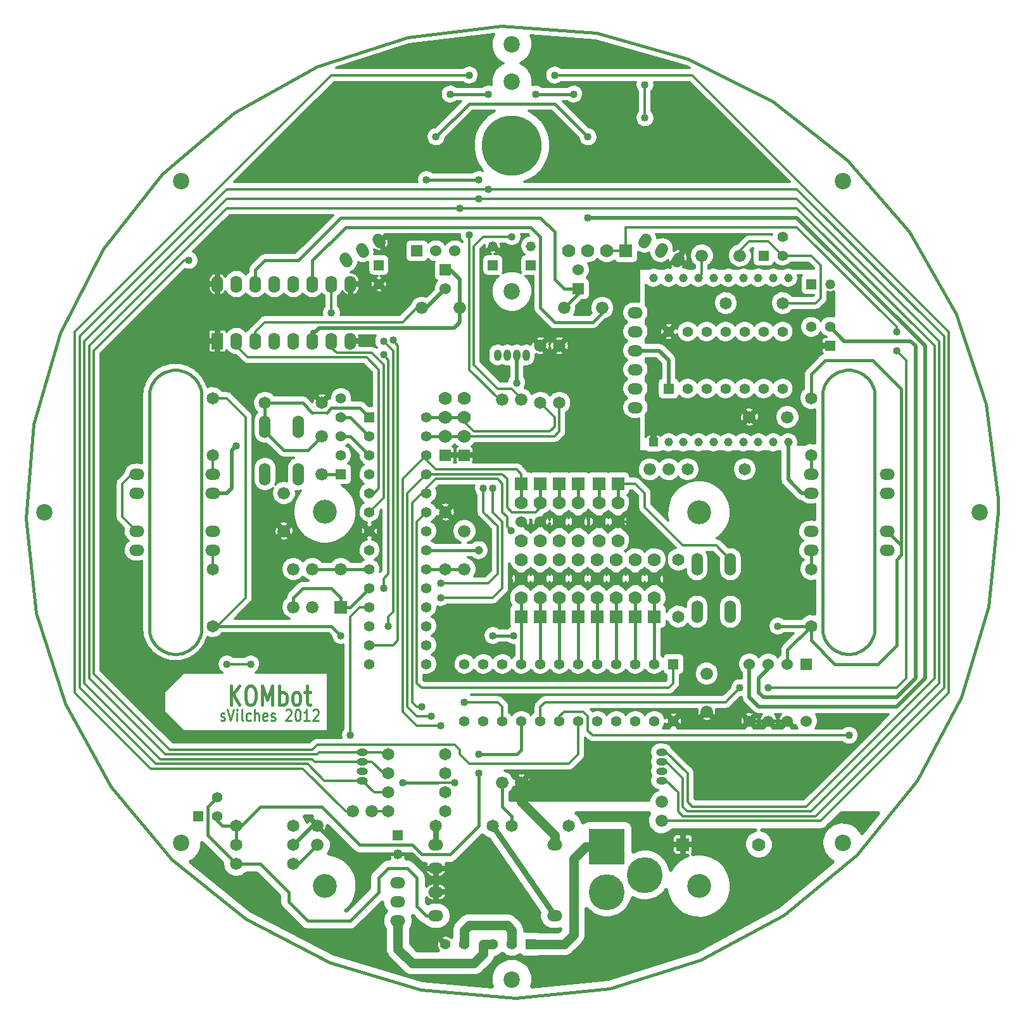
<source format=gtl>
G04 (created by PCBNEW-RS274X (2011-nov-30)-testing) date Mon 09 Jul 2012 07:17:13 PM CEST*
%MOIN*%
G04 Gerber Fmt 3.4, Leading zero omitted, Abs format*
%FSLAX34Y34*%
G01*
G70*
G90*
G04 APERTURE LIST*
%ADD10C,0.006*%
%ADD11C,0.015*%
%ADD12C,0.01*%
%ADD13R,0.06X0.06*%
%ADD14C,0.07*%
%ADD15R,0.07X0.07*%
%ADD16C,0.06*%
%ADD17R,0.046X0.046*%
%ADD18C,0.046*%
%ADD19C,0.052*%
%ADD20R,0.052X0.052*%
%ADD21C,0.189*%
%ADD22R,0.189X0.189*%
%ADD23R,0.066X0.066*%
%ADD24C,0.066*%
%ADD25R,0.055X0.055*%
%ADD26C,0.055*%
%ADD27C,0.0589*%
%ADD28O,0.06X0.12*%
%ADD29O,0.0787X0.0589*%
%ADD30C,0.045*%
%ADD31C,0.3149*%
%ADD32C,0.0864*%
%ADD33C,0.1259*%
%ADD34O,0.06X0.0394*%
%ADD35O,0.0394X0.06*%
%ADD36C,0.065*%
%ADD37R,0.062X0.09*%
%ADD38O,0.062X0.09*%
%ADD39C,0.04*%
%ADD40C,0.012*%
%ADD41C,0.024*%
%ADD42C,0.02*%
%ADD43C,0.0297*%
%ADD44C,0.05*%
%ADD45C,0.0159*%
G04 APERTURE END LIST*
G54D10*
G54D11*
X43677Y-51494D02*
X43677Y-50494D01*
X44135Y-51494D02*
X43792Y-50922D01*
X44135Y-50494D02*
X43677Y-51065D01*
X44630Y-50494D02*
X44782Y-50494D01*
X44858Y-50541D01*
X44935Y-50637D01*
X44973Y-50827D01*
X44973Y-51160D01*
X44935Y-51351D01*
X44858Y-51446D01*
X44782Y-51494D01*
X44630Y-51494D01*
X44554Y-51446D01*
X44477Y-51351D01*
X44439Y-51160D01*
X44439Y-50827D01*
X44477Y-50637D01*
X44554Y-50541D01*
X44630Y-50494D01*
X45315Y-51494D02*
X45315Y-50494D01*
X45582Y-51208D01*
X45849Y-50494D01*
X45849Y-51494D01*
X46229Y-51494D02*
X46229Y-50494D01*
X46229Y-50875D02*
X46306Y-50827D01*
X46458Y-50827D01*
X46534Y-50875D01*
X46572Y-50922D01*
X46610Y-51018D01*
X46610Y-51303D01*
X46572Y-51399D01*
X46534Y-51446D01*
X46458Y-51494D01*
X46306Y-51494D01*
X46229Y-51446D01*
X47068Y-51494D02*
X46992Y-51446D01*
X46953Y-51399D01*
X46915Y-51303D01*
X46915Y-51018D01*
X46953Y-50922D01*
X46992Y-50875D01*
X47068Y-50827D01*
X47182Y-50827D01*
X47258Y-50875D01*
X47296Y-50922D01*
X47334Y-51018D01*
X47334Y-51303D01*
X47296Y-51399D01*
X47258Y-51446D01*
X47182Y-51494D01*
X47068Y-51494D01*
X47563Y-50827D02*
X47868Y-50827D01*
X47677Y-50494D02*
X47677Y-51351D01*
X47716Y-51446D01*
X47792Y-51494D01*
X47868Y-51494D01*
G54D12*
X43143Y-52303D02*
X43191Y-52332D01*
X43286Y-52332D01*
X43334Y-52303D01*
X43358Y-52246D01*
X43358Y-52218D01*
X43334Y-52160D01*
X43286Y-52132D01*
X43215Y-52132D01*
X43167Y-52103D01*
X43143Y-52046D01*
X43143Y-52018D01*
X43167Y-51960D01*
X43215Y-51932D01*
X43286Y-51932D01*
X43334Y-51960D01*
X43501Y-51732D02*
X43667Y-52332D01*
X43834Y-51732D01*
X44001Y-52332D02*
X44001Y-51932D01*
X44001Y-51732D02*
X43977Y-51760D01*
X44001Y-51789D01*
X44025Y-51760D01*
X44001Y-51732D01*
X44001Y-51789D01*
X44310Y-52332D02*
X44263Y-52303D01*
X44239Y-52246D01*
X44239Y-51732D01*
X44715Y-52303D02*
X44668Y-52332D01*
X44572Y-52332D01*
X44525Y-52303D01*
X44501Y-52275D01*
X44477Y-52218D01*
X44477Y-52046D01*
X44501Y-51989D01*
X44525Y-51960D01*
X44572Y-51932D01*
X44668Y-51932D01*
X44715Y-51960D01*
X44930Y-52332D02*
X44930Y-51732D01*
X45144Y-52332D02*
X45144Y-52018D01*
X45121Y-51960D01*
X45073Y-51932D01*
X45001Y-51932D01*
X44954Y-51960D01*
X44930Y-51989D01*
X45573Y-52303D02*
X45525Y-52332D01*
X45430Y-52332D01*
X45382Y-52303D01*
X45358Y-52246D01*
X45358Y-52018D01*
X45382Y-51960D01*
X45430Y-51932D01*
X45525Y-51932D01*
X45573Y-51960D01*
X45596Y-52018D01*
X45596Y-52075D01*
X45358Y-52132D01*
X45787Y-52303D02*
X45835Y-52332D01*
X45930Y-52332D01*
X45978Y-52303D01*
X46002Y-52246D01*
X46002Y-52218D01*
X45978Y-52160D01*
X45930Y-52132D01*
X45859Y-52132D01*
X45811Y-52103D01*
X45787Y-52046D01*
X45787Y-52018D01*
X45811Y-51960D01*
X45859Y-51932D01*
X45930Y-51932D01*
X45978Y-51960D01*
X46573Y-51789D02*
X46597Y-51760D01*
X46645Y-51732D01*
X46764Y-51732D01*
X46811Y-51760D01*
X46835Y-51789D01*
X46859Y-51846D01*
X46859Y-51903D01*
X46835Y-51989D01*
X46549Y-52332D01*
X46859Y-52332D01*
X47168Y-51732D02*
X47216Y-51732D01*
X47264Y-51760D01*
X47287Y-51789D01*
X47311Y-51846D01*
X47335Y-51960D01*
X47335Y-52103D01*
X47311Y-52218D01*
X47287Y-52275D01*
X47264Y-52303D01*
X47216Y-52332D01*
X47168Y-52332D01*
X47121Y-52303D01*
X47097Y-52275D01*
X47073Y-52218D01*
X47049Y-52103D01*
X47049Y-51960D01*
X47073Y-51846D01*
X47097Y-51789D01*
X47121Y-51760D01*
X47168Y-51732D01*
X47811Y-52332D02*
X47525Y-52332D01*
X47668Y-52332D02*
X47668Y-51732D01*
X47620Y-51818D01*
X47573Y-51875D01*
X47525Y-51903D01*
X48001Y-51789D02*
X48025Y-51760D01*
X48073Y-51732D01*
X48192Y-51732D01*
X48239Y-51760D01*
X48263Y-51789D01*
X48287Y-51846D01*
X48287Y-51903D01*
X48263Y-51989D01*
X47977Y-52332D01*
X48287Y-52332D01*
G54D11*
X84056Y-41339D02*
X83568Y-46309D01*
X82125Y-51090D01*
X79780Y-55500D01*
X76623Y-59371D01*
X72775Y-62554D01*
X68381Y-64930D01*
X63610Y-66407D01*
X58643Y-66929D01*
X53670Y-66476D01*
X48879Y-65066D01*
X44453Y-62752D01*
X40560Y-59623D01*
X37350Y-55797D01*
X34944Y-51420D01*
X33434Y-46659D01*
X32877Y-41696D01*
X33295Y-36720D01*
X34672Y-31919D01*
X36955Y-27477D01*
X40057Y-23562D01*
X43860Y-20325D01*
X48220Y-17889D01*
X52970Y-16345D01*
X57930Y-15754D01*
X62908Y-16137D01*
X67719Y-17480D01*
X72177Y-19732D01*
X76113Y-22807D01*
X79376Y-26588D01*
X81843Y-30931D01*
X83420Y-35670D01*
X84046Y-40625D01*
X84056Y-41339D01*
X39371Y-41339D02*
X39371Y-35237D01*
X39371Y-41339D02*
X39371Y-47441D01*
X42126Y-47441D02*
X42126Y-35237D01*
X40749Y-33859D02*
X40629Y-33865D01*
X40510Y-33880D01*
X40393Y-33906D01*
X40278Y-33943D01*
X40167Y-33989D01*
X40061Y-34044D01*
X39959Y-34109D01*
X39864Y-34182D01*
X39775Y-34263D01*
X39694Y-34352D01*
X39621Y-34447D01*
X39556Y-34549D01*
X39501Y-34655D01*
X39455Y-34766D01*
X39418Y-34881D01*
X39392Y-34998D01*
X39377Y-35117D01*
X39371Y-35237D01*
X42127Y-35237D02*
X42121Y-35117D01*
X42106Y-34998D01*
X42080Y-34881D01*
X42043Y-34766D01*
X41997Y-34655D01*
X41942Y-34549D01*
X41877Y-34447D01*
X41804Y-34352D01*
X41723Y-34263D01*
X41634Y-34182D01*
X41539Y-34109D01*
X41438Y-34044D01*
X41331Y-33989D01*
X41220Y-33943D01*
X41105Y-33906D01*
X40988Y-33880D01*
X40869Y-33865D01*
X40749Y-33859D01*
X39371Y-47441D02*
X39377Y-47561D01*
X39392Y-47680D01*
X39418Y-47797D01*
X39455Y-47912D01*
X39501Y-48023D01*
X39556Y-48129D01*
X39621Y-48231D01*
X39694Y-48326D01*
X39775Y-48415D01*
X39864Y-48496D01*
X39959Y-48569D01*
X40061Y-48634D01*
X40167Y-48689D01*
X40278Y-48735D01*
X40393Y-48772D01*
X40510Y-48798D01*
X40629Y-48813D01*
X40749Y-48819D01*
X40749Y-48818D02*
X40869Y-48812D01*
X40988Y-48797D01*
X41105Y-48771D01*
X41219Y-48734D01*
X41330Y-48688D01*
X41437Y-48633D01*
X41538Y-48568D01*
X41634Y-48495D01*
X41722Y-48414D01*
X41803Y-48326D01*
X41876Y-48230D01*
X41941Y-48129D01*
X41996Y-48022D01*
X42042Y-47911D01*
X42079Y-47797D01*
X42105Y-47680D01*
X42120Y-47561D01*
X42126Y-47441D01*
X76182Y-48818D02*
X76302Y-48812D01*
X76421Y-48797D01*
X76538Y-48771D01*
X76652Y-48734D01*
X76763Y-48688D01*
X76870Y-48633D01*
X76971Y-48568D01*
X77067Y-48495D01*
X77155Y-48414D01*
X77236Y-48326D01*
X77309Y-48230D01*
X77374Y-48129D01*
X77429Y-48022D01*
X77475Y-47911D01*
X77512Y-47797D01*
X77538Y-47680D01*
X77553Y-47561D01*
X77559Y-47441D01*
X74804Y-47441D02*
X74810Y-47561D01*
X74825Y-47680D01*
X74851Y-47797D01*
X74888Y-47912D01*
X74934Y-48023D01*
X74989Y-48129D01*
X75054Y-48231D01*
X75127Y-48326D01*
X75208Y-48415D01*
X75297Y-48496D01*
X75392Y-48569D01*
X75494Y-48634D01*
X75600Y-48689D01*
X75711Y-48735D01*
X75826Y-48772D01*
X75943Y-48798D01*
X76062Y-48813D01*
X76182Y-48819D01*
X77560Y-35237D02*
X77554Y-35117D01*
X77539Y-34998D01*
X77513Y-34881D01*
X77476Y-34766D01*
X77430Y-34655D01*
X77375Y-34549D01*
X77310Y-34447D01*
X77237Y-34352D01*
X77156Y-34263D01*
X77067Y-34182D01*
X76972Y-34109D01*
X76871Y-34044D01*
X76764Y-33989D01*
X76653Y-33943D01*
X76538Y-33906D01*
X76421Y-33880D01*
X76302Y-33865D01*
X76182Y-33859D01*
X76182Y-33859D02*
X76062Y-33865D01*
X75943Y-33880D01*
X75826Y-33906D01*
X75711Y-33943D01*
X75600Y-33989D01*
X75494Y-34044D01*
X75392Y-34109D01*
X75297Y-34182D01*
X75208Y-34263D01*
X75127Y-34352D01*
X75054Y-34447D01*
X74989Y-34549D01*
X74934Y-34655D01*
X74888Y-34766D01*
X74851Y-34881D01*
X74825Y-34998D01*
X74810Y-35117D01*
X74804Y-35237D01*
X77559Y-47441D02*
X77559Y-35237D01*
X74804Y-41339D02*
X74804Y-47441D01*
X74804Y-41339D02*
X74804Y-35237D01*
G54D13*
X55965Y-38339D03*
G54D14*
X55965Y-37339D03*
X55965Y-36339D03*
X55965Y-35339D03*
G54D13*
X54965Y-38339D03*
G54D14*
X54965Y-37339D03*
X54965Y-36339D03*
X54965Y-35339D03*
G54D15*
X59965Y-39839D03*
G54D14*
X59965Y-40839D03*
G54D16*
X59965Y-41839D03*
G54D14*
X59965Y-42839D03*
G54D15*
X58965Y-39839D03*
G54D14*
X58965Y-40839D03*
G54D16*
X58965Y-41839D03*
G54D14*
X58965Y-42839D03*
G54D17*
X65923Y-37669D03*
G54D18*
X66710Y-37669D03*
X67497Y-37669D03*
X68284Y-37669D03*
X69072Y-37669D03*
X69858Y-37669D03*
X70646Y-37669D03*
X71433Y-37669D03*
X72220Y-37669D03*
X73008Y-37669D03*
X73008Y-29009D03*
X72220Y-29009D03*
X71433Y-29009D03*
X70646Y-29009D03*
X69858Y-29009D03*
X69072Y-29009D03*
X68284Y-29009D03*
X67497Y-29009D03*
X66710Y-29009D03*
X65922Y-29009D03*
G54D19*
X59465Y-27339D03*
G54D20*
X59465Y-28339D03*
G54D21*
X63465Y-61339D03*
G54D22*
X63465Y-58939D03*
G54D21*
X65465Y-60439D03*
G54D23*
X49465Y-46339D03*
G54D24*
X49465Y-44339D03*
G54D25*
X75215Y-32589D03*
G54D26*
X75215Y-31589D03*
X74215Y-31589D03*
X54965Y-64089D03*
X55965Y-64089D03*
G54D25*
X49465Y-39339D03*
G54D26*
X49465Y-38339D03*
X49465Y-37339D03*
X49465Y-36339D03*
X49465Y-35339D03*
G54D27*
X66290Y-27645D02*
X66388Y-27473D01*
X65424Y-27145D02*
X65522Y-26973D01*
X67156Y-28145D02*
X67254Y-27973D01*
X50640Y-27645D02*
X50542Y-27473D01*
X49774Y-28145D02*
X49676Y-27973D01*
X51506Y-27145D02*
X51408Y-26973D01*
G54D28*
X68215Y-46589D03*
X68215Y-44089D03*
X69965Y-46589D03*
X69965Y-44089D03*
X45465Y-39339D03*
X45465Y-36839D03*
X47215Y-39339D03*
X47215Y-36839D03*
G54D29*
X54465Y-58839D03*
X54465Y-60089D03*
X54465Y-61339D03*
X54465Y-62589D03*
X60715Y-58839D03*
X60715Y-62589D03*
G54D25*
X59465Y-64089D03*
G54D26*
X58465Y-64089D03*
X57465Y-64089D03*
G54D24*
X51091Y-57087D03*
X50091Y-57087D03*
X57965Y-35433D03*
X58965Y-35433D03*
X66339Y-57587D03*
X66339Y-56587D03*
X66715Y-39089D03*
X65715Y-39089D03*
X58965Y-55589D03*
X57965Y-55589D03*
X48215Y-57839D03*
X48215Y-58839D03*
G54D29*
X78215Y-42339D03*
X78215Y-43339D03*
X38715Y-42339D03*
X38715Y-43339D03*
X38715Y-40339D03*
X38715Y-39339D03*
X78215Y-40339D03*
X78215Y-39339D03*
G54D14*
X71465Y-58839D03*
G54D15*
X67465Y-58839D03*
G54D13*
X53465Y-27589D03*
G54D16*
X54465Y-27589D03*
X55465Y-27589D03*
G54D19*
X52465Y-59339D03*
G54D20*
X52465Y-58339D03*
G54D19*
X75215Y-29339D03*
G54D20*
X74215Y-29339D03*
G54D19*
X57465Y-27339D03*
G54D20*
X57465Y-28339D03*
G54D19*
X51465Y-29339D03*
G54D20*
X51465Y-28339D03*
G54D29*
X64965Y-30840D03*
X64965Y-31839D03*
X64965Y-32839D03*
X64965Y-33839D03*
X64965Y-34839D03*
X64965Y-35839D03*
G54D25*
X41965Y-57339D03*
G54D26*
X42965Y-57339D03*
X42965Y-56339D03*
G54D29*
X74215Y-40339D03*
X74215Y-39339D03*
X42715Y-40339D03*
X42715Y-39339D03*
X74215Y-42339D03*
X74215Y-43339D03*
X42715Y-42339D03*
X42715Y-43339D03*
G54D13*
X54965Y-28589D03*
G54D16*
X54965Y-29589D03*
G54D13*
X61965Y-29589D03*
G54D16*
X61965Y-28589D03*
G54D30*
X56715Y-43339D03*
G54D26*
X50965Y-37339D03*
X50965Y-38339D03*
X50965Y-39339D03*
X50965Y-40339D03*
X50965Y-41339D03*
X50965Y-42339D03*
X50965Y-43339D03*
X50965Y-44339D03*
X50965Y-45339D03*
X50965Y-46339D03*
X50965Y-47339D03*
X50965Y-48339D03*
X50965Y-49339D03*
G54D25*
X50965Y-36339D03*
G54D26*
X53965Y-49339D03*
X53965Y-48339D03*
X53965Y-47339D03*
X53965Y-46339D03*
X53965Y-45339D03*
X53965Y-44339D03*
X53965Y-43339D03*
X53965Y-42339D03*
X53965Y-41339D03*
X53965Y-40339D03*
X53965Y-39339D03*
X53965Y-38339D03*
X53965Y-37339D03*
X53965Y-36339D03*
G54D25*
X66965Y-49339D03*
G54D26*
X65965Y-49339D03*
X64965Y-49339D03*
X63965Y-49339D03*
X62965Y-49339D03*
X61965Y-49339D03*
X60965Y-49339D03*
X59965Y-49339D03*
X58965Y-49339D03*
X57965Y-49339D03*
X56965Y-49339D03*
X55965Y-49339D03*
X55965Y-52339D03*
X56965Y-52339D03*
X57965Y-52339D03*
X58965Y-52339D03*
X59965Y-52339D03*
X60965Y-52339D03*
X61965Y-52339D03*
X62965Y-52339D03*
X63965Y-52339D03*
X64965Y-52339D03*
X65965Y-52339D03*
X66965Y-52339D03*
G54D25*
X66715Y-34839D03*
G54D26*
X67715Y-34839D03*
X68715Y-34839D03*
X69715Y-34839D03*
X70715Y-34839D03*
X71715Y-34839D03*
X72715Y-34839D03*
X72715Y-31839D03*
X71715Y-31839D03*
X70715Y-31839D03*
X69715Y-31839D03*
X68715Y-31839D03*
X67715Y-31839D03*
X66715Y-31839D03*
G54D29*
X52465Y-61839D03*
X52465Y-62839D03*
X52465Y-60839D03*
G54D13*
X73965Y-49339D03*
G54D16*
X72965Y-49339D03*
X71965Y-49339D03*
X70965Y-49339D03*
X70965Y-52339D03*
X71965Y-52339D03*
X72965Y-52339D03*
X73965Y-52339D03*
G54D25*
X71715Y-27839D03*
G54D26*
X72715Y-27839D03*
X72715Y-26839D03*
G54D31*
X58465Y-22048D03*
G54D24*
X68715Y-51839D03*
X68715Y-49839D03*
X46465Y-42339D03*
X46465Y-40339D03*
X55965Y-44339D03*
X55965Y-42339D03*
X70965Y-36339D03*
X72965Y-36339D03*
X46965Y-46339D03*
X46965Y-44339D03*
X53715Y-30589D03*
X55715Y-30589D03*
X47965Y-44339D03*
X47965Y-46339D03*
X68465Y-27839D03*
X70465Y-27839D03*
X61215Y-30589D03*
X63215Y-30589D03*
X48465Y-39339D03*
X48465Y-37339D03*
G54D32*
X58465Y-18701D03*
X75886Y-58760D03*
X58465Y-65945D03*
X41044Y-58760D03*
X33859Y-41339D03*
X58465Y-16733D03*
X58465Y-29725D03*
X41044Y-23918D03*
X75886Y-23918D03*
X83071Y-41339D03*
G54D33*
X68307Y-61024D03*
X48621Y-61024D03*
X48620Y-41337D03*
X68307Y-41338D03*
G54D15*
X64036Y-39840D03*
G54D14*
X64036Y-40840D03*
X64036Y-41840D03*
X64036Y-42840D03*
G54D15*
X63036Y-39840D03*
G54D14*
X63036Y-40840D03*
X63036Y-41840D03*
X63036Y-42840D03*
G54D15*
X61965Y-39839D03*
G54D14*
X61965Y-40839D03*
X61965Y-41839D03*
X61965Y-42839D03*
G54D15*
X60965Y-39839D03*
G54D14*
X60965Y-40839D03*
X60965Y-41839D03*
X60965Y-42839D03*
G54D15*
X64465Y-27589D03*
G54D14*
X63465Y-27589D03*
X62465Y-27589D03*
X61465Y-27589D03*
G54D15*
X59965Y-46839D03*
G54D14*
X59965Y-45839D03*
X59965Y-44839D03*
X59965Y-43839D03*
G54D15*
X61965Y-46839D03*
G54D14*
X61965Y-45839D03*
X61965Y-44839D03*
X61965Y-43839D03*
G54D15*
X62965Y-46839D03*
G54D14*
X62965Y-45839D03*
X62965Y-44839D03*
X62965Y-43839D03*
G54D15*
X64965Y-46839D03*
G54D14*
X64965Y-45839D03*
X64965Y-44839D03*
X64965Y-43839D03*
G54D15*
X58965Y-46839D03*
G54D14*
X58965Y-45839D03*
X58965Y-44839D03*
X58965Y-43839D03*
G54D15*
X60965Y-46839D03*
G54D14*
X60965Y-45839D03*
X60965Y-44839D03*
X60965Y-43839D03*
G54D15*
X63965Y-46839D03*
G54D14*
X63965Y-45839D03*
X63965Y-44839D03*
X63965Y-43839D03*
G54D15*
X65965Y-46839D03*
G54D14*
X65965Y-45839D03*
X65965Y-44839D03*
X65965Y-43839D03*
G54D34*
X66339Y-55475D03*
X66339Y-54975D03*
X66339Y-54475D03*
X66339Y-53975D03*
G54D35*
X59215Y-33071D03*
X58715Y-33071D03*
X58215Y-33071D03*
X57715Y-33071D03*
G54D34*
X50591Y-55475D03*
X50591Y-54975D03*
X50591Y-54475D03*
X50591Y-53975D03*
G54D36*
X72715Y-30339D03*
X69715Y-30339D03*
X43965Y-57839D03*
X46965Y-57839D03*
X46965Y-59839D03*
X43965Y-59839D03*
X67715Y-39089D03*
X70715Y-39089D03*
X48465Y-35589D03*
X45465Y-35589D03*
X46965Y-58839D03*
X43965Y-58839D03*
X54465Y-57839D03*
X57465Y-57839D03*
X54965Y-41339D03*
X54965Y-44339D03*
X58465Y-57839D03*
X61465Y-57839D03*
X59965Y-32589D03*
X59965Y-35589D03*
X60965Y-32589D03*
X60965Y-35589D03*
X67215Y-46839D03*
X67215Y-43839D03*
X51965Y-55089D03*
X54965Y-55089D03*
X51965Y-54089D03*
X54965Y-54089D03*
X51965Y-56089D03*
X54965Y-56089D03*
X74215Y-47339D03*
X74215Y-44339D03*
X74215Y-35339D03*
X74215Y-38339D03*
X42715Y-35339D03*
X42715Y-38339D03*
X42715Y-47339D03*
X42715Y-44339D03*
X54965Y-57089D03*
X51965Y-57089D03*
G54D37*
X42965Y-32339D03*
G54D38*
X43965Y-32339D03*
X44965Y-32339D03*
X45965Y-32339D03*
X46965Y-32339D03*
X47965Y-32339D03*
X48965Y-32339D03*
X49965Y-32339D03*
X49965Y-29339D03*
X48965Y-29339D03*
X47965Y-29339D03*
X46965Y-29339D03*
X45965Y-29339D03*
X44965Y-29339D03*
X43965Y-29339D03*
X42965Y-29339D03*
G54D39*
X67215Y-23089D03*
X51465Y-23089D03*
X47965Y-26089D03*
X69465Y-50589D03*
X65465Y-53589D03*
X56715Y-55089D03*
X56715Y-54089D03*
X49465Y-47839D03*
X72465Y-47339D03*
X58565Y-47839D03*
X57465Y-47839D03*
X54465Y-21589D03*
X62465Y-21589D03*
X62465Y-25839D03*
X58435Y-42309D03*
X53715Y-51589D03*
X54215Y-52089D03*
X54715Y-52589D03*
X51715Y-32339D03*
X51965Y-47339D03*
X48965Y-30839D03*
X51715Y-45339D03*
X51715Y-33039D03*
X56965Y-40089D03*
X54715Y-45089D03*
X49965Y-53089D03*
X54715Y-45839D03*
X57465Y-40089D03*
X52215Y-32289D03*
X78715Y-31839D03*
X78715Y-32839D03*
X71965Y-50589D03*
X70465Y-50589D03*
X41465Y-28089D03*
X76215Y-53089D03*
X65465Y-18839D03*
X65465Y-20589D03*
X45465Y-61339D03*
X52715Y-55589D03*
X55465Y-55589D03*
X53965Y-23839D03*
X56715Y-23839D03*
X43965Y-37839D03*
X44715Y-49339D03*
X43465Y-49339D03*
X58715Y-34539D03*
X55965Y-51339D03*
X57215Y-24339D03*
X55715Y-25339D03*
X56715Y-24839D03*
X61715Y-19339D03*
X59715Y-19339D03*
X57215Y-19339D03*
X55215Y-19339D03*
X56215Y-18339D03*
X56215Y-26739D03*
X58465Y-26839D03*
X60715Y-18339D03*
G54D40*
X65965Y-44839D02*
X66115Y-44839D01*
X65266Y-41840D02*
X64036Y-41840D01*
X66615Y-43189D02*
X65266Y-41840D01*
X66615Y-44339D02*
X66615Y-43189D01*
X66115Y-44839D02*
X66615Y-44339D01*
G54D41*
X67205Y-28059D02*
X66995Y-28059D01*
X66995Y-28059D02*
X66715Y-28339D01*
G54D42*
X42965Y-29339D02*
X42965Y-27089D01*
X43965Y-26089D02*
X42965Y-27089D01*
X47965Y-26089D02*
X43965Y-26089D01*
G54D43*
X58965Y-55589D02*
X63965Y-55589D01*
X65465Y-54089D02*
X65465Y-53589D01*
X63965Y-55589D02*
X65465Y-54089D01*
G54D44*
X58965Y-55589D02*
X58965Y-56589D01*
X58965Y-56589D02*
X60715Y-58339D01*
X60715Y-58339D02*
X60715Y-58839D01*
G54D42*
X70965Y-52339D02*
X72965Y-52339D01*
G54D45*
X56715Y-57839D02*
X56715Y-55089D01*
X56715Y-54089D02*
X58715Y-54089D01*
X58715Y-54089D02*
X58965Y-53839D01*
X58965Y-53839D02*
X58965Y-52339D01*
X43965Y-57839D02*
X44215Y-57839D01*
X44215Y-57839D02*
X45215Y-56839D01*
X45215Y-56839D02*
X48465Y-56839D01*
X48465Y-56839D02*
X50465Y-58839D01*
X50465Y-58839D02*
X53215Y-58839D01*
X53215Y-58839D02*
X53715Y-59339D01*
X53715Y-59339D02*
X55215Y-59339D01*
X55215Y-59339D02*
X56715Y-57839D01*
X43965Y-58839D02*
X43965Y-57839D01*
X42965Y-57339D02*
X42965Y-57589D01*
X42965Y-57589D02*
X43215Y-57839D01*
X43215Y-57839D02*
X43965Y-57839D01*
X48965Y-47339D02*
X49465Y-47839D01*
X42715Y-47339D02*
X48965Y-47339D01*
X72465Y-47339D02*
X74215Y-47339D01*
X57465Y-47839D02*
X58565Y-47839D01*
G54D40*
X44465Y-45839D02*
X42965Y-47339D01*
X44465Y-36339D02*
X43465Y-35339D01*
X44465Y-45839D02*
X44465Y-36339D01*
X42715Y-35339D02*
X43465Y-35339D01*
X42965Y-47339D02*
X42715Y-47339D01*
G54D45*
X78965Y-34839D02*
X77465Y-33339D01*
X78965Y-43089D02*
X78965Y-34839D01*
X74215Y-34089D02*
X74215Y-35339D01*
X74965Y-33339D02*
X74215Y-34089D01*
X77465Y-33339D02*
X74965Y-33339D01*
X78215Y-42339D02*
X78965Y-43089D01*
X74215Y-48089D02*
X74215Y-47339D01*
X78965Y-43089D02*
X78965Y-43589D01*
X78965Y-43589D02*
X78715Y-43839D01*
X78715Y-43839D02*
X78715Y-48339D01*
X78715Y-48339D02*
X77715Y-49339D01*
X77715Y-49339D02*
X75465Y-49339D01*
X75465Y-49339D02*
X74215Y-48089D01*
X72965Y-49339D02*
X72965Y-48589D01*
X72965Y-48589D02*
X74215Y-47339D01*
X56215Y-19839D02*
X54465Y-21589D01*
X60715Y-19839D02*
X56215Y-19839D01*
X62465Y-21589D02*
X60715Y-19839D01*
G54D42*
X70965Y-49339D02*
X70965Y-51089D01*
X73465Y-25839D02*
X62465Y-25839D01*
X80215Y-32589D02*
X73465Y-25839D01*
X80215Y-50089D02*
X80215Y-32589D01*
X78715Y-51589D02*
X80215Y-50089D01*
X71465Y-51589D02*
X78715Y-51589D01*
X70965Y-51089D02*
X71465Y-51589D01*
X71965Y-49339D02*
X71965Y-49589D01*
X79465Y-32339D02*
X75965Y-32339D01*
X75965Y-32339D02*
X75215Y-31589D01*
X79715Y-32589D02*
X79465Y-32339D01*
X79715Y-50089D02*
X79715Y-32589D01*
X78715Y-51089D02*
X79715Y-50089D01*
X71715Y-51089D02*
X78715Y-51089D01*
X71465Y-50839D02*
X71715Y-51089D01*
X71465Y-50089D02*
X71465Y-50839D01*
X71965Y-49589D02*
X71465Y-50089D01*
G54D40*
X53465Y-41839D02*
X53465Y-50339D01*
X53965Y-41339D02*
X53465Y-41839D01*
X66965Y-50339D02*
X66965Y-49339D01*
X66715Y-50589D02*
X66965Y-50339D01*
X53715Y-50589D02*
X66715Y-50589D01*
X53465Y-50339D02*
X53715Y-50589D01*
X53965Y-40089D02*
X53965Y-40339D01*
X58215Y-42089D02*
X58435Y-42309D01*
X58215Y-41589D02*
X58215Y-42089D01*
X57965Y-41339D02*
X58215Y-41589D01*
X57965Y-39839D02*
X57965Y-41339D01*
X57715Y-39589D02*
X57965Y-39839D01*
X54465Y-39589D02*
X57715Y-39589D01*
X53965Y-40089D02*
X54465Y-39589D01*
X53215Y-51339D02*
X53465Y-51589D01*
X53715Y-40339D02*
X53215Y-40839D01*
X53215Y-40839D02*
X53215Y-51339D01*
X53965Y-40339D02*
X53715Y-40339D01*
X53465Y-51589D02*
X53715Y-51589D01*
G54D45*
X60965Y-39839D02*
X60965Y-40839D01*
G54D40*
X53965Y-39339D02*
X52965Y-40339D01*
X52965Y-40339D02*
X52965Y-51589D01*
X53465Y-52089D02*
X54215Y-52089D01*
X52965Y-51589D02*
X53465Y-52089D01*
X53965Y-39339D02*
X57965Y-39339D01*
X59965Y-41089D02*
X59965Y-40839D01*
X59715Y-41369D02*
X59965Y-41089D01*
X58465Y-41369D02*
X59715Y-41369D01*
X58215Y-41089D02*
X58465Y-41369D01*
X58215Y-39589D02*
X58215Y-41089D01*
X57965Y-39339D02*
X58215Y-39589D01*
G54D45*
X59965Y-39839D02*
X59965Y-40839D01*
G54D40*
X53465Y-52589D02*
X54715Y-52589D01*
X52715Y-51839D02*
X53465Y-52589D01*
X52715Y-39589D02*
X53965Y-38339D01*
X52715Y-39589D02*
X52715Y-51839D01*
X53965Y-38339D02*
X53965Y-38589D01*
X58965Y-39339D02*
X58965Y-39839D01*
X58715Y-39089D02*
X58965Y-39339D01*
X54465Y-39089D02*
X58715Y-39089D01*
X53965Y-38589D02*
X54465Y-39089D01*
G54D45*
X58965Y-39839D02*
X58965Y-40839D01*
G54D40*
X54965Y-37339D02*
X55965Y-37339D01*
X55965Y-37339D02*
X60715Y-37339D01*
X60965Y-37089D02*
X60965Y-35589D01*
X60715Y-37339D02*
X60965Y-37089D01*
G54D45*
X53965Y-37339D02*
X55965Y-37339D01*
G54D40*
X53965Y-36339D02*
X54965Y-36339D01*
X59965Y-35589D02*
X60715Y-36339D01*
X55965Y-36589D02*
X55965Y-36339D01*
X56465Y-37089D02*
X55965Y-36589D01*
X60465Y-37089D02*
X56465Y-37089D01*
X60715Y-36839D02*
X60465Y-37089D01*
X60715Y-36339D02*
X60715Y-36839D01*
G54D45*
X53965Y-36339D02*
X55965Y-36339D01*
X49465Y-36339D02*
X49965Y-36339D01*
X49965Y-36339D02*
X50965Y-37339D01*
X49465Y-37339D02*
X49965Y-37339D01*
X49965Y-37339D02*
X50965Y-38339D01*
G54D40*
X55965Y-44339D02*
X54965Y-44339D01*
G54D45*
X55965Y-44339D02*
X53965Y-44339D01*
G54D44*
X56465Y-65089D02*
X56965Y-64589D01*
X52465Y-62839D02*
X52465Y-64339D01*
X53215Y-65089D02*
X52465Y-64339D01*
X56465Y-65089D02*
X53215Y-65089D01*
X56965Y-64089D02*
X57465Y-64089D01*
X56965Y-64589D02*
X56965Y-64089D01*
G54D40*
X52215Y-32839D02*
X51715Y-32339D01*
X52215Y-46589D02*
X52215Y-32839D01*
X51965Y-46839D02*
X52215Y-46589D01*
X51965Y-47339D02*
X51965Y-46839D01*
X48965Y-30839D02*
X48965Y-29339D01*
X51715Y-45339D02*
X51715Y-44839D01*
X51715Y-44839D02*
X51965Y-44589D01*
X51965Y-44589D02*
X51965Y-33339D01*
X51965Y-33339D02*
X51715Y-33039D01*
X65465Y-41089D02*
X67465Y-43089D01*
X67465Y-43089D02*
X69215Y-43089D01*
X69965Y-43839D02*
X69215Y-43089D01*
X65465Y-41089D02*
X65465Y-40339D01*
X65465Y-40339D02*
X64965Y-39839D01*
X64036Y-39840D02*
X64965Y-39839D01*
X69965Y-43839D02*
X69965Y-44089D01*
G54D45*
X64036Y-39840D02*
X64036Y-40840D01*
G54D40*
X50815Y-33189D02*
X44565Y-33189D01*
X44465Y-33089D02*
X43965Y-32589D01*
X43965Y-32339D02*
X43965Y-32589D01*
X51215Y-40339D02*
X50965Y-40339D01*
X51465Y-40089D02*
X51465Y-33839D01*
X51215Y-40339D02*
X51465Y-40089D01*
X51465Y-33839D02*
X50815Y-33189D01*
X44565Y-33189D02*
X44465Y-33089D01*
X51090Y-32964D02*
X49240Y-32964D01*
X50965Y-41339D02*
X51715Y-40589D01*
X51715Y-33589D02*
X51715Y-40589D01*
X51115Y-32989D02*
X51715Y-33589D01*
X51090Y-32964D02*
X51115Y-32989D01*
X48965Y-32689D02*
X48965Y-32339D01*
X49240Y-32964D02*
X48965Y-32689D01*
X48965Y-32339D02*
X48965Y-32367D01*
X56965Y-40089D02*
X56965Y-41339D01*
X56965Y-41339D02*
X57715Y-42089D01*
X57715Y-42089D02*
X57715Y-44589D01*
X57215Y-45089D02*
X57715Y-44589D01*
X54715Y-45089D02*
X57215Y-45089D01*
X50965Y-46339D02*
X50465Y-46339D01*
X49965Y-46839D02*
X49965Y-53089D01*
X50465Y-46339D02*
X49965Y-46839D01*
G54D45*
X63036Y-39840D02*
X63036Y-40840D01*
G54D40*
X57965Y-41839D02*
X57965Y-45339D01*
X57465Y-40089D02*
X57465Y-41339D01*
X57465Y-41339D02*
X57965Y-41839D01*
X57465Y-45839D02*
X57965Y-45339D01*
X54715Y-45839D02*
X57465Y-45839D01*
G54D45*
X61965Y-39839D02*
X61965Y-40839D01*
G54D40*
X52215Y-48339D02*
X50965Y-48339D01*
X52465Y-48089D02*
X52215Y-48339D01*
X52465Y-32589D02*
X52465Y-48089D01*
X52215Y-32289D02*
X52465Y-32589D01*
G54D45*
X48465Y-39339D02*
X49465Y-39339D01*
G54D40*
X42715Y-43339D02*
X42715Y-44339D01*
X42715Y-38339D02*
X42715Y-39339D01*
G54D45*
X74215Y-38339D02*
X74215Y-39339D01*
X74215Y-43339D02*
X74215Y-44339D01*
G54D44*
X63465Y-58939D02*
X62365Y-58939D01*
X62365Y-58939D02*
X61715Y-59589D01*
X61715Y-59589D02*
X61715Y-63589D01*
X61715Y-63589D02*
X61215Y-64089D01*
X61215Y-64089D02*
X59465Y-64089D01*
G54D40*
X63465Y-27589D02*
X64465Y-27589D01*
X64465Y-27589D02*
X64465Y-26339D01*
X64465Y-26339D02*
X73465Y-26339D01*
X73465Y-26339D02*
X78715Y-31589D01*
X78715Y-31589D02*
X78715Y-31839D01*
X78715Y-32839D02*
X79215Y-33339D01*
X79215Y-33339D02*
X79215Y-50089D01*
X79215Y-50089D02*
X78715Y-50589D01*
X78715Y-50589D02*
X71965Y-50589D01*
X70465Y-50589D02*
X69715Y-51339D01*
X69715Y-51339D02*
X60215Y-51339D01*
X60215Y-51339D02*
X59965Y-51589D01*
X59965Y-51589D02*
X59965Y-52339D01*
G54D45*
X45465Y-35589D02*
X47465Y-35589D01*
X50465Y-35839D02*
X50965Y-36339D01*
X48965Y-35839D02*
X50465Y-35839D01*
X48715Y-36109D02*
X48965Y-35839D01*
G54D40*
X47965Y-36109D02*
X48715Y-36109D01*
G54D45*
X47465Y-35589D02*
X47965Y-36109D01*
X45465Y-35589D02*
X45465Y-36839D01*
X48465Y-37339D02*
X47715Y-38089D01*
X45465Y-37089D02*
X45465Y-36839D01*
X46465Y-38089D02*
X45465Y-37089D01*
X47715Y-38089D02*
X46465Y-38089D01*
G54D40*
X61965Y-52339D02*
X61965Y-54089D01*
X61965Y-54089D02*
X61465Y-54589D01*
X61465Y-54589D02*
X56215Y-54589D01*
X56215Y-54589D02*
X55715Y-54089D01*
X55715Y-54089D02*
X55715Y-53839D01*
X55715Y-53839D02*
X55465Y-53589D01*
X41215Y-28089D02*
X36465Y-32839D01*
X36465Y-32839D02*
X36465Y-49839D01*
X36465Y-49839D02*
X40465Y-53839D01*
X40465Y-53839D02*
X47965Y-53839D01*
X47965Y-53839D02*
X48215Y-53589D01*
X48215Y-53589D02*
X55465Y-53589D01*
X41465Y-28089D02*
X41215Y-28089D01*
X60965Y-52089D02*
X60965Y-52339D01*
X61215Y-51839D02*
X60965Y-52089D01*
X62215Y-51839D02*
X61215Y-51839D01*
X62465Y-52089D02*
X62215Y-51839D01*
X62465Y-52839D02*
X62465Y-52089D01*
X62715Y-53089D02*
X62465Y-52839D01*
X76215Y-53089D02*
X62715Y-53089D01*
X65465Y-20589D02*
X65465Y-18839D01*
G54D41*
X48215Y-57839D02*
X47965Y-57839D01*
X47965Y-57839D02*
X46965Y-58839D01*
G54D42*
X52465Y-59339D02*
X49715Y-59339D01*
X49715Y-59339D02*
X48215Y-57839D01*
X54465Y-60089D02*
X53965Y-60089D01*
X53215Y-59339D02*
X52465Y-59339D01*
X53965Y-60089D02*
X53215Y-59339D01*
G54D45*
X58965Y-46839D02*
X58965Y-49339D01*
X58965Y-45839D02*
X58965Y-46839D01*
X59965Y-46839D02*
X59965Y-49339D01*
X59965Y-45839D02*
X59965Y-46839D01*
X60965Y-46839D02*
X60965Y-49339D01*
X60965Y-45839D02*
X60965Y-46839D01*
X61965Y-46839D02*
X61965Y-49339D01*
X61965Y-45839D02*
X61965Y-46839D01*
X62965Y-46839D02*
X62965Y-49339D01*
X62965Y-45839D02*
X62965Y-46839D01*
X63965Y-46839D02*
X63965Y-49339D01*
X63965Y-45839D02*
X63965Y-46839D01*
X64965Y-46839D02*
X64965Y-49339D01*
X64965Y-45839D02*
X64965Y-46839D01*
X65965Y-46839D02*
X65965Y-49339D01*
X65965Y-45839D02*
X65965Y-46839D01*
G54D40*
X55465Y-55589D02*
X54545Y-55589D01*
G54D45*
X54545Y-55589D02*
X52715Y-55589D01*
X56715Y-23839D02*
X53965Y-23839D01*
G54D42*
X42715Y-40339D02*
X43465Y-40339D01*
X43715Y-38089D02*
X43965Y-37839D01*
X43715Y-40089D02*
X43715Y-38089D01*
X43465Y-40339D02*
X43715Y-40089D01*
G54D40*
X43465Y-49339D02*
X44715Y-49339D01*
G54D42*
X74215Y-40339D02*
X73715Y-40339D01*
X73008Y-39632D02*
X73008Y-37669D01*
X73715Y-40339D02*
X73008Y-39632D01*
X66715Y-34839D02*
X66715Y-33339D01*
X66215Y-32839D02*
X64965Y-32839D01*
X66715Y-33339D02*
X66215Y-32839D01*
X58715Y-34539D02*
X58715Y-33071D01*
G54D40*
X57965Y-52339D02*
X57965Y-51589D01*
X57715Y-51339D02*
X55965Y-51339D01*
X57965Y-51589D02*
X57715Y-51339D01*
G54D43*
X54465Y-57839D02*
X54465Y-58839D01*
G54D40*
X72715Y-27839D02*
X74215Y-27839D01*
X74465Y-30339D02*
X72715Y-30339D01*
X74715Y-30089D02*
X74465Y-30339D01*
X74715Y-28339D02*
X74715Y-30089D01*
X74215Y-27839D02*
X74715Y-28339D01*
X72715Y-27839D02*
X71965Y-27089D01*
X70465Y-27589D02*
X70465Y-27839D01*
X70965Y-27089D02*
X70465Y-27589D01*
X71965Y-27089D02*
X70965Y-27089D01*
G54D44*
X58465Y-64089D02*
X58465Y-63339D01*
X58465Y-63339D02*
X58215Y-63089D01*
X58215Y-63089D02*
X56215Y-63089D01*
X56215Y-63089D02*
X55965Y-63339D01*
X55965Y-63339D02*
X55965Y-64089D01*
G54D45*
X43965Y-59839D02*
X45215Y-59839D01*
X45215Y-59839D02*
X46715Y-61339D01*
X46715Y-61339D02*
X46715Y-61839D01*
X46715Y-61839D02*
X47715Y-62839D01*
X47715Y-62839D02*
X49965Y-62839D01*
X49965Y-62839D02*
X51465Y-61339D01*
X51465Y-61339D02*
X51465Y-60589D01*
X51465Y-60589D02*
X51965Y-60089D01*
X51965Y-60089D02*
X52965Y-60089D01*
X52965Y-60089D02*
X53465Y-60589D01*
X53465Y-60589D02*
X53465Y-62089D01*
X53465Y-62089D02*
X53965Y-62589D01*
X53965Y-62589D02*
X54465Y-62589D01*
X42965Y-56339D02*
X42465Y-56839D01*
X42465Y-56839D02*
X42465Y-58339D01*
X42465Y-58339D02*
X43965Y-59839D01*
G54D43*
X57465Y-57839D02*
X60715Y-62589D01*
G54D45*
X58465Y-57839D02*
X58465Y-57339D01*
X58465Y-57339D02*
X57965Y-56839D01*
X57965Y-56839D02*
X57965Y-55589D01*
G54D40*
X53715Y-30589D02*
X53465Y-30589D01*
X44965Y-31839D02*
X44965Y-32339D01*
X45465Y-31339D02*
X44965Y-31839D01*
X52715Y-31339D02*
X45465Y-31339D01*
X53465Y-30589D02*
X52715Y-31339D01*
G54D42*
X53715Y-30589D02*
X53965Y-30589D01*
X53965Y-30589D02*
X54965Y-29589D01*
X47965Y-31839D02*
X48115Y-31839D01*
X55715Y-30589D02*
X55715Y-31339D01*
X47965Y-31839D02*
X47965Y-32339D01*
X55415Y-31639D02*
X55715Y-31339D01*
X48315Y-31639D02*
X55415Y-31639D01*
X48115Y-31839D02*
X48315Y-31639D01*
X54965Y-28589D02*
X55215Y-28589D01*
X55715Y-29089D02*
X55715Y-30589D01*
X55215Y-28589D02*
X55715Y-29089D01*
G54D45*
X61965Y-29589D02*
X61965Y-29839D01*
X61965Y-29839D02*
X61215Y-30589D01*
X44965Y-29339D02*
X44965Y-28589D01*
X61215Y-29589D02*
X61965Y-29589D01*
X60715Y-29089D02*
X61215Y-29589D01*
X60715Y-26589D02*
X60715Y-29089D01*
X59965Y-25839D02*
X60715Y-26589D01*
X49465Y-25839D02*
X59965Y-25839D01*
X47215Y-28089D02*
X49465Y-25839D01*
X45465Y-28089D02*
X47215Y-28089D01*
X44965Y-28589D02*
X45465Y-28089D01*
X47965Y-29339D02*
X47965Y-28089D01*
X63215Y-30839D02*
X63215Y-30589D01*
X62715Y-31339D02*
X63215Y-30839D01*
X60715Y-31339D02*
X62715Y-31339D01*
X59965Y-30589D02*
X60715Y-31339D01*
X59965Y-26839D02*
X59965Y-30589D01*
X59465Y-26339D02*
X59965Y-26839D01*
X49715Y-26339D02*
X59465Y-26339D01*
X47965Y-28089D02*
X49715Y-26339D01*
G54D40*
X68465Y-27839D02*
X68465Y-28828D01*
X68465Y-28828D02*
X68284Y-29009D01*
X50591Y-55475D02*
X50601Y-55475D01*
X51215Y-56089D02*
X51965Y-56089D01*
X50601Y-55475D02*
X51215Y-56089D01*
X73465Y-24339D02*
X81215Y-32089D01*
X81215Y-32089D02*
X81215Y-50589D01*
X81215Y-50589D02*
X74465Y-57339D01*
X57215Y-24339D02*
X73465Y-24339D01*
X66601Y-55475D02*
X67215Y-56089D01*
X67215Y-56089D02*
X67215Y-57089D01*
X67215Y-57089D02*
X67465Y-57339D01*
X67465Y-57339D02*
X74465Y-57339D01*
X66601Y-55475D02*
X66339Y-55475D01*
X57215Y-24339D02*
X43465Y-24339D01*
X39715Y-54589D02*
X35715Y-50589D01*
X35715Y-50589D02*
X35715Y-32089D01*
X35715Y-32089D02*
X43465Y-24339D01*
X50591Y-55475D02*
X48601Y-55475D01*
X47715Y-54589D02*
X39715Y-54589D01*
X48601Y-55475D02*
X47715Y-54589D01*
X51965Y-54089D02*
X51715Y-54089D01*
X51601Y-53975D02*
X50591Y-53975D01*
X51715Y-54089D02*
X51601Y-53975D01*
X66339Y-53975D02*
X66601Y-53975D01*
X80715Y-32589D02*
X80715Y-50089D01*
X55715Y-25339D02*
X73465Y-25339D01*
X73465Y-25339D02*
X80715Y-32589D01*
X80715Y-50089D02*
X73965Y-56839D01*
X67965Y-56839D02*
X73965Y-56839D01*
X67715Y-56589D02*
X67965Y-56839D01*
X67715Y-55089D02*
X67715Y-56589D01*
X66601Y-53975D02*
X67715Y-55089D01*
X36215Y-32589D02*
X43465Y-25339D01*
X40215Y-54089D02*
X36215Y-50089D01*
X36215Y-50089D02*
X36215Y-32589D01*
X50591Y-53975D02*
X48329Y-53975D01*
X48215Y-54089D02*
X40215Y-54089D01*
X48329Y-53975D02*
X48215Y-54089D01*
X43465Y-25339D02*
X55715Y-25339D01*
X51965Y-55089D02*
X51715Y-55089D01*
X51101Y-54475D02*
X50591Y-54475D01*
X51715Y-55089D02*
X51101Y-54475D01*
X66339Y-54475D02*
X66601Y-54475D01*
X74215Y-57089D02*
X76965Y-54339D01*
X67687Y-57089D02*
X74215Y-57089D01*
X67465Y-56867D02*
X67687Y-57089D01*
X67465Y-55339D02*
X67465Y-56867D01*
X66601Y-54475D02*
X67465Y-55339D01*
X73465Y-24839D02*
X80965Y-32339D01*
X73465Y-24839D02*
X56715Y-24839D01*
X80965Y-32339D02*
X80965Y-50339D01*
X76965Y-54339D02*
X80965Y-50339D01*
X35965Y-32339D02*
X43465Y-24839D01*
X47965Y-54339D02*
X39965Y-54339D01*
X48101Y-54475D02*
X47965Y-54339D01*
X50591Y-54475D02*
X48101Y-54475D01*
X35965Y-50339D02*
X35965Y-32339D01*
X39965Y-54339D02*
X35965Y-50339D01*
X43465Y-24839D02*
X56715Y-24839D01*
G54D45*
X46965Y-59839D02*
X47215Y-59839D01*
X47215Y-59839D02*
X48215Y-58839D01*
X56715Y-43339D02*
X53965Y-43339D01*
X49465Y-46339D02*
X49965Y-46339D01*
X49965Y-46339D02*
X50965Y-45339D01*
X46965Y-46339D02*
X46965Y-45839D01*
X49465Y-45839D02*
X49465Y-46339D01*
X48965Y-45339D02*
X49465Y-45839D01*
X47465Y-45339D02*
X48965Y-45339D01*
X46965Y-45839D02*
X47465Y-45339D01*
G54D40*
X49465Y-44339D02*
X50965Y-44339D01*
G54D45*
X47965Y-44339D02*
X50965Y-44339D01*
G54D40*
X51091Y-57087D02*
X51963Y-57087D01*
X51963Y-57087D02*
X51965Y-57089D01*
G54D45*
X61715Y-19339D02*
X59715Y-19339D01*
X57215Y-19339D02*
X55215Y-19339D01*
G54D40*
X38715Y-39339D02*
X38465Y-39339D01*
X37965Y-41589D02*
X38715Y-42339D01*
X37965Y-39839D02*
X37965Y-41589D01*
X38465Y-39339D02*
X37965Y-39839D01*
X57965Y-35433D02*
X57809Y-35433D01*
X49713Y-57087D02*
X47465Y-54839D01*
X47465Y-54839D02*
X39465Y-54839D01*
X39465Y-54839D02*
X35465Y-50839D01*
X35465Y-50839D02*
X35465Y-31839D01*
X49713Y-57087D02*
X50091Y-57087D01*
X35465Y-31839D02*
X48965Y-18339D01*
X56215Y-18339D02*
X48965Y-18339D01*
X56215Y-33839D02*
X56215Y-26739D01*
X57809Y-35433D02*
X56215Y-33839D01*
X60715Y-18339D02*
X67965Y-18339D01*
X58965Y-35339D02*
X58465Y-34839D01*
X58465Y-34839D02*
X57715Y-34839D01*
X57715Y-34839D02*
X56465Y-33589D01*
X56465Y-33589D02*
X56465Y-27339D01*
X56465Y-27339D02*
X56965Y-26839D01*
X56965Y-26839D02*
X58465Y-26839D01*
X58965Y-35433D02*
X58965Y-35339D01*
X74717Y-57587D02*
X66339Y-57587D01*
X81465Y-50839D02*
X74717Y-57587D01*
X81465Y-31839D02*
X81465Y-50839D01*
X67965Y-18339D02*
X81465Y-31839D01*
G54D10*
G36*
X47035Y-58839D02*
X46965Y-58909D01*
X46895Y-58839D01*
X46965Y-58769D01*
X47035Y-58839D01*
X47035Y-58839D01*
G37*
G54D42*
X47035Y-58839D02*
X46965Y-58909D01*
X46895Y-58839D01*
X46965Y-58769D01*
X47035Y-58839D01*
G54D10*
G36*
X48285Y-57839D02*
X48215Y-57909D01*
X48074Y-57768D01*
X48073Y-57768D01*
X47830Y-57525D01*
X47742Y-57557D01*
X47696Y-57652D01*
X47690Y-57620D01*
X47634Y-57483D01*
X47552Y-57360D01*
X47540Y-57348D01*
X47966Y-57348D01*
X47933Y-57366D01*
X47901Y-57454D01*
X48144Y-57697D01*
X48144Y-57698D01*
X48285Y-57839D01*
X48285Y-57839D01*
G37*
G54D42*
X48285Y-57839D02*
X48215Y-57909D01*
X48074Y-57768D01*
X48073Y-57768D01*
X47830Y-57525D01*
X47742Y-57557D01*
X47696Y-57652D01*
X47690Y-57620D01*
X47634Y-57483D01*
X47552Y-57360D01*
X47540Y-57348D01*
X47966Y-57348D01*
X47933Y-57366D01*
X47901Y-57454D01*
X48144Y-57697D01*
X48144Y-57698D01*
X48285Y-57839D01*
G54D10*
G36*
X52035Y-59556D02*
X52019Y-59573D01*
X52026Y-59580D01*
X51971Y-59580D01*
X51965Y-59580D01*
X51941Y-59582D01*
X51872Y-59588D01*
X51776Y-59616D01*
X51773Y-59617D01*
X51771Y-59618D01*
X51717Y-59646D01*
X51688Y-59662D01*
X51686Y-59663D01*
X51683Y-59665D01*
X51641Y-59699D01*
X51610Y-59724D01*
X51606Y-59728D01*
X51605Y-59729D01*
X51109Y-60225D01*
X51105Y-60229D01*
X51083Y-60255D01*
X51045Y-60301D01*
X51042Y-60305D01*
X51042Y-60306D01*
X51030Y-60327D01*
X50997Y-60388D01*
X50996Y-60391D01*
X50995Y-60393D01*
X50985Y-60423D01*
X50967Y-60483D01*
X50966Y-60487D01*
X50966Y-60489D01*
X50962Y-60522D01*
X50956Y-60582D01*
X50956Y-60588D01*
X50956Y-60589D01*
X50956Y-61128D01*
X49754Y-62330D01*
X49733Y-62330D01*
X49924Y-62149D01*
X50118Y-61874D01*
X50254Y-61567D01*
X50329Y-61240D01*
X50334Y-60856D01*
X50269Y-60526D01*
X50141Y-60216D01*
X49955Y-59936D01*
X49718Y-59698D01*
X49440Y-59510D01*
X49130Y-59380D01*
X48809Y-59313D01*
X48878Y-59216D01*
X48938Y-59080D01*
X48972Y-58935D01*
X48974Y-58765D01*
X48945Y-58619D01*
X48889Y-58481D01*
X48806Y-58357D01*
X48701Y-58252D01*
X48630Y-58203D01*
X48711Y-58123D01*
X48694Y-58106D01*
X48734Y-58024D01*
X48760Y-57920D01*
X48763Y-57857D01*
X50101Y-59195D01*
X50105Y-59199D01*
X50131Y-59220D01*
X50177Y-59259D01*
X50181Y-59261D01*
X50182Y-59262D01*
X50203Y-59273D01*
X50264Y-59307D01*
X50267Y-59307D01*
X50269Y-59309D01*
X50309Y-59321D01*
X50359Y-59337D01*
X50361Y-59337D01*
X50364Y-59338D01*
X50408Y-59342D01*
X50458Y-59348D01*
X50463Y-59348D01*
X50465Y-59348D01*
X51984Y-59348D01*
X51984Y-59369D01*
X51999Y-59461D01*
X52032Y-59549D01*
X52035Y-59556D01*
X52035Y-59556D01*
G37*
G54D42*
X52035Y-59556D02*
X52019Y-59573D01*
X52026Y-59580D01*
X51971Y-59580D01*
X51965Y-59580D01*
X51941Y-59582D01*
X51872Y-59588D01*
X51776Y-59616D01*
X51773Y-59617D01*
X51771Y-59618D01*
X51717Y-59646D01*
X51688Y-59662D01*
X51686Y-59663D01*
X51683Y-59665D01*
X51641Y-59699D01*
X51610Y-59724D01*
X51606Y-59728D01*
X51605Y-59729D01*
X51109Y-60225D01*
X51105Y-60229D01*
X51083Y-60255D01*
X51045Y-60301D01*
X51042Y-60305D01*
X51042Y-60306D01*
X51030Y-60327D01*
X50997Y-60388D01*
X50996Y-60391D01*
X50995Y-60393D01*
X50985Y-60423D01*
X50967Y-60483D01*
X50966Y-60487D01*
X50966Y-60489D01*
X50962Y-60522D01*
X50956Y-60582D01*
X50956Y-60588D01*
X50956Y-60589D01*
X50956Y-61128D01*
X49754Y-62330D01*
X49733Y-62330D01*
X49924Y-62149D01*
X50118Y-61874D01*
X50254Y-61567D01*
X50329Y-61240D01*
X50334Y-60856D01*
X50269Y-60526D01*
X50141Y-60216D01*
X49955Y-59936D01*
X49718Y-59698D01*
X49440Y-59510D01*
X49130Y-59380D01*
X48809Y-59313D01*
X48878Y-59216D01*
X48938Y-59080D01*
X48972Y-58935D01*
X48974Y-58765D01*
X48945Y-58619D01*
X48889Y-58481D01*
X48806Y-58357D01*
X48701Y-58252D01*
X48630Y-58203D01*
X48711Y-58123D01*
X48694Y-58106D01*
X48734Y-58024D01*
X48760Y-57920D01*
X48763Y-57857D01*
X50101Y-59195D01*
X50105Y-59199D01*
X50131Y-59220D01*
X50177Y-59259D01*
X50181Y-59261D01*
X50182Y-59262D01*
X50203Y-59273D01*
X50264Y-59307D01*
X50267Y-59307D01*
X50269Y-59309D01*
X50309Y-59321D01*
X50359Y-59337D01*
X50361Y-59337D01*
X50364Y-59338D01*
X50408Y-59342D01*
X50458Y-59348D01*
X50463Y-59348D01*
X50465Y-59348D01*
X51984Y-59348D01*
X51984Y-59369D01*
X51999Y-59461D01*
X52032Y-59549D01*
X52035Y-59556D01*
G54D10*
G36*
X61035Y-63307D02*
X60933Y-63409D01*
X59886Y-63409D01*
X59868Y-63401D01*
X59785Y-63384D01*
X59701Y-63384D01*
X59148Y-63384D01*
X59145Y-63384D01*
X59145Y-63346D01*
X59145Y-63339D01*
X59137Y-63262D01*
X59133Y-63213D01*
X59132Y-63210D01*
X59132Y-63207D01*
X59103Y-63112D01*
X59096Y-63086D01*
X59095Y-63085D01*
X59094Y-63080D01*
X59066Y-63028D01*
X59035Y-62968D01*
X59031Y-62963D01*
X58952Y-62864D01*
X58949Y-62861D01*
X58948Y-62860D01*
X58945Y-62858D01*
X58942Y-62855D01*
X58701Y-62613D01*
X58700Y-62612D01*
X58696Y-62608D01*
X58649Y-62569D01*
X58599Y-62528D01*
X58595Y-62526D01*
X58593Y-62524D01*
X58513Y-62480D01*
X58483Y-62464D01*
X58481Y-62463D01*
X58477Y-62461D01*
X58415Y-62442D01*
X58356Y-62424D01*
X58350Y-62423D01*
X58349Y-62423D01*
X58318Y-62419D01*
X58224Y-62409D01*
X58218Y-62409D01*
X58215Y-62409D01*
X56222Y-62409D01*
X56215Y-62409D01*
X56138Y-62416D01*
X56089Y-62421D01*
X56086Y-62421D01*
X56083Y-62422D01*
X55988Y-62450D01*
X55962Y-62458D01*
X55961Y-62458D01*
X55956Y-62460D01*
X55904Y-62487D01*
X55844Y-62519D01*
X55740Y-62602D01*
X55737Y-62604D01*
X55736Y-62606D01*
X55731Y-62611D01*
X55489Y-62852D01*
X55489Y-62853D01*
X55488Y-62853D01*
X55484Y-62858D01*
X55445Y-62904D01*
X55404Y-62955D01*
X55402Y-62958D01*
X55400Y-62961D01*
X55356Y-63041D01*
X55340Y-63071D01*
X55339Y-63072D01*
X55337Y-63077D01*
X55318Y-63138D01*
X55300Y-63198D01*
X55299Y-63203D01*
X55299Y-63205D01*
X55295Y-63235D01*
X55285Y-63330D01*
X55285Y-63336D01*
X55285Y-63339D01*
X55285Y-63707D01*
X55210Y-63632D01*
X55192Y-63649D01*
X55126Y-63619D01*
X55032Y-63598D01*
X54935Y-63594D01*
X54840Y-63609D01*
X54749Y-63642D01*
X54715Y-63660D01*
X54690Y-63743D01*
X54894Y-63947D01*
X54894Y-63948D01*
X55035Y-64089D01*
X54965Y-64159D01*
X54824Y-64018D01*
X54823Y-64018D01*
X54619Y-63814D01*
X54536Y-63839D01*
X54495Y-63928D01*
X54474Y-64022D01*
X54470Y-64119D01*
X54485Y-64214D01*
X54518Y-64305D01*
X54524Y-64317D01*
X54508Y-64334D01*
X54583Y-64409D01*
X53496Y-64409D01*
X53145Y-64057D01*
X53145Y-63271D01*
X53204Y-63183D01*
X53259Y-63053D01*
X53288Y-62914D01*
X53288Y-62773D01*
X53262Y-62634D01*
X53242Y-62586D01*
X53601Y-62945D01*
X53605Y-62949D01*
X53631Y-62970D01*
X53677Y-63009D01*
X53681Y-63011D01*
X53682Y-63012D01*
X53703Y-63023D01*
X53764Y-63057D01*
X53767Y-63057D01*
X53769Y-63059D01*
X53799Y-63068D01*
X53833Y-63078D01*
X53834Y-63079D01*
X53898Y-63144D01*
X54014Y-63224D01*
X54144Y-63280D01*
X54283Y-63309D01*
X54424Y-63311D01*
X54638Y-63310D01*
X54777Y-63282D01*
X54907Y-63229D01*
X55025Y-63150D01*
X55125Y-63051D01*
X55204Y-62933D01*
X55259Y-62803D01*
X55288Y-62664D01*
X55288Y-62523D01*
X55262Y-62384D01*
X55209Y-62253D01*
X55131Y-62135D01*
X55061Y-62063D01*
X55061Y-61468D01*
X55061Y-61210D01*
X55061Y-60218D01*
X55020Y-60139D01*
X54515Y-60139D01*
X54515Y-60545D01*
X54596Y-60601D01*
X54695Y-60585D01*
X54789Y-60550D01*
X54874Y-60498D01*
X54948Y-60430D01*
X55007Y-60349D01*
X55049Y-60258D01*
X55061Y-60218D01*
X55061Y-61210D01*
X55049Y-61170D01*
X55007Y-61079D01*
X54948Y-60998D01*
X54874Y-60930D01*
X54789Y-60878D01*
X54695Y-60843D01*
X54596Y-60827D01*
X54515Y-60883D01*
X54515Y-61289D01*
X55020Y-61289D01*
X55061Y-61210D01*
X55061Y-61468D01*
X55020Y-61389D01*
X54515Y-61389D01*
X54515Y-61795D01*
X54596Y-61851D01*
X54695Y-61835D01*
X54789Y-61800D01*
X54874Y-61748D01*
X54948Y-61680D01*
X55007Y-61599D01*
X55049Y-61508D01*
X55061Y-61468D01*
X55061Y-62063D01*
X55032Y-62034D01*
X54916Y-61954D01*
X54786Y-61898D01*
X54647Y-61869D01*
X54506Y-61867D01*
X54292Y-61868D01*
X54153Y-61896D01*
X54038Y-61942D01*
X53974Y-61878D01*
X53974Y-61669D01*
X53982Y-61680D01*
X54056Y-61748D01*
X54141Y-61800D01*
X54235Y-61835D01*
X54334Y-61851D01*
X54415Y-61795D01*
X54415Y-61489D01*
X54415Y-61389D01*
X54415Y-61289D01*
X54415Y-61189D01*
X54415Y-60883D01*
X54415Y-60545D01*
X54415Y-60139D01*
X53910Y-60139D01*
X53869Y-60218D01*
X53881Y-60258D01*
X53923Y-60349D01*
X53982Y-60430D01*
X54056Y-60498D01*
X54141Y-60550D01*
X54235Y-60585D01*
X54334Y-60601D01*
X54415Y-60545D01*
X54415Y-60883D01*
X54334Y-60827D01*
X54235Y-60843D01*
X54141Y-60878D01*
X54056Y-60930D01*
X53982Y-60998D01*
X53974Y-61008D01*
X53974Y-60595D01*
X53974Y-60589D01*
X53971Y-60565D01*
X53966Y-60496D01*
X53964Y-60490D01*
X53938Y-60400D01*
X53936Y-60397D01*
X53936Y-60395D01*
X53907Y-60341D01*
X53892Y-60312D01*
X53890Y-60310D01*
X53889Y-60307D01*
X53854Y-60265D01*
X53830Y-60234D01*
X53826Y-60230D01*
X53825Y-60229D01*
X53329Y-59733D01*
X53325Y-59729D01*
X53298Y-59707D01*
X53253Y-59669D01*
X53248Y-59666D01*
X53227Y-59654D01*
X53166Y-59621D01*
X53162Y-59620D01*
X53161Y-59619D01*
X53130Y-59609D01*
X53071Y-59591D01*
X53066Y-59590D01*
X53065Y-59590D01*
X53032Y-59586D01*
X52972Y-59580D01*
X52966Y-59580D01*
X52965Y-59580D01*
X52904Y-59580D01*
X52911Y-59573D01*
X52892Y-59554D01*
X52920Y-59495D01*
X52942Y-59403D01*
X52944Y-59348D01*
X53004Y-59348D01*
X53351Y-59695D01*
X53355Y-59699D01*
X53381Y-59720D01*
X53427Y-59759D01*
X53431Y-59761D01*
X53432Y-59762D01*
X53453Y-59773D01*
X53514Y-59807D01*
X53517Y-59807D01*
X53519Y-59809D01*
X53549Y-59818D01*
X53609Y-59837D01*
X53613Y-59837D01*
X53615Y-59838D01*
X53648Y-59841D01*
X53708Y-59848D01*
X53714Y-59848D01*
X53715Y-59848D01*
X53914Y-59848D01*
X53881Y-59920D01*
X53869Y-59960D01*
X53910Y-60039D01*
X54315Y-60039D01*
X54415Y-60039D01*
X54515Y-60039D01*
X54615Y-60039D01*
X55020Y-60039D01*
X55061Y-59960D01*
X55049Y-59920D01*
X55015Y-59848D01*
X55209Y-59848D01*
X55215Y-59848D01*
X55239Y-59845D01*
X55308Y-59840D01*
X55314Y-59838D01*
X55404Y-59812D01*
X55406Y-59810D01*
X55409Y-59810D01*
X55463Y-59781D01*
X55492Y-59766D01*
X55493Y-59764D01*
X55497Y-59763D01*
X55538Y-59728D01*
X55570Y-59704D01*
X55574Y-59700D01*
X55575Y-59699D01*
X56916Y-58357D01*
X56974Y-58416D01*
X57095Y-58500D01*
X57231Y-58560D01*
X57262Y-58566D01*
X59909Y-62432D01*
X59892Y-62514D01*
X59892Y-62655D01*
X59918Y-62794D01*
X59971Y-62925D01*
X60049Y-63043D01*
X60148Y-63144D01*
X60264Y-63224D01*
X60394Y-63280D01*
X60533Y-63309D01*
X60674Y-63311D01*
X60888Y-63310D01*
X61027Y-63282D01*
X61035Y-63278D01*
X61035Y-63307D01*
X61035Y-63307D01*
G37*
G54D42*
X61035Y-63307D02*
X60933Y-63409D01*
X59886Y-63409D01*
X59868Y-63401D01*
X59785Y-63384D01*
X59701Y-63384D01*
X59148Y-63384D01*
X59145Y-63384D01*
X59145Y-63346D01*
X59145Y-63339D01*
X59137Y-63262D01*
X59133Y-63213D01*
X59132Y-63210D01*
X59132Y-63207D01*
X59103Y-63112D01*
X59096Y-63086D01*
X59095Y-63085D01*
X59094Y-63080D01*
X59066Y-63028D01*
X59035Y-62968D01*
X59031Y-62963D01*
X58952Y-62864D01*
X58949Y-62861D01*
X58948Y-62860D01*
X58945Y-62858D01*
X58942Y-62855D01*
X58701Y-62613D01*
X58700Y-62612D01*
X58696Y-62608D01*
X58649Y-62569D01*
X58599Y-62528D01*
X58595Y-62526D01*
X58593Y-62524D01*
X58513Y-62480D01*
X58483Y-62464D01*
X58481Y-62463D01*
X58477Y-62461D01*
X58415Y-62442D01*
X58356Y-62424D01*
X58350Y-62423D01*
X58349Y-62423D01*
X58318Y-62419D01*
X58224Y-62409D01*
X58218Y-62409D01*
X58215Y-62409D01*
X56222Y-62409D01*
X56215Y-62409D01*
X56138Y-62416D01*
X56089Y-62421D01*
X56086Y-62421D01*
X56083Y-62422D01*
X55988Y-62450D01*
X55962Y-62458D01*
X55961Y-62458D01*
X55956Y-62460D01*
X55904Y-62487D01*
X55844Y-62519D01*
X55740Y-62602D01*
X55737Y-62604D01*
X55736Y-62606D01*
X55731Y-62611D01*
X55489Y-62852D01*
X55489Y-62853D01*
X55488Y-62853D01*
X55484Y-62858D01*
X55445Y-62904D01*
X55404Y-62955D01*
X55402Y-62958D01*
X55400Y-62961D01*
X55356Y-63041D01*
X55340Y-63071D01*
X55339Y-63072D01*
X55337Y-63077D01*
X55318Y-63138D01*
X55300Y-63198D01*
X55299Y-63203D01*
X55299Y-63205D01*
X55295Y-63235D01*
X55285Y-63330D01*
X55285Y-63336D01*
X55285Y-63339D01*
X55285Y-63707D01*
X55210Y-63632D01*
X55192Y-63649D01*
X55126Y-63619D01*
X55032Y-63598D01*
X54935Y-63594D01*
X54840Y-63609D01*
X54749Y-63642D01*
X54715Y-63660D01*
X54690Y-63743D01*
X54894Y-63947D01*
X54894Y-63948D01*
X55035Y-64089D01*
X54965Y-64159D01*
X54824Y-64018D01*
X54823Y-64018D01*
X54619Y-63814D01*
X54536Y-63839D01*
X54495Y-63928D01*
X54474Y-64022D01*
X54470Y-64119D01*
X54485Y-64214D01*
X54518Y-64305D01*
X54524Y-64317D01*
X54508Y-64334D01*
X54583Y-64409D01*
X53496Y-64409D01*
X53145Y-64057D01*
X53145Y-63271D01*
X53204Y-63183D01*
X53259Y-63053D01*
X53288Y-62914D01*
X53288Y-62773D01*
X53262Y-62634D01*
X53242Y-62586D01*
X53601Y-62945D01*
X53605Y-62949D01*
X53631Y-62970D01*
X53677Y-63009D01*
X53681Y-63011D01*
X53682Y-63012D01*
X53703Y-63023D01*
X53764Y-63057D01*
X53767Y-63057D01*
X53769Y-63059D01*
X53799Y-63068D01*
X53833Y-63078D01*
X53834Y-63079D01*
X53898Y-63144D01*
X54014Y-63224D01*
X54144Y-63280D01*
X54283Y-63309D01*
X54424Y-63311D01*
X54638Y-63310D01*
X54777Y-63282D01*
X54907Y-63229D01*
X55025Y-63150D01*
X55125Y-63051D01*
X55204Y-62933D01*
X55259Y-62803D01*
X55288Y-62664D01*
X55288Y-62523D01*
X55262Y-62384D01*
X55209Y-62253D01*
X55131Y-62135D01*
X55061Y-62063D01*
X55061Y-61468D01*
X55061Y-61210D01*
X55061Y-60218D01*
X55020Y-60139D01*
X54515Y-60139D01*
X54515Y-60545D01*
X54596Y-60601D01*
X54695Y-60585D01*
X54789Y-60550D01*
X54874Y-60498D01*
X54948Y-60430D01*
X55007Y-60349D01*
X55049Y-60258D01*
X55061Y-60218D01*
X55061Y-61210D01*
X55049Y-61170D01*
X55007Y-61079D01*
X54948Y-60998D01*
X54874Y-60930D01*
X54789Y-60878D01*
X54695Y-60843D01*
X54596Y-60827D01*
X54515Y-60883D01*
X54515Y-61289D01*
X55020Y-61289D01*
X55061Y-61210D01*
X55061Y-61468D01*
X55020Y-61389D01*
X54515Y-61389D01*
X54515Y-61795D01*
X54596Y-61851D01*
X54695Y-61835D01*
X54789Y-61800D01*
X54874Y-61748D01*
X54948Y-61680D01*
X55007Y-61599D01*
X55049Y-61508D01*
X55061Y-61468D01*
X55061Y-62063D01*
X55032Y-62034D01*
X54916Y-61954D01*
X54786Y-61898D01*
X54647Y-61869D01*
X54506Y-61867D01*
X54292Y-61868D01*
X54153Y-61896D01*
X54038Y-61942D01*
X53974Y-61878D01*
X53974Y-61669D01*
X53982Y-61680D01*
X54056Y-61748D01*
X54141Y-61800D01*
X54235Y-61835D01*
X54334Y-61851D01*
X54415Y-61795D01*
X54415Y-61489D01*
X54415Y-61389D01*
X54415Y-61289D01*
X54415Y-61189D01*
X54415Y-60883D01*
X54415Y-60545D01*
X54415Y-60139D01*
X53910Y-60139D01*
X53869Y-60218D01*
X53881Y-60258D01*
X53923Y-60349D01*
X53982Y-60430D01*
X54056Y-60498D01*
X54141Y-60550D01*
X54235Y-60585D01*
X54334Y-60601D01*
X54415Y-60545D01*
X54415Y-60883D01*
X54334Y-60827D01*
X54235Y-60843D01*
X54141Y-60878D01*
X54056Y-60930D01*
X53982Y-60998D01*
X53974Y-61008D01*
X53974Y-60595D01*
X53974Y-60589D01*
X53971Y-60565D01*
X53966Y-60496D01*
X53964Y-60490D01*
X53938Y-60400D01*
X53936Y-60397D01*
X53936Y-60395D01*
X53907Y-60341D01*
X53892Y-60312D01*
X53890Y-60310D01*
X53889Y-60307D01*
X53854Y-60265D01*
X53830Y-60234D01*
X53826Y-60230D01*
X53825Y-60229D01*
X53329Y-59733D01*
X53325Y-59729D01*
X53298Y-59707D01*
X53253Y-59669D01*
X53248Y-59666D01*
X53227Y-59654D01*
X53166Y-59621D01*
X53162Y-59620D01*
X53161Y-59619D01*
X53130Y-59609D01*
X53071Y-59591D01*
X53066Y-59590D01*
X53065Y-59590D01*
X53032Y-59586D01*
X52972Y-59580D01*
X52966Y-59580D01*
X52965Y-59580D01*
X52904Y-59580D01*
X52911Y-59573D01*
X52892Y-59554D01*
X52920Y-59495D01*
X52942Y-59403D01*
X52944Y-59348D01*
X53004Y-59348D01*
X53351Y-59695D01*
X53355Y-59699D01*
X53381Y-59720D01*
X53427Y-59759D01*
X53431Y-59761D01*
X53432Y-59762D01*
X53453Y-59773D01*
X53514Y-59807D01*
X53517Y-59807D01*
X53519Y-59809D01*
X53549Y-59818D01*
X53609Y-59837D01*
X53613Y-59837D01*
X53615Y-59838D01*
X53648Y-59841D01*
X53708Y-59848D01*
X53714Y-59848D01*
X53715Y-59848D01*
X53914Y-59848D01*
X53881Y-59920D01*
X53869Y-59960D01*
X53910Y-60039D01*
X54315Y-60039D01*
X54415Y-60039D01*
X54515Y-60039D01*
X54615Y-60039D01*
X55020Y-60039D01*
X55061Y-59960D01*
X55049Y-59920D01*
X55015Y-59848D01*
X55209Y-59848D01*
X55215Y-59848D01*
X55239Y-59845D01*
X55308Y-59840D01*
X55314Y-59838D01*
X55404Y-59812D01*
X55406Y-59810D01*
X55409Y-59810D01*
X55463Y-59781D01*
X55492Y-59766D01*
X55493Y-59764D01*
X55497Y-59763D01*
X55538Y-59728D01*
X55570Y-59704D01*
X55574Y-59700D01*
X55575Y-59699D01*
X56916Y-58357D01*
X56974Y-58416D01*
X57095Y-58500D01*
X57231Y-58560D01*
X57262Y-58566D01*
X59909Y-62432D01*
X59892Y-62514D01*
X59892Y-62655D01*
X59918Y-62794D01*
X59971Y-62925D01*
X60049Y-63043D01*
X60148Y-63144D01*
X60264Y-63224D01*
X60394Y-63280D01*
X60533Y-63309D01*
X60674Y-63311D01*
X60888Y-63310D01*
X61027Y-63282D01*
X61035Y-63278D01*
X61035Y-63307D01*
G54D10*
G36*
X77752Y-57189D02*
X76888Y-58248D01*
X76881Y-58231D01*
X76760Y-58047D01*
X76605Y-57891D01*
X76422Y-57768D01*
X76219Y-57683D01*
X76004Y-57639D01*
X75784Y-57637D01*
X75568Y-57678D01*
X75364Y-57761D01*
X75180Y-57881D01*
X75022Y-58035D01*
X74898Y-58217D01*
X74811Y-58419D01*
X74766Y-58634D01*
X74763Y-58854D01*
X74802Y-59071D01*
X74883Y-59275D01*
X75002Y-59460D01*
X75155Y-59619D01*
X75336Y-59744D01*
X75365Y-59756D01*
X72492Y-62133D01*
X68185Y-64462D01*
X63510Y-65909D01*
X59522Y-66329D01*
X59535Y-66301D01*
X59583Y-66086D01*
X59587Y-65835D01*
X59544Y-65619D01*
X59460Y-65416D01*
X59339Y-65232D01*
X59184Y-65076D01*
X59001Y-64953D01*
X58798Y-64868D01*
X58583Y-64824D01*
X58363Y-64822D01*
X58147Y-64863D01*
X57943Y-64946D01*
X57759Y-65066D01*
X57601Y-65220D01*
X57477Y-65402D01*
X57390Y-65604D01*
X57345Y-65819D01*
X57342Y-66039D01*
X57381Y-66256D01*
X57402Y-66309D01*
X53761Y-65978D01*
X49071Y-64597D01*
X44728Y-62327D01*
X41546Y-59768D01*
X41552Y-59766D01*
X41738Y-59648D01*
X41897Y-59497D01*
X42024Y-59317D01*
X42114Y-59116D01*
X42162Y-58901D01*
X42164Y-58758D01*
X43211Y-59805D01*
X43210Y-59902D01*
X43237Y-60048D01*
X43291Y-60185D01*
X43371Y-60310D01*
X43474Y-60416D01*
X43595Y-60500D01*
X43731Y-60560D01*
X43875Y-60591D01*
X44023Y-60594D01*
X44169Y-60569D01*
X44307Y-60515D01*
X44431Y-60436D01*
X44524Y-60348D01*
X45004Y-60348D01*
X46206Y-61550D01*
X46206Y-61833D01*
X46206Y-61839D01*
X46208Y-61863D01*
X46214Y-61932D01*
X46216Y-61938D01*
X46242Y-62028D01*
X46243Y-62030D01*
X46244Y-62033D01*
X46272Y-62087D01*
X46288Y-62116D01*
X46289Y-62117D01*
X46291Y-62121D01*
X46325Y-62162D01*
X46350Y-62194D01*
X46354Y-62198D01*
X46355Y-62199D01*
X47351Y-63195D01*
X47355Y-63199D01*
X47381Y-63220D01*
X47427Y-63259D01*
X47431Y-63261D01*
X47432Y-63262D01*
X47453Y-63273D01*
X47514Y-63307D01*
X47517Y-63307D01*
X47519Y-63309D01*
X47559Y-63321D01*
X47609Y-63337D01*
X47611Y-63337D01*
X47614Y-63338D01*
X47658Y-63342D01*
X47708Y-63348D01*
X47713Y-63348D01*
X47715Y-63348D01*
X49959Y-63348D01*
X49965Y-63348D01*
X49989Y-63345D01*
X50058Y-63340D01*
X50064Y-63338D01*
X50154Y-63312D01*
X50156Y-63310D01*
X50159Y-63310D01*
X50213Y-63281D01*
X50242Y-63266D01*
X50243Y-63264D01*
X50247Y-63263D01*
X50288Y-63228D01*
X50320Y-63204D01*
X50324Y-63200D01*
X50325Y-63199D01*
X51642Y-61882D01*
X51642Y-61905D01*
X51668Y-62044D01*
X51721Y-62175D01*
X51799Y-62293D01*
X51843Y-62338D01*
X51805Y-62377D01*
X51726Y-62495D01*
X51671Y-62625D01*
X51642Y-62764D01*
X51642Y-62905D01*
X51668Y-63044D01*
X51721Y-63175D01*
X51785Y-63271D01*
X51785Y-64332D01*
X51785Y-64339D01*
X51793Y-64423D01*
X51797Y-64464D01*
X51797Y-64465D01*
X51798Y-64471D01*
X51834Y-64591D01*
X51836Y-64598D01*
X51869Y-64659D01*
X51895Y-64710D01*
X51898Y-64714D01*
X51899Y-64715D01*
X51978Y-64813D01*
X51982Y-64818D01*
X51984Y-64820D01*
X52725Y-65560D01*
X52729Y-65565D01*
X52734Y-65569D01*
X52831Y-65650D01*
X52836Y-65654D01*
X52892Y-65684D01*
X52947Y-65714D01*
X52952Y-65715D01*
X52953Y-65716D01*
X52967Y-65720D01*
X53074Y-65754D01*
X53078Y-65754D01*
X53080Y-65755D01*
X53122Y-65759D01*
X53206Y-65769D01*
X53212Y-65769D01*
X53215Y-65769D01*
X56458Y-65769D01*
X56465Y-65769D01*
X56549Y-65760D01*
X56590Y-65757D01*
X56591Y-65756D01*
X56597Y-65756D01*
X56717Y-65720D01*
X56724Y-65718D01*
X56785Y-65684D01*
X56836Y-65659D01*
X56840Y-65655D01*
X56841Y-65655D01*
X56939Y-65576D01*
X56944Y-65572D01*
X56944Y-65571D01*
X56946Y-65570D01*
X57441Y-65075D01*
X57446Y-65070D01*
X57484Y-65023D01*
X57526Y-64973D01*
X57527Y-64969D01*
X57530Y-64967D01*
X57573Y-64887D01*
X57590Y-64857D01*
X57590Y-64855D01*
X57593Y-64851D01*
X57611Y-64789D01*
X57614Y-64778D01*
X57655Y-64771D01*
X57784Y-64721D01*
X57901Y-64647D01*
X57965Y-64585D01*
X58006Y-64628D01*
X58119Y-64707D01*
X58246Y-64763D01*
X58381Y-64792D01*
X58519Y-64795D01*
X58655Y-64771D01*
X58784Y-64721D01*
X58878Y-64661D01*
X58914Y-64697D01*
X58984Y-64744D01*
X59062Y-64777D01*
X59145Y-64794D01*
X59229Y-64794D01*
X59782Y-64794D01*
X59865Y-64778D01*
X59886Y-64769D01*
X61208Y-64769D01*
X61215Y-64769D01*
X61299Y-64760D01*
X61340Y-64757D01*
X61341Y-64756D01*
X61347Y-64756D01*
X61467Y-64720D01*
X61474Y-64718D01*
X61535Y-64684D01*
X61586Y-64659D01*
X61590Y-64655D01*
X61591Y-64655D01*
X61689Y-64576D01*
X61694Y-64572D01*
X61694Y-64571D01*
X61696Y-64570D01*
X62191Y-64075D01*
X62196Y-64070D01*
X62234Y-64023D01*
X62276Y-63973D01*
X62277Y-63969D01*
X62280Y-63967D01*
X62323Y-63887D01*
X62340Y-63857D01*
X62340Y-63855D01*
X62343Y-63851D01*
X62361Y-63789D01*
X62380Y-63730D01*
X62380Y-63724D01*
X62381Y-63723D01*
X62384Y-63692D01*
X62395Y-63598D01*
X62395Y-63592D01*
X62395Y-63589D01*
X62395Y-62209D01*
X62570Y-62391D01*
X62792Y-62544D01*
X63039Y-62652D01*
X63302Y-62710D01*
X63571Y-62716D01*
X63837Y-62669D01*
X64088Y-62571D01*
X64315Y-62427D01*
X64510Y-62241D01*
X64666Y-62021D01*
X64775Y-61775D01*
X64803Y-61649D01*
X65039Y-61752D01*
X65302Y-61810D01*
X65571Y-61816D01*
X65837Y-61769D01*
X66088Y-61671D01*
X66315Y-61527D01*
X66510Y-61341D01*
X66600Y-61213D01*
X66652Y-61498D01*
X66776Y-61811D01*
X66958Y-62093D01*
X67191Y-62335D01*
X67467Y-62527D01*
X67775Y-62661D01*
X68103Y-62733D01*
X68439Y-62740D01*
X68770Y-62682D01*
X69083Y-62560D01*
X69367Y-62380D01*
X69610Y-62149D01*
X69804Y-61874D01*
X69940Y-61567D01*
X70015Y-61240D01*
X70020Y-60856D01*
X69955Y-60526D01*
X69827Y-60216D01*
X69641Y-59936D01*
X69404Y-59698D01*
X69126Y-59510D01*
X68816Y-59380D01*
X68487Y-59312D01*
X68151Y-59310D01*
X67971Y-59344D01*
X67986Y-59330D01*
X68010Y-59294D01*
X68026Y-59254D01*
X68035Y-59212D01*
X68035Y-59169D01*
X68035Y-58944D01*
X68035Y-58734D01*
X68035Y-58509D01*
X68035Y-58466D01*
X68026Y-58424D01*
X68010Y-58384D01*
X67986Y-58348D01*
X67955Y-58318D01*
X67919Y-58294D01*
X67879Y-58277D01*
X67837Y-58269D01*
X67570Y-58269D01*
X67515Y-58324D01*
X67515Y-58789D01*
X67980Y-58789D01*
X68035Y-58734D01*
X68035Y-58944D01*
X67980Y-58889D01*
X67515Y-58889D01*
X67515Y-59354D01*
X67570Y-59409D01*
X67732Y-59409D01*
X67510Y-59499D01*
X67415Y-59560D01*
X67415Y-59354D01*
X67415Y-58889D01*
X67415Y-58789D01*
X67415Y-58324D01*
X67360Y-58269D01*
X67093Y-58269D01*
X67051Y-58277D01*
X67011Y-58294D01*
X66975Y-58318D01*
X66944Y-58348D01*
X66920Y-58384D01*
X66904Y-58424D01*
X66895Y-58466D01*
X66895Y-58509D01*
X66895Y-58734D01*
X66950Y-58789D01*
X67415Y-58789D01*
X67415Y-58889D01*
X66950Y-58889D01*
X66895Y-58944D01*
X66895Y-59169D01*
X66895Y-59212D01*
X66904Y-59254D01*
X66920Y-59294D01*
X66944Y-59330D01*
X66975Y-59360D01*
X67011Y-59384D01*
X67051Y-59401D01*
X67093Y-59409D01*
X67360Y-59409D01*
X67415Y-59354D01*
X67415Y-59560D01*
X67228Y-59683D01*
X66988Y-59918D01*
X66813Y-60173D01*
X66787Y-60040D01*
X66684Y-59791D01*
X66535Y-59566D01*
X66345Y-59375D01*
X66121Y-59224D01*
X65873Y-59120D01*
X65609Y-59066D01*
X65340Y-59064D01*
X65075Y-59115D01*
X64840Y-59209D01*
X64840Y-57952D01*
X64824Y-57869D01*
X64792Y-57791D01*
X64745Y-57721D01*
X64686Y-57661D01*
X64616Y-57614D01*
X64538Y-57581D01*
X64455Y-57564D01*
X64371Y-57564D01*
X62478Y-57564D01*
X62395Y-57580D01*
X62317Y-57612D01*
X62247Y-57659D01*
X62205Y-57699D01*
X62190Y-57620D01*
X62134Y-57483D01*
X62052Y-57360D01*
X61948Y-57255D01*
X61849Y-57189D01*
X65691Y-57189D01*
X65671Y-57219D01*
X65612Y-57356D01*
X65581Y-57502D01*
X65579Y-57650D01*
X65606Y-57797D01*
X65661Y-57935D01*
X65741Y-58060D01*
X65844Y-58167D01*
X65967Y-58252D01*
X66103Y-58312D01*
X66248Y-58344D01*
X66397Y-58347D01*
X66544Y-58322D01*
X66682Y-58268D01*
X66808Y-58188D01*
X66916Y-58086D01*
X66922Y-58077D01*
X71300Y-58077D01*
X71244Y-58088D01*
X71103Y-58145D01*
X70975Y-58229D01*
X70866Y-58336D01*
X70779Y-58462D01*
X70719Y-58602D01*
X70687Y-58751D01*
X70685Y-58904D01*
X70713Y-59054D01*
X70769Y-59196D01*
X70851Y-59325D01*
X70957Y-59435D01*
X71083Y-59522D01*
X71223Y-59583D01*
X71372Y-59616D01*
X71525Y-59619D01*
X71675Y-59593D01*
X71818Y-59538D01*
X71947Y-59456D01*
X72057Y-59351D01*
X72145Y-59226D01*
X72208Y-59086D01*
X72241Y-58937D01*
X72244Y-58763D01*
X72214Y-58613D01*
X72156Y-58472D01*
X72072Y-58345D01*
X71964Y-58236D01*
X71838Y-58151D01*
X71697Y-58091D01*
X71627Y-58077D01*
X74712Y-58077D01*
X74717Y-58077D01*
X74757Y-58073D01*
X74807Y-58069D01*
X74809Y-58068D01*
X74812Y-58068D01*
X74855Y-58054D01*
X74899Y-58042D01*
X74901Y-58040D01*
X74904Y-58040D01*
X74936Y-58022D01*
X74984Y-57998D01*
X74987Y-57995D01*
X74988Y-57995D01*
X75006Y-57980D01*
X75059Y-57938D01*
X75060Y-57936D01*
X75062Y-57935D01*
X75063Y-57933D01*
X75066Y-57929D01*
X75807Y-57189D01*
X77752Y-57189D01*
X77752Y-57189D01*
G37*
G54D42*
X77752Y-57189D02*
X76888Y-58248D01*
X76881Y-58231D01*
X76760Y-58047D01*
X76605Y-57891D01*
X76422Y-57768D01*
X76219Y-57683D01*
X76004Y-57639D01*
X75784Y-57637D01*
X75568Y-57678D01*
X75364Y-57761D01*
X75180Y-57881D01*
X75022Y-58035D01*
X74898Y-58217D01*
X74811Y-58419D01*
X74766Y-58634D01*
X74763Y-58854D01*
X74802Y-59071D01*
X74883Y-59275D01*
X75002Y-59460D01*
X75155Y-59619D01*
X75336Y-59744D01*
X75365Y-59756D01*
X72492Y-62133D01*
X68185Y-64462D01*
X63510Y-65909D01*
X59522Y-66329D01*
X59535Y-66301D01*
X59583Y-66086D01*
X59587Y-65835D01*
X59544Y-65619D01*
X59460Y-65416D01*
X59339Y-65232D01*
X59184Y-65076D01*
X59001Y-64953D01*
X58798Y-64868D01*
X58583Y-64824D01*
X58363Y-64822D01*
X58147Y-64863D01*
X57943Y-64946D01*
X57759Y-65066D01*
X57601Y-65220D01*
X57477Y-65402D01*
X57390Y-65604D01*
X57345Y-65819D01*
X57342Y-66039D01*
X57381Y-66256D01*
X57402Y-66309D01*
X53761Y-65978D01*
X49071Y-64597D01*
X44728Y-62327D01*
X41546Y-59768D01*
X41552Y-59766D01*
X41738Y-59648D01*
X41897Y-59497D01*
X42024Y-59317D01*
X42114Y-59116D01*
X42162Y-58901D01*
X42164Y-58758D01*
X43211Y-59805D01*
X43210Y-59902D01*
X43237Y-60048D01*
X43291Y-60185D01*
X43371Y-60310D01*
X43474Y-60416D01*
X43595Y-60500D01*
X43731Y-60560D01*
X43875Y-60591D01*
X44023Y-60594D01*
X44169Y-60569D01*
X44307Y-60515D01*
X44431Y-60436D01*
X44524Y-60348D01*
X45004Y-60348D01*
X46206Y-61550D01*
X46206Y-61833D01*
X46206Y-61839D01*
X46208Y-61863D01*
X46214Y-61932D01*
X46216Y-61938D01*
X46242Y-62028D01*
X46243Y-62030D01*
X46244Y-62033D01*
X46272Y-62087D01*
X46288Y-62116D01*
X46289Y-62117D01*
X46291Y-62121D01*
X46325Y-62162D01*
X46350Y-62194D01*
X46354Y-62198D01*
X46355Y-62199D01*
X47351Y-63195D01*
X47355Y-63199D01*
X47381Y-63220D01*
X47427Y-63259D01*
X47431Y-63261D01*
X47432Y-63262D01*
X47453Y-63273D01*
X47514Y-63307D01*
X47517Y-63307D01*
X47519Y-63309D01*
X47559Y-63321D01*
X47609Y-63337D01*
X47611Y-63337D01*
X47614Y-63338D01*
X47658Y-63342D01*
X47708Y-63348D01*
X47713Y-63348D01*
X47715Y-63348D01*
X49959Y-63348D01*
X49965Y-63348D01*
X49989Y-63345D01*
X50058Y-63340D01*
X50064Y-63338D01*
X50154Y-63312D01*
X50156Y-63310D01*
X50159Y-63310D01*
X50213Y-63281D01*
X50242Y-63266D01*
X50243Y-63264D01*
X50247Y-63263D01*
X50288Y-63228D01*
X50320Y-63204D01*
X50324Y-63200D01*
X50325Y-63199D01*
X51642Y-61882D01*
X51642Y-61905D01*
X51668Y-62044D01*
X51721Y-62175D01*
X51799Y-62293D01*
X51843Y-62338D01*
X51805Y-62377D01*
X51726Y-62495D01*
X51671Y-62625D01*
X51642Y-62764D01*
X51642Y-62905D01*
X51668Y-63044D01*
X51721Y-63175D01*
X51785Y-63271D01*
X51785Y-64332D01*
X51785Y-64339D01*
X51793Y-64423D01*
X51797Y-64464D01*
X51797Y-64465D01*
X51798Y-64471D01*
X51834Y-64591D01*
X51836Y-64598D01*
X51869Y-64659D01*
X51895Y-64710D01*
X51898Y-64714D01*
X51899Y-64715D01*
X51978Y-64813D01*
X51982Y-64818D01*
X51984Y-64820D01*
X52725Y-65560D01*
X52729Y-65565D01*
X52734Y-65569D01*
X52831Y-65650D01*
X52836Y-65654D01*
X52892Y-65684D01*
X52947Y-65714D01*
X52952Y-65715D01*
X52953Y-65716D01*
X52967Y-65720D01*
X53074Y-65754D01*
X53078Y-65754D01*
X53080Y-65755D01*
X53122Y-65759D01*
X53206Y-65769D01*
X53212Y-65769D01*
X53215Y-65769D01*
X56458Y-65769D01*
X56465Y-65769D01*
X56549Y-65760D01*
X56590Y-65757D01*
X56591Y-65756D01*
X56597Y-65756D01*
X56717Y-65720D01*
X56724Y-65718D01*
X56785Y-65684D01*
X56836Y-65659D01*
X56840Y-65655D01*
X56841Y-65655D01*
X56939Y-65576D01*
X56944Y-65572D01*
X56944Y-65571D01*
X56946Y-65570D01*
X57441Y-65075D01*
X57446Y-65070D01*
X57484Y-65023D01*
X57526Y-64973D01*
X57527Y-64969D01*
X57530Y-64967D01*
X57573Y-64887D01*
X57590Y-64857D01*
X57590Y-64855D01*
X57593Y-64851D01*
X57611Y-64789D01*
X57614Y-64778D01*
X57655Y-64771D01*
X57784Y-64721D01*
X57901Y-64647D01*
X57965Y-64585D01*
X58006Y-64628D01*
X58119Y-64707D01*
X58246Y-64763D01*
X58381Y-64792D01*
X58519Y-64795D01*
X58655Y-64771D01*
X58784Y-64721D01*
X58878Y-64661D01*
X58914Y-64697D01*
X58984Y-64744D01*
X59062Y-64777D01*
X59145Y-64794D01*
X59229Y-64794D01*
X59782Y-64794D01*
X59865Y-64778D01*
X59886Y-64769D01*
X61208Y-64769D01*
X61215Y-64769D01*
X61299Y-64760D01*
X61340Y-64757D01*
X61341Y-64756D01*
X61347Y-64756D01*
X61467Y-64720D01*
X61474Y-64718D01*
X61535Y-64684D01*
X61586Y-64659D01*
X61590Y-64655D01*
X61591Y-64655D01*
X61689Y-64576D01*
X61694Y-64572D01*
X61694Y-64571D01*
X61696Y-64570D01*
X62191Y-64075D01*
X62196Y-64070D01*
X62234Y-64023D01*
X62276Y-63973D01*
X62277Y-63969D01*
X62280Y-63967D01*
X62323Y-63887D01*
X62340Y-63857D01*
X62340Y-63855D01*
X62343Y-63851D01*
X62361Y-63789D01*
X62380Y-63730D01*
X62380Y-63724D01*
X62381Y-63723D01*
X62384Y-63692D01*
X62395Y-63598D01*
X62395Y-63592D01*
X62395Y-63589D01*
X62395Y-62209D01*
X62570Y-62391D01*
X62792Y-62544D01*
X63039Y-62652D01*
X63302Y-62710D01*
X63571Y-62716D01*
X63837Y-62669D01*
X64088Y-62571D01*
X64315Y-62427D01*
X64510Y-62241D01*
X64666Y-62021D01*
X64775Y-61775D01*
X64803Y-61649D01*
X65039Y-61752D01*
X65302Y-61810D01*
X65571Y-61816D01*
X65837Y-61769D01*
X66088Y-61671D01*
X66315Y-61527D01*
X66510Y-61341D01*
X66600Y-61213D01*
X66652Y-61498D01*
X66776Y-61811D01*
X66958Y-62093D01*
X67191Y-62335D01*
X67467Y-62527D01*
X67775Y-62661D01*
X68103Y-62733D01*
X68439Y-62740D01*
X68770Y-62682D01*
X69083Y-62560D01*
X69367Y-62380D01*
X69610Y-62149D01*
X69804Y-61874D01*
X69940Y-61567D01*
X70015Y-61240D01*
X70020Y-60856D01*
X69955Y-60526D01*
X69827Y-60216D01*
X69641Y-59936D01*
X69404Y-59698D01*
X69126Y-59510D01*
X68816Y-59380D01*
X68487Y-59312D01*
X68151Y-59310D01*
X67971Y-59344D01*
X67986Y-59330D01*
X68010Y-59294D01*
X68026Y-59254D01*
X68035Y-59212D01*
X68035Y-59169D01*
X68035Y-58944D01*
X68035Y-58734D01*
X68035Y-58509D01*
X68035Y-58466D01*
X68026Y-58424D01*
X68010Y-58384D01*
X67986Y-58348D01*
X67955Y-58318D01*
X67919Y-58294D01*
X67879Y-58277D01*
X67837Y-58269D01*
X67570Y-58269D01*
X67515Y-58324D01*
X67515Y-58789D01*
X67980Y-58789D01*
X68035Y-58734D01*
X68035Y-58944D01*
X67980Y-58889D01*
X67515Y-58889D01*
X67515Y-59354D01*
X67570Y-59409D01*
X67732Y-59409D01*
X67510Y-59499D01*
X67415Y-59560D01*
X67415Y-59354D01*
X67415Y-58889D01*
X67415Y-58789D01*
X67415Y-58324D01*
X67360Y-58269D01*
X67093Y-58269D01*
X67051Y-58277D01*
X67011Y-58294D01*
X66975Y-58318D01*
X66944Y-58348D01*
X66920Y-58384D01*
X66904Y-58424D01*
X66895Y-58466D01*
X66895Y-58509D01*
X66895Y-58734D01*
X66950Y-58789D01*
X67415Y-58789D01*
X67415Y-58889D01*
X66950Y-58889D01*
X66895Y-58944D01*
X66895Y-59169D01*
X66895Y-59212D01*
X66904Y-59254D01*
X66920Y-59294D01*
X66944Y-59330D01*
X66975Y-59360D01*
X67011Y-59384D01*
X67051Y-59401D01*
X67093Y-59409D01*
X67360Y-59409D01*
X67415Y-59354D01*
X67415Y-59560D01*
X67228Y-59683D01*
X66988Y-59918D01*
X66813Y-60173D01*
X66787Y-60040D01*
X66684Y-59791D01*
X66535Y-59566D01*
X66345Y-59375D01*
X66121Y-59224D01*
X65873Y-59120D01*
X65609Y-59066D01*
X65340Y-59064D01*
X65075Y-59115D01*
X64840Y-59209D01*
X64840Y-57952D01*
X64824Y-57869D01*
X64792Y-57791D01*
X64745Y-57721D01*
X64686Y-57661D01*
X64616Y-57614D01*
X64538Y-57581D01*
X64455Y-57564D01*
X64371Y-57564D01*
X62478Y-57564D01*
X62395Y-57580D01*
X62317Y-57612D01*
X62247Y-57659D01*
X62205Y-57699D01*
X62190Y-57620D01*
X62134Y-57483D01*
X62052Y-57360D01*
X61948Y-57255D01*
X61849Y-57189D01*
X65691Y-57189D01*
X65671Y-57219D01*
X65612Y-57356D01*
X65581Y-57502D01*
X65579Y-57650D01*
X65606Y-57797D01*
X65661Y-57935D01*
X65741Y-58060D01*
X65844Y-58167D01*
X65967Y-58252D01*
X66103Y-58312D01*
X66248Y-58344D01*
X66397Y-58347D01*
X66544Y-58322D01*
X66682Y-58268D01*
X66808Y-58188D01*
X66916Y-58086D01*
X66922Y-58077D01*
X71300Y-58077D01*
X71244Y-58088D01*
X71103Y-58145D01*
X70975Y-58229D01*
X70866Y-58336D01*
X70779Y-58462D01*
X70719Y-58602D01*
X70687Y-58751D01*
X70685Y-58904D01*
X70713Y-59054D01*
X70769Y-59196D01*
X70851Y-59325D01*
X70957Y-59435D01*
X71083Y-59522D01*
X71223Y-59583D01*
X71372Y-59616D01*
X71525Y-59619D01*
X71675Y-59593D01*
X71818Y-59538D01*
X71947Y-59456D01*
X72057Y-59351D01*
X72145Y-59226D01*
X72208Y-59086D01*
X72241Y-58937D01*
X72244Y-58763D01*
X72214Y-58613D01*
X72156Y-58472D01*
X72072Y-58345D01*
X71964Y-58236D01*
X71838Y-58151D01*
X71697Y-58091D01*
X71627Y-58077D01*
X74712Y-58077D01*
X74717Y-58077D01*
X74757Y-58073D01*
X74807Y-58069D01*
X74809Y-58068D01*
X74812Y-58068D01*
X74855Y-58054D01*
X74899Y-58042D01*
X74901Y-58040D01*
X74904Y-58040D01*
X74936Y-58022D01*
X74984Y-57998D01*
X74987Y-57995D01*
X74988Y-57995D01*
X75006Y-57980D01*
X75059Y-57938D01*
X75060Y-57936D01*
X75062Y-57935D01*
X75063Y-57933D01*
X75066Y-57929D01*
X75807Y-57189D01*
X77752Y-57189D01*
G54D10*
G36*
X51343Y-32688D02*
X51340Y-32692D01*
X51339Y-32692D01*
X51299Y-32659D01*
X51296Y-32656D01*
X51241Y-32626D01*
X51236Y-32624D01*
X51235Y-32623D01*
X51232Y-32622D01*
X51182Y-32606D01*
X51167Y-32602D01*
X51165Y-32601D01*
X51163Y-32601D01*
X51091Y-32593D01*
X51082Y-32594D01*
X50441Y-32594D01*
X50455Y-32506D01*
X50408Y-32429D01*
X50115Y-32429D01*
X50055Y-32429D01*
X49875Y-32429D01*
X49875Y-32249D01*
X50055Y-32249D01*
X50115Y-32249D01*
X50408Y-32249D01*
X50455Y-32172D01*
X50440Y-32077D01*
X50429Y-32049D01*
X51295Y-32049D01*
X51266Y-32092D01*
X51227Y-32184D01*
X51206Y-32282D01*
X51204Y-32382D01*
X51222Y-32480D01*
X51259Y-32573D01*
X51313Y-32657D01*
X51343Y-32688D01*
X51343Y-32688D01*
G37*
G54D40*
X51343Y-32688D02*
X51340Y-32692D01*
X51339Y-32692D01*
X51299Y-32659D01*
X51296Y-32656D01*
X51241Y-32626D01*
X51236Y-32624D01*
X51235Y-32623D01*
X51232Y-32622D01*
X51182Y-32606D01*
X51167Y-32602D01*
X51165Y-32601D01*
X51163Y-32601D01*
X51091Y-32593D01*
X51082Y-32594D01*
X50441Y-32594D01*
X50455Y-32506D01*
X50408Y-32429D01*
X50115Y-32429D01*
X50055Y-32429D01*
X49875Y-32429D01*
X49875Y-32249D01*
X50055Y-32249D01*
X50115Y-32249D01*
X50408Y-32249D01*
X50455Y-32172D01*
X50440Y-32077D01*
X50429Y-32049D01*
X51295Y-32049D01*
X51266Y-32092D01*
X51227Y-32184D01*
X51206Y-32282D01*
X51204Y-32382D01*
X51222Y-32480D01*
X51259Y-32573D01*
X51313Y-32657D01*
X51343Y-32688D01*
G54D10*
G36*
X51595Y-44435D02*
X51526Y-44503D01*
X51547Y-44413D01*
X51549Y-44282D01*
X51527Y-44170D01*
X51483Y-44064D01*
X51420Y-43968D01*
X51339Y-43887D01*
X51267Y-43838D01*
X51326Y-43802D01*
X51409Y-43723D01*
X51475Y-43629D01*
X51522Y-43524D01*
X51547Y-43413D01*
X51549Y-43282D01*
X51527Y-43170D01*
X51483Y-43064D01*
X51421Y-42969D01*
X51421Y-42357D01*
X51415Y-42268D01*
X51393Y-42181D01*
X51380Y-42149D01*
X51313Y-42118D01*
X51092Y-42339D01*
X51313Y-42560D01*
X51380Y-42529D01*
X51409Y-42445D01*
X51421Y-42357D01*
X51421Y-42969D01*
X51420Y-42968D01*
X51339Y-42887D01*
X51244Y-42823D01*
X51139Y-42779D01*
X51104Y-42771D01*
X51123Y-42767D01*
X51155Y-42754D01*
X51186Y-42687D01*
X50965Y-42466D01*
X50838Y-42593D01*
X50838Y-42339D01*
X50617Y-42118D01*
X50550Y-42149D01*
X50521Y-42233D01*
X50509Y-42321D01*
X50515Y-42410D01*
X50537Y-42497D01*
X50550Y-42529D01*
X50617Y-42560D01*
X50838Y-42339D01*
X50838Y-42593D01*
X50744Y-42687D01*
X50775Y-42754D01*
X50825Y-42771D01*
X50800Y-42776D01*
X50693Y-42819D01*
X50598Y-42882D01*
X50516Y-42962D01*
X50451Y-43056D01*
X50406Y-43161D01*
X50382Y-43273D01*
X50380Y-43388D01*
X50401Y-43500D01*
X50443Y-43607D01*
X50505Y-43703D01*
X50585Y-43786D01*
X50662Y-43839D01*
X50598Y-43882D01*
X50528Y-43950D01*
X49975Y-43950D01*
X49963Y-43932D01*
X49875Y-43843D01*
X49771Y-43773D01*
X49655Y-43725D01*
X49532Y-43699D01*
X49406Y-43699D01*
X49283Y-43722D01*
X49167Y-43769D01*
X49062Y-43838D01*
X48972Y-43926D01*
X48955Y-43950D01*
X48475Y-43950D01*
X48463Y-43932D01*
X48375Y-43843D01*
X48271Y-43773D01*
X48155Y-43725D01*
X48032Y-43699D01*
X47906Y-43699D01*
X47783Y-43722D01*
X47667Y-43769D01*
X47562Y-43838D01*
X47472Y-43926D01*
X47465Y-43935D01*
X47463Y-43932D01*
X47375Y-43843D01*
X47271Y-43773D01*
X47155Y-43725D01*
X47032Y-43699D01*
X46976Y-43699D01*
X46976Y-42369D01*
X46973Y-42270D01*
X46949Y-42173D01*
X46926Y-42116D01*
X46852Y-42079D01*
X46725Y-42206D01*
X46725Y-41952D01*
X46688Y-41878D01*
X46594Y-41843D01*
X46495Y-41828D01*
X46396Y-41831D01*
X46299Y-41855D01*
X46242Y-41878D01*
X46205Y-41952D01*
X46465Y-42212D01*
X46725Y-41952D01*
X46725Y-42206D01*
X46592Y-42339D01*
X46852Y-42599D01*
X46926Y-42562D01*
X46961Y-42468D01*
X46976Y-42369D01*
X46976Y-43699D01*
X46906Y-43699D01*
X46783Y-43722D01*
X46725Y-43745D01*
X46725Y-42726D01*
X46465Y-42466D01*
X46338Y-42593D01*
X46338Y-42339D01*
X46078Y-42079D01*
X46004Y-42116D01*
X45969Y-42210D01*
X45954Y-42309D01*
X45957Y-42408D01*
X45981Y-42505D01*
X46004Y-42562D01*
X46078Y-42599D01*
X46338Y-42339D01*
X46338Y-42593D01*
X46205Y-42726D01*
X46242Y-42800D01*
X46336Y-42835D01*
X46435Y-42850D01*
X46534Y-42847D01*
X46631Y-42823D01*
X46688Y-42800D01*
X46725Y-42726D01*
X46725Y-43745D01*
X46667Y-43769D01*
X46562Y-43838D01*
X46472Y-43926D01*
X46401Y-44029D01*
X46352Y-44145D01*
X46326Y-44268D01*
X46324Y-44393D01*
X46347Y-44516D01*
X46393Y-44633D01*
X46461Y-44739D01*
X46548Y-44829D01*
X46651Y-44900D01*
X46767Y-44951D01*
X46889Y-44978D01*
X47015Y-44980D01*
X47138Y-44958D01*
X47255Y-44913D01*
X47361Y-44846D01*
X47452Y-44759D01*
X47463Y-44741D01*
X47548Y-44829D01*
X47651Y-44900D01*
X47764Y-44950D01*
X47469Y-44950D01*
X47465Y-44950D01*
X47389Y-44957D01*
X47323Y-44976D01*
X47320Y-44978D01*
X47319Y-44978D01*
X47317Y-44979D01*
X47279Y-44999D01*
X47253Y-45013D01*
X47251Y-45014D01*
X47250Y-45015D01*
X47238Y-45024D01*
X47193Y-45060D01*
X47190Y-45064D01*
X46693Y-45561D01*
X46690Y-45564D01*
X46663Y-45596D01*
X46644Y-45619D01*
X46643Y-45620D01*
X46641Y-45623D01*
X46621Y-45659D01*
X46607Y-45686D01*
X46606Y-45688D01*
X46606Y-45689D01*
X46600Y-45708D01*
X46585Y-45758D01*
X46584Y-45759D01*
X46584Y-45762D01*
X46579Y-45802D01*
X46576Y-45828D01*
X46562Y-45838D01*
X46472Y-45926D01*
X46401Y-46029D01*
X46352Y-46145D01*
X46326Y-46268D01*
X46324Y-46393D01*
X46347Y-46516D01*
X46393Y-46633D01*
X46461Y-46739D01*
X46548Y-46829D01*
X46651Y-46900D01*
X46764Y-46950D01*
X43877Y-46950D01*
X44724Y-46103D01*
X44726Y-46101D01*
X44744Y-46079D01*
X44770Y-46048D01*
X44770Y-46046D01*
X44772Y-46045D01*
X44779Y-46031D01*
X44805Y-45985D01*
X44806Y-45981D01*
X44827Y-45916D01*
X44827Y-45914D01*
X44828Y-45912D01*
X44832Y-45867D01*
X44835Y-45844D01*
X44835Y-45841D01*
X44835Y-45839D01*
X44835Y-36342D01*
X44835Y-36339D01*
X44828Y-36271D01*
X44828Y-36267D01*
X44816Y-36229D01*
X44809Y-36202D01*
X44807Y-36198D01*
X44801Y-36186D01*
X44775Y-36137D01*
X44773Y-36135D01*
X44773Y-36134D01*
X44730Y-36081D01*
X44728Y-36078D01*
X44726Y-36077D01*
X44722Y-36073D01*
X43729Y-35080D01*
X43727Y-35077D01*
X43674Y-35034D01*
X43671Y-35031D01*
X43616Y-35001D01*
X43611Y-34999D01*
X43610Y-34998D01*
X43607Y-34997D01*
X43557Y-34981D01*
X43542Y-34977D01*
X43540Y-34976D01*
X43538Y-34976D01*
X43466Y-34968D01*
X43457Y-34969D01*
X43231Y-34969D01*
X43210Y-34936D01*
X43122Y-34848D01*
X43019Y-34778D01*
X42904Y-34730D01*
X42875Y-34724D01*
X42875Y-32924D01*
X42875Y-32429D01*
X42875Y-32249D01*
X42875Y-31754D01*
X42875Y-29914D01*
X42875Y-29429D01*
X42875Y-29249D01*
X42875Y-28764D01*
X42801Y-28738D01*
X42715Y-28777D01*
X42638Y-28834D01*
X42573Y-28905D01*
X42523Y-28987D01*
X42490Y-29077D01*
X42475Y-29172D01*
X42522Y-29249D01*
X42875Y-29249D01*
X42875Y-29429D01*
X42522Y-29429D01*
X42475Y-29506D01*
X42490Y-29601D01*
X42523Y-29691D01*
X42573Y-29773D01*
X42638Y-29844D01*
X42715Y-29901D01*
X42801Y-29940D01*
X42875Y-29914D01*
X42875Y-31754D01*
X42830Y-31709D01*
X42637Y-31710D01*
X42603Y-31717D01*
X42570Y-31730D01*
X42541Y-31750D01*
X42516Y-31775D01*
X42497Y-31804D01*
X42483Y-31836D01*
X42476Y-31871D01*
X42476Y-31906D01*
X42475Y-32204D01*
X42520Y-32249D01*
X42875Y-32249D01*
X42875Y-32429D01*
X42520Y-32429D01*
X42475Y-32474D01*
X42476Y-32772D01*
X42476Y-32807D01*
X42483Y-32842D01*
X42497Y-32874D01*
X42516Y-32903D01*
X42541Y-32928D01*
X42570Y-32948D01*
X42603Y-32961D01*
X42637Y-32968D01*
X42830Y-32969D01*
X42875Y-32924D01*
X42875Y-34724D01*
X42782Y-34705D01*
X42657Y-34704D01*
X42535Y-34727D01*
X42441Y-34764D01*
X42389Y-34597D01*
X42389Y-34594D01*
X42387Y-34589D01*
X42360Y-34524D01*
X42358Y-34520D01*
X42358Y-34519D01*
X42355Y-34515D01*
X42232Y-34287D01*
X42230Y-34283D01*
X42204Y-34245D01*
X42191Y-34224D01*
X42190Y-34223D01*
X42188Y-34220D01*
X42182Y-34214D01*
X42020Y-34018D01*
X42017Y-34014D01*
X41967Y-33964D01*
X41963Y-33960D01*
X41956Y-33955D01*
X41761Y-33795D01*
X41759Y-33793D01*
X41756Y-33791D01*
X41696Y-33751D01*
X41693Y-33749D01*
X41688Y-33746D01*
X41467Y-33629D01*
X41460Y-33625D01*
X41390Y-33596D01*
X41389Y-33595D01*
X41385Y-33594D01*
X41376Y-33592D01*
X41142Y-33521D01*
X41133Y-33517D01*
X41059Y-33502D01*
X41055Y-33502D01*
X41054Y-33502D01*
X40786Y-33476D01*
X40779Y-33476D01*
X40772Y-33476D01*
X40754Y-33474D01*
X40749Y-33474D01*
X40739Y-33474D01*
X40717Y-33476D01*
X40711Y-33476D01*
X40703Y-33476D01*
X40698Y-33476D01*
X40440Y-33503D01*
X40436Y-33503D01*
X40362Y-33518D01*
X40357Y-33519D01*
X40109Y-33596D01*
X40106Y-33597D01*
X40101Y-33598D01*
X40101Y-33599D01*
X40031Y-33628D01*
X40027Y-33630D01*
X39795Y-33756D01*
X39757Y-33781D01*
X39736Y-33795D01*
X39735Y-33796D01*
X39732Y-33798D01*
X39726Y-33803D01*
X39526Y-33969D01*
X39476Y-34019D01*
X39472Y-34023D01*
X39467Y-34029D01*
X39307Y-34224D01*
X39305Y-34227D01*
X39303Y-34230D01*
X39263Y-34290D01*
X39261Y-34293D01*
X39258Y-34297D01*
X39141Y-34518D01*
X39137Y-34526D01*
X39108Y-34596D01*
X39107Y-34596D01*
X39106Y-34601D01*
X39104Y-34609D01*
X39033Y-34843D01*
X39029Y-34853D01*
X39014Y-34927D01*
X39014Y-34931D01*
X39014Y-34932D01*
X38988Y-35200D01*
X38988Y-35213D01*
X38986Y-35232D01*
X38986Y-35237D01*
X38986Y-38760D01*
X38884Y-38739D01*
X38766Y-38737D01*
X38554Y-38738D01*
X38438Y-38761D01*
X38329Y-38806D01*
X38231Y-38871D01*
X38148Y-38954D01*
X38082Y-39052D01*
X38036Y-39160D01*
X38014Y-39265D01*
X37703Y-39577D01*
X37657Y-39633D01*
X37627Y-39687D01*
X37625Y-39693D01*
X37624Y-39693D01*
X37623Y-39697D01*
X37607Y-39747D01*
X37603Y-39762D01*
X37602Y-39763D01*
X37602Y-39766D01*
X37594Y-39838D01*
X37595Y-39847D01*
X37595Y-41585D01*
X37595Y-41589D01*
X37602Y-41661D01*
X37613Y-41699D01*
X37621Y-41726D01*
X37622Y-41729D01*
X37623Y-41730D01*
X37629Y-41741D01*
X37655Y-41791D01*
X37656Y-41792D01*
X37657Y-41794D01*
X37700Y-41847D01*
X37702Y-41850D01*
X37703Y-41851D01*
X38031Y-42179D01*
X38012Y-42276D01*
X38012Y-42394D01*
X38034Y-42510D01*
X38078Y-42619D01*
X38142Y-42717D01*
X38225Y-42802D01*
X38279Y-42838D01*
X38231Y-42871D01*
X38148Y-42954D01*
X38082Y-43052D01*
X38036Y-43160D01*
X38012Y-43276D01*
X38012Y-43394D01*
X38034Y-43510D01*
X38078Y-43619D01*
X38142Y-43717D01*
X38225Y-43802D01*
X38322Y-43868D01*
X38430Y-43915D01*
X38546Y-43939D01*
X38664Y-43941D01*
X38876Y-43940D01*
X38986Y-43918D01*
X38986Y-47436D01*
X38986Y-47441D01*
X38986Y-47451D01*
X38988Y-47472D01*
X38988Y-47486D01*
X38988Y-47491D01*
X39015Y-47749D01*
X39015Y-47754D01*
X39016Y-47758D01*
X39030Y-47828D01*
X39031Y-47832D01*
X39108Y-48080D01*
X39109Y-48084D01*
X39110Y-48088D01*
X39111Y-48089D01*
X39138Y-48154D01*
X39140Y-48159D01*
X39142Y-48162D01*
X39266Y-48391D01*
X39268Y-48395D01*
X39283Y-48417D01*
X39307Y-48454D01*
X39310Y-48457D01*
X39474Y-48656D01*
X39477Y-48660D01*
X39481Y-48664D01*
X39530Y-48714D01*
X39534Y-48717D01*
X39736Y-48882D01*
X39739Y-48885D01*
X39742Y-48887D01*
X39801Y-48927D01*
X39804Y-48929D01*
X39806Y-48929D01*
X39812Y-48932D01*
X40036Y-49051D01*
X40038Y-49052D01*
X40039Y-49052D01*
X40044Y-49055D01*
X40071Y-49066D01*
X40107Y-49082D01*
X40109Y-49082D01*
X40112Y-49083D01*
X40113Y-49084D01*
X40119Y-49085D01*
X40355Y-49156D01*
X40365Y-49161D01*
X40369Y-49161D01*
X40439Y-49176D01*
X40442Y-49176D01*
X40444Y-49176D01*
X40712Y-49202D01*
X40734Y-49202D01*
X40744Y-49203D01*
X40749Y-49203D01*
X40759Y-49203D01*
X40769Y-49202D01*
X40787Y-49202D01*
X40791Y-49201D01*
X40794Y-49201D01*
X40799Y-49201D01*
X41057Y-49173D01*
X41062Y-49174D01*
X41066Y-49173D01*
X41136Y-49159D01*
X41140Y-49158D01*
X41389Y-49080D01*
X41391Y-49080D01*
X41392Y-49079D01*
X41397Y-49078D01*
X41461Y-49051D01*
X41466Y-49049D01*
X41467Y-49049D01*
X41470Y-49046D01*
X41695Y-48925D01*
X41698Y-48924D01*
X41701Y-48922D01*
X41761Y-48882D01*
X41764Y-48880D01*
X41765Y-48879D01*
X41962Y-48715D01*
X41967Y-48712D01*
X41972Y-48707D01*
X42021Y-48659D01*
X42024Y-48655D01*
X42025Y-48654D01*
X42025Y-48652D01*
X42189Y-48452D01*
X42191Y-48451D01*
X42192Y-48449D01*
X42194Y-48447D01*
X42229Y-48394D01*
X42234Y-48388D01*
X42234Y-48387D01*
X42236Y-48385D01*
X42236Y-48384D01*
X42237Y-48380D01*
X42357Y-48156D01*
X42360Y-48152D01*
X42362Y-48147D01*
X42367Y-48135D01*
X42389Y-48082D01*
X42391Y-48078D01*
X42391Y-48077D01*
X42391Y-48075D01*
X42440Y-47911D01*
X42518Y-47946D01*
X42639Y-47973D01*
X42764Y-47975D01*
X42886Y-47954D01*
X43002Y-47909D01*
X43108Y-47842D01*
X43198Y-47756D01*
X43217Y-47728D01*
X48804Y-47728D01*
X48954Y-47878D01*
X48954Y-47882D01*
X48972Y-47980D01*
X49009Y-48073D01*
X49063Y-48157D01*
X49133Y-48229D01*
X49215Y-48286D01*
X49307Y-48326D01*
X49404Y-48348D01*
X49504Y-48350D01*
X49595Y-48334D01*
X49595Y-52737D01*
X49572Y-52760D01*
X49516Y-52842D01*
X49477Y-52934D01*
X49456Y-53032D01*
X49454Y-53132D01*
X49469Y-53219D01*
X48775Y-53219D01*
X48775Y-52899D01*
X48775Y-49779D01*
X44972Y-49779D01*
X45030Y-49743D01*
X45103Y-49674D01*
X45161Y-49592D01*
X45201Y-49501D01*
X45223Y-49403D01*
X45225Y-49289D01*
X45206Y-49191D01*
X45167Y-49098D01*
X45112Y-49015D01*
X45042Y-48944D01*
X44959Y-48888D01*
X44867Y-48849D01*
X44769Y-48829D01*
X44669Y-48829D01*
X44570Y-48847D01*
X44478Y-48885D01*
X44394Y-48940D01*
X44364Y-48969D01*
X43816Y-48969D01*
X43792Y-48944D01*
X43709Y-48888D01*
X43617Y-48849D01*
X43519Y-48829D01*
X43419Y-48829D01*
X43320Y-48847D01*
X43228Y-48885D01*
X43144Y-48940D01*
X43072Y-49010D01*
X43016Y-49092D01*
X42977Y-49184D01*
X42956Y-49282D01*
X42954Y-49382D01*
X42972Y-49480D01*
X43009Y-49573D01*
X43063Y-49657D01*
X43133Y-49729D01*
X43204Y-49779D01*
X41190Y-49779D01*
X40155Y-50814D01*
X40155Y-51864D01*
X41190Y-52899D01*
X48775Y-52899D01*
X48775Y-53219D01*
X48215Y-53219D01*
X48143Y-53226D01*
X48081Y-53244D01*
X48077Y-53246D01*
X48076Y-53246D01*
X48074Y-53247D01*
X48039Y-53265D01*
X48013Y-53279D01*
X48011Y-53280D01*
X48010Y-53281D01*
X47954Y-53326D01*
X47949Y-53331D01*
X47811Y-53469D01*
X40618Y-53469D01*
X36835Y-49685D01*
X36835Y-32992D01*
X41268Y-28559D01*
X41307Y-28576D01*
X41404Y-28598D01*
X41504Y-28600D01*
X41603Y-28583D01*
X41696Y-28546D01*
X41780Y-28493D01*
X41853Y-28424D01*
X41911Y-28342D01*
X41951Y-28251D01*
X41973Y-28153D01*
X41975Y-28039D01*
X41956Y-27941D01*
X41917Y-27848D01*
X41862Y-27765D01*
X41792Y-27694D01*
X41709Y-27638D01*
X41695Y-27632D01*
X43619Y-25709D01*
X49045Y-25709D01*
X47054Y-27700D01*
X45469Y-27700D01*
X45465Y-27700D01*
X45389Y-27707D01*
X45323Y-27726D01*
X45320Y-27728D01*
X45319Y-27728D01*
X45317Y-27729D01*
X45279Y-27749D01*
X45253Y-27763D01*
X45251Y-27764D01*
X45250Y-27765D01*
X45238Y-27774D01*
X45193Y-27810D01*
X45190Y-27814D01*
X44693Y-28311D01*
X44690Y-28314D01*
X44663Y-28346D01*
X44644Y-28369D01*
X44643Y-28370D01*
X44641Y-28373D01*
X44621Y-28409D01*
X44607Y-28436D01*
X44606Y-28438D01*
X44606Y-28439D01*
X44600Y-28458D01*
X44585Y-28508D01*
X44584Y-28509D01*
X44584Y-28512D01*
X44579Y-28552D01*
X44576Y-28584D01*
X44576Y-28588D01*
X44576Y-28589D01*
X44576Y-28713D01*
X44490Y-28798D01*
X44465Y-28834D01*
X44445Y-28804D01*
X44360Y-28718D01*
X44259Y-28650D01*
X44148Y-28604D01*
X44029Y-28579D01*
X43908Y-28579D01*
X43789Y-28601D01*
X43677Y-28647D01*
X43576Y-28713D01*
X43490Y-28798D01*
X43421Y-28898D01*
X43393Y-28964D01*
X43357Y-28905D01*
X43292Y-28834D01*
X43215Y-28777D01*
X43129Y-28738D01*
X43055Y-28764D01*
X43055Y-29189D01*
X43055Y-29249D01*
X43055Y-29429D01*
X43055Y-29489D01*
X43055Y-29914D01*
X43129Y-29940D01*
X43215Y-29901D01*
X43292Y-29844D01*
X43357Y-29773D01*
X43393Y-29713D01*
X43418Y-29774D01*
X43485Y-29874D01*
X43570Y-29960D01*
X43671Y-30028D01*
X43782Y-30074D01*
X43901Y-30099D01*
X44022Y-30099D01*
X44141Y-30077D01*
X44253Y-30031D01*
X44354Y-29965D01*
X44440Y-29880D01*
X44464Y-29843D01*
X44485Y-29874D01*
X44570Y-29960D01*
X44671Y-30028D01*
X44782Y-30074D01*
X44901Y-30099D01*
X45022Y-30099D01*
X45141Y-30077D01*
X45253Y-30031D01*
X45354Y-29965D01*
X45440Y-29880D01*
X45464Y-29843D01*
X45485Y-29874D01*
X45570Y-29960D01*
X45671Y-30028D01*
X45782Y-30074D01*
X45901Y-30099D01*
X46022Y-30099D01*
X46141Y-30077D01*
X46253Y-30031D01*
X46354Y-29965D01*
X46440Y-29880D01*
X46464Y-29843D01*
X46485Y-29874D01*
X46570Y-29960D01*
X46671Y-30028D01*
X46782Y-30074D01*
X46901Y-30099D01*
X47022Y-30099D01*
X47141Y-30077D01*
X47253Y-30031D01*
X47354Y-29965D01*
X47440Y-29880D01*
X47464Y-29843D01*
X47485Y-29874D01*
X47570Y-29960D01*
X47671Y-30028D01*
X47782Y-30074D01*
X47901Y-30099D01*
X48022Y-30099D01*
X48141Y-30077D01*
X48253Y-30031D01*
X48354Y-29965D01*
X48440Y-29880D01*
X48464Y-29843D01*
X48485Y-29874D01*
X48570Y-29960D01*
X48595Y-29976D01*
X48595Y-30487D01*
X48572Y-30510D01*
X48516Y-30592D01*
X48477Y-30684D01*
X48456Y-30782D01*
X48454Y-30882D01*
X48469Y-30969D01*
X45468Y-30969D01*
X45465Y-30969D01*
X45393Y-30976D01*
X45355Y-30987D01*
X45328Y-30995D01*
X45324Y-30996D01*
X45324Y-30997D01*
X45312Y-31003D01*
X45263Y-31029D01*
X45261Y-31030D01*
X45260Y-31031D01*
X45204Y-31076D01*
X45203Y-31076D01*
X45203Y-31077D01*
X44703Y-31577D01*
X44657Y-31633D01*
X44635Y-31674D01*
X44634Y-31674D01*
X44576Y-31713D01*
X44490Y-31798D01*
X44465Y-31834D01*
X44445Y-31804D01*
X44360Y-31718D01*
X44259Y-31650D01*
X44148Y-31604D01*
X44029Y-31579D01*
X43908Y-31579D01*
X43789Y-31601D01*
X43677Y-31647D01*
X43576Y-31713D01*
X43490Y-31798D01*
X43450Y-31854D01*
X43447Y-31836D01*
X43433Y-31804D01*
X43414Y-31775D01*
X43389Y-31750D01*
X43360Y-31730D01*
X43327Y-31717D01*
X43293Y-31710D01*
X43100Y-31709D01*
X43055Y-31754D01*
X43055Y-32189D01*
X43055Y-32249D01*
X43055Y-32429D01*
X43055Y-32489D01*
X43055Y-32924D01*
X43100Y-32969D01*
X43293Y-32968D01*
X43327Y-32961D01*
X43360Y-32948D01*
X43389Y-32928D01*
X43414Y-32903D01*
X43433Y-32874D01*
X43447Y-32842D01*
X43450Y-32822D01*
X43485Y-32874D01*
X43570Y-32960D01*
X43671Y-33028D01*
X43782Y-33074D01*
X43901Y-33099D01*
X43951Y-33099D01*
X44203Y-33351D01*
X44301Y-33448D01*
X44303Y-33450D01*
X44324Y-33468D01*
X44356Y-33494D01*
X44357Y-33494D01*
X44359Y-33496D01*
X44372Y-33503D01*
X44419Y-33529D01*
X44423Y-33530D01*
X44488Y-33551D01*
X44492Y-33551D01*
X44560Y-33559D01*
X44563Y-33559D01*
X44565Y-33559D01*
X50661Y-33559D01*
X51095Y-33992D01*
X51095Y-35754D01*
X50930Y-35754D01*
X50743Y-35567D01*
X50740Y-35564D01*
X50707Y-35537D01*
X50685Y-35518D01*
X50683Y-35517D01*
X50681Y-35515D01*
X50644Y-35495D01*
X50618Y-35481D01*
X50615Y-35480D01*
X50595Y-35474D01*
X50546Y-35459D01*
X50544Y-35458D01*
X50542Y-35458D01*
X50502Y-35453D01*
X50470Y-35450D01*
X50466Y-35450D01*
X50465Y-35450D01*
X50038Y-35450D01*
X50047Y-35413D01*
X50049Y-35282D01*
X50027Y-35170D01*
X49983Y-35064D01*
X49920Y-34968D01*
X49839Y-34887D01*
X49744Y-34823D01*
X49639Y-34779D01*
X49527Y-34755D01*
X49412Y-34755D01*
X49300Y-34776D01*
X49193Y-34819D01*
X49098Y-34882D01*
X49016Y-34962D01*
X48951Y-35056D01*
X48906Y-35161D01*
X48882Y-35273D01*
X48880Y-35348D01*
X48849Y-35332D01*
X48722Y-35459D01*
X48722Y-35205D01*
X48685Y-35133D01*
X48592Y-35099D01*
X48494Y-35083D01*
X48395Y-35088D01*
X48299Y-35110D01*
X48245Y-35133D01*
X48208Y-35205D01*
X48465Y-35462D01*
X48722Y-35205D01*
X48722Y-35459D01*
X48592Y-35589D01*
X48465Y-35716D01*
X48464Y-35716D01*
X48337Y-35589D01*
X48338Y-35589D01*
X48081Y-35332D01*
X48009Y-35369D01*
X47975Y-35462D01*
X47961Y-35544D01*
X47745Y-35319D01*
X47743Y-35317D01*
X47735Y-35310D01*
X47688Y-35269D01*
X47622Y-35233D01*
X47621Y-35232D01*
X47618Y-35231D01*
X47588Y-35221D01*
X47549Y-35209D01*
X47474Y-35200D01*
X47471Y-35200D01*
X47470Y-35200D01*
X47465Y-35200D01*
X45969Y-35200D01*
X45960Y-35186D01*
X45872Y-35098D01*
X45769Y-35028D01*
X45654Y-34980D01*
X45532Y-34955D01*
X45407Y-34954D01*
X45285Y-34977D01*
X45170Y-35023D01*
X45065Y-35092D01*
X44976Y-35179D01*
X44906Y-35281D01*
X44857Y-35396D01*
X44831Y-35518D01*
X44829Y-35642D01*
X44852Y-35765D01*
X44897Y-35880D01*
X44965Y-35985D01*
X45051Y-36075D01*
X45060Y-36081D01*
X44997Y-36143D01*
X44930Y-36242D01*
X44883Y-36351D01*
X44859Y-36467D01*
X44857Y-36587D01*
X44858Y-37203D01*
X44881Y-37320D01*
X44927Y-37430D01*
X44993Y-37529D01*
X45077Y-37613D01*
X45175Y-37680D01*
X45285Y-37726D01*
X45402Y-37750D01*
X45521Y-37750D01*
X45567Y-37741D01*
X46187Y-38361D01*
X46190Y-38364D01*
X46245Y-38410D01*
X46248Y-38413D01*
X46293Y-38436D01*
X46312Y-38447D01*
X46314Y-38447D01*
X46315Y-38448D01*
X46334Y-38454D01*
X46384Y-38469D01*
X46385Y-38469D01*
X46388Y-38470D01*
X46432Y-38474D01*
X46460Y-38478D01*
X46463Y-38478D01*
X46465Y-38478D01*
X46973Y-38478D01*
X46932Y-38495D01*
X46832Y-38560D01*
X46747Y-38643D01*
X46680Y-38742D01*
X46633Y-38851D01*
X46609Y-38967D01*
X46607Y-39087D01*
X46608Y-39703D01*
X46610Y-39715D01*
X46532Y-39699D01*
X46406Y-39699D01*
X46283Y-39722D01*
X46167Y-39769D01*
X46062Y-39838D01*
X46027Y-39871D01*
X46047Y-39827D01*
X46071Y-39711D01*
X46073Y-39591D01*
X46072Y-38975D01*
X46049Y-38858D01*
X46003Y-38748D01*
X45937Y-38649D01*
X45853Y-38565D01*
X45755Y-38498D01*
X45645Y-38452D01*
X45528Y-38428D01*
X45409Y-38428D01*
X45292Y-38450D01*
X45182Y-38495D01*
X45082Y-38560D01*
X44997Y-38643D01*
X44930Y-38742D01*
X44883Y-38851D01*
X44859Y-38967D01*
X44857Y-39087D01*
X44858Y-39703D01*
X44881Y-39820D01*
X44927Y-39930D01*
X44993Y-40029D01*
X45077Y-40113D01*
X45175Y-40180D01*
X45285Y-40226D01*
X45402Y-40250D01*
X45521Y-40250D01*
X45638Y-40228D01*
X45748Y-40183D01*
X45848Y-40118D01*
X45874Y-40092D01*
X45852Y-40145D01*
X45826Y-40268D01*
X45824Y-40393D01*
X45847Y-40516D01*
X45893Y-40633D01*
X45961Y-40739D01*
X46048Y-40829D01*
X46151Y-40900D01*
X46267Y-40951D01*
X46389Y-40978D01*
X46515Y-40980D01*
X46638Y-40958D01*
X46755Y-40913D01*
X46861Y-40846D01*
X46952Y-40759D01*
X47024Y-40656D01*
X47075Y-40542D01*
X47103Y-40419D01*
X47105Y-40276D01*
X47097Y-40238D01*
X47152Y-40250D01*
X47271Y-40250D01*
X47354Y-40234D01*
X47332Y-40256D01*
X47147Y-40527D01*
X47018Y-40829D01*
X46949Y-41150D01*
X46945Y-41478D01*
X47004Y-41800D01*
X47125Y-42105D01*
X47303Y-42381D01*
X47530Y-42617D01*
X47800Y-42804D01*
X48100Y-42936D01*
X48421Y-43006D01*
X48749Y-43013D01*
X49072Y-42956D01*
X49378Y-42837D01*
X49655Y-42662D01*
X49892Y-42435D01*
X50082Y-42167D01*
X50215Y-41868D01*
X50288Y-41548D01*
X50293Y-41173D01*
X50229Y-40851D01*
X50104Y-40548D01*
X49923Y-40275D01*
X49692Y-40042D01*
X49517Y-39924D01*
X49770Y-39924D01*
X49830Y-39912D01*
X49886Y-39889D01*
X49937Y-39856D01*
X49980Y-39813D01*
X50014Y-39762D01*
X50037Y-39706D01*
X50050Y-39647D01*
X50050Y-39586D01*
X50050Y-39034D01*
X50038Y-38974D01*
X50015Y-38918D01*
X49982Y-38867D01*
X49939Y-38824D01*
X49888Y-38790D01*
X49853Y-38775D01*
X49909Y-38723D01*
X49975Y-38629D01*
X50022Y-38524D01*
X50047Y-38413D01*
X50049Y-38282D01*
X50027Y-38170D01*
X49983Y-38064D01*
X49920Y-37968D01*
X49839Y-37887D01*
X49767Y-37838D01*
X49826Y-37802D01*
X49852Y-37776D01*
X50381Y-38305D01*
X50380Y-38388D01*
X50401Y-38500D01*
X50443Y-38607D01*
X50505Y-38703D01*
X50585Y-38786D01*
X50662Y-38839D01*
X50598Y-38882D01*
X50516Y-38962D01*
X50451Y-39056D01*
X50406Y-39161D01*
X50382Y-39273D01*
X50380Y-39388D01*
X50401Y-39500D01*
X50443Y-39607D01*
X50505Y-39703D01*
X50585Y-39786D01*
X50662Y-39839D01*
X50598Y-39882D01*
X50516Y-39962D01*
X50451Y-40056D01*
X50406Y-40161D01*
X50382Y-40273D01*
X50380Y-40388D01*
X50401Y-40500D01*
X50443Y-40607D01*
X50505Y-40703D01*
X50585Y-40786D01*
X50662Y-40839D01*
X50598Y-40882D01*
X50516Y-40962D01*
X50451Y-41056D01*
X50406Y-41161D01*
X50382Y-41273D01*
X50380Y-41388D01*
X50401Y-41500D01*
X50443Y-41607D01*
X50505Y-41703D01*
X50585Y-41786D01*
X50679Y-41851D01*
X50783Y-41897D01*
X50825Y-41906D01*
X50807Y-41911D01*
X50775Y-41924D01*
X50744Y-41991D01*
X50965Y-42212D01*
X51186Y-41991D01*
X51155Y-41924D01*
X51105Y-41907D01*
X51123Y-41904D01*
X51229Y-41863D01*
X51326Y-41802D01*
X51409Y-41723D01*
X51475Y-41629D01*
X51522Y-41524D01*
X51547Y-41413D01*
X51549Y-41282D01*
X51548Y-41279D01*
X51595Y-41232D01*
X51595Y-44435D01*
X51595Y-44435D01*
G37*
G54D40*
X51595Y-44435D02*
X51526Y-44503D01*
X51547Y-44413D01*
X51549Y-44282D01*
X51527Y-44170D01*
X51483Y-44064D01*
X51420Y-43968D01*
X51339Y-43887D01*
X51267Y-43838D01*
X51326Y-43802D01*
X51409Y-43723D01*
X51475Y-43629D01*
X51522Y-43524D01*
X51547Y-43413D01*
X51549Y-43282D01*
X51527Y-43170D01*
X51483Y-43064D01*
X51421Y-42969D01*
X51421Y-42357D01*
X51415Y-42268D01*
X51393Y-42181D01*
X51380Y-42149D01*
X51313Y-42118D01*
X51092Y-42339D01*
X51313Y-42560D01*
X51380Y-42529D01*
X51409Y-42445D01*
X51421Y-42357D01*
X51421Y-42969D01*
X51420Y-42968D01*
X51339Y-42887D01*
X51244Y-42823D01*
X51139Y-42779D01*
X51104Y-42771D01*
X51123Y-42767D01*
X51155Y-42754D01*
X51186Y-42687D01*
X50965Y-42466D01*
X50838Y-42593D01*
X50838Y-42339D01*
X50617Y-42118D01*
X50550Y-42149D01*
X50521Y-42233D01*
X50509Y-42321D01*
X50515Y-42410D01*
X50537Y-42497D01*
X50550Y-42529D01*
X50617Y-42560D01*
X50838Y-42339D01*
X50838Y-42593D01*
X50744Y-42687D01*
X50775Y-42754D01*
X50825Y-42771D01*
X50800Y-42776D01*
X50693Y-42819D01*
X50598Y-42882D01*
X50516Y-42962D01*
X50451Y-43056D01*
X50406Y-43161D01*
X50382Y-43273D01*
X50380Y-43388D01*
X50401Y-43500D01*
X50443Y-43607D01*
X50505Y-43703D01*
X50585Y-43786D01*
X50662Y-43839D01*
X50598Y-43882D01*
X50528Y-43950D01*
X49975Y-43950D01*
X49963Y-43932D01*
X49875Y-43843D01*
X49771Y-43773D01*
X49655Y-43725D01*
X49532Y-43699D01*
X49406Y-43699D01*
X49283Y-43722D01*
X49167Y-43769D01*
X49062Y-43838D01*
X48972Y-43926D01*
X48955Y-43950D01*
X48475Y-43950D01*
X48463Y-43932D01*
X48375Y-43843D01*
X48271Y-43773D01*
X48155Y-43725D01*
X48032Y-43699D01*
X47906Y-43699D01*
X47783Y-43722D01*
X47667Y-43769D01*
X47562Y-43838D01*
X47472Y-43926D01*
X47465Y-43935D01*
X47463Y-43932D01*
X47375Y-43843D01*
X47271Y-43773D01*
X47155Y-43725D01*
X47032Y-43699D01*
X46976Y-43699D01*
X46976Y-42369D01*
X46973Y-42270D01*
X46949Y-42173D01*
X46926Y-42116D01*
X46852Y-42079D01*
X46725Y-42206D01*
X46725Y-41952D01*
X46688Y-41878D01*
X46594Y-41843D01*
X46495Y-41828D01*
X46396Y-41831D01*
X46299Y-41855D01*
X46242Y-41878D01*
X46205Y-41952D01*
X46465Y-42212D01*
X46725Y-41952D01*
X46725Y-42206D01*
X46592Y-42339D01*
X46852Y-42599D01*
X46926Y-42562D01*
X46961Y-42468D01*
X46976Y-42369D01*
X46976Y-43699D01*
X46906Y-43699D01*
X46783Y-43722D01*
X46725Y-43745D01*
X46725Y-42726D01*
X46465Y-42466D01*
X46338Y-42593D01*
X46338Y-42339D01*
X46078Y-42079D01*
X46004Y-42116D01*
X45969Y-42210D01*
X45954Y-42309D01*
X45957Y-42408D01*
X45981Y-42505D01*
X46004Y-42562D01*
X46078Y-42599D01*
X46338Y-42339D01*
X46338Y-42593D01*
X46205Y-42726D01*
X46242Y-42800D01*
X46336Y-42835D01*
X46435Y-42850D01*
X46534Y-42847D01*
X46631Y-42823D01*
X46688Y-42800D01*
X46725Y-42726D01*
X46725Y-43745D01*
X46667Y-43769D01*
X46562Y-43838D01*
X46472Y-43926D01*
X46401Y-44029D01*
X46352Y-44145D01*
X46326Y-44268D01*
X46324Y-44393D01*
X46347Y-44516D01*
X46393Y-44633D01*
X46461Y-44739D01*
X46548Y-44829D01*
X46651Y-44900D01*
X46767Y-44951D01*
X46889Y-44978D01*
X47015Y-44980D01*
X47138Y-44958D01*
X47255Y-44913D01*
X47361Y-44846D01*
X47452Y-44759D01*
X47463Y-44741D01*
X47548Y-44829D01*
X47651Y-44900D01*
X47764Y-44950D01*
X47469Y-44950D01*
X47465Y-44950D01*
X47389Y-44957D01*
X47323Y-44976D01*
X47320Y-44978D01*
X47319Y-44978D01*
X47317Y-44979D01*
X47279Y-44999D01*
X47253Y-45013D01*
X47251Y-45014D01*
X47250Y-45015D01*
X47238Y-45024D01*
X47193Y-45060D01*
X47190Y-45064D01*
X46693Y-45561D01*
X46690Y-45564D01*
X46663Y-45596D01*
X46644Y-45619D01*
X46643Y-45620D01*
X46641Y-45623D01*
X46621Y-45659D01*
X46607Y-45686D01*
X46606Y-45688D01*
X46606Y-45689D01*
X46600Y-45708D01*
X46585Y-45758D01*
X46584Y-45759D01*
X46584Y-45762D01*
X46579Y-45802D01*
X46576Y-45828D01*
X46562Y-45838D01*
X46472Y-45926D01*
X46401Y-46029D01*
X46352Y-46145D01*
X46326Y-46268D01*
X46324Y-46393D01*
X46347Y-46516D01*
X46393Y-46633D01*
X46461Y-46739D01*
X46548Y-46829D01*
X46651Y-46900D01*
X46764Y-46950D01*
X43877Y-46950D01*
X44724Y-46103D01*
X44726Y-46101D01*
X44744Y-46079D01*
X44770Y-46048D01*
X44770Y-46046D01*
X44772Y-46045D01*
X44779Y-46031D01*
X44805Y-45985D01*
X44806Y-45981D01*
X44827Y-45916D01*
X44827Y-45914D01*
X44828Y-45912D01*
X44832Y-45867D01*
X44835Y-45844D01*
X44835Y-45841D01*
X44835Y-45839D01*
X44835Y-36342D01*
X44835Y-36339D01*
X44828Y-36271D01*
X44828Y-36267D01*
X44816Y-36229D01*
X44809Y-36202D01*
X44807Y-36198D01*
X44801Y-36186D01*
X44775Y-36137D01*
X44773Y-36135D01*
X44773Y-36134D01*
X44730Y-36081D01*
X44728Y-36078D01*
X44726Y-36077D01*
X44722Y-36073D01*
X43729Y-35080D01*
X43727Y-35077D01*
X43674Y-35034D01*
X43671Y-35031D01*
X43616Y-35001D01*
X43611Y-34999D01*
X43610Y-34998D01*
X43607Y-34997D01*
X43557Y-34981D01*
X43542Y-34977D01*
X43540Y-34976D01*
X43538Y-34976D01*
X43466Y-34968D01*
X43457Y-34969D01*
X43231Y-34969D01*
X43210Y-34936D01*
X43122Y-34848D01*
X43019Y-34778D01*
X42904Y-34730D01*
X42875Y-34724D01*
X42875Y-32924D01*
X42875Y-32429D01*
X42875Y-32249D01*
X42875Y-31754D01*
X42875Y-29914D01*
X42875Y-29429D01*
X42875Y-29249D01*
X42875Y-28764D01*
X42801Y-28738D01*
X42715Y-28777D01*
X42638Y-28834D01*
X42573Y-28905D01*
X42523Y-28987D01*
X42490Y-29077D01*
X42475Y-29172D01*
X42522Y-29249D01*
X42875Y-29249D01*
X42875Y-29429D01*
X42522Y-29429D01*
X42475Y-29506D01*
X42490Y-29601D01*
X42523Y-29691D01*
X42573Y-29773D01*
X42638Y-29844D01*
X42715Y-29901D01*
X42801Y-29940D01*
X42875Y-29914D01*
X42875Y-31754D01*
X42830Y-31709D01*
X42637Y-31710D01*
X42603Y-31717D01*
X42570Y-31730D01*
X42541Y-31750D01*
X42516Y-31775D01*
X42497Y-31804D01*
X42483Y-31836D01*
X42476Y-31871D01*
X42476Y-31906D01*
X42475Y-32204D01*
X42520Y-32249D01*
X42875Y-32249D01*
X42875Y-32429D01*
X42520Y-32429D01*
X42475Y-32474D01*
X42476Y-32772D01*
X42476Y-32807D01*
X42483Y-32842D01*
X42497Y-32874D01*
X42516Y-32903D01*
X42541Y-32928D01*
X42570Y-32948D01*
X42603Y-32961D01*
X42637Y-32968D01*
X42830Y-32969D01*
X42875Y-32924D01*
X42875Y-34724D01*
X42782Y-34705D01*
X42657Y-34704D01*
X42535Y-34727D01*
X42441Y-34764D01*
X42389Y-34597D01*
X42389Y-34594D01*
X42387Y-34589D01*
X42360Y-34524D01*
X42358Y-34520D01*
X42358Y-34519D01*
X42355Y-34515D01*
X42232Y-34287D01*
X42230Y-34283D01*
X42204Y-34245D01*
X42191Y-34224D01*
X42190Y-34223D01*
X42188Y-34220D01*
X42182Y-34214D01*
X42020Y-34018D01*
X42017Y-34014D01*
X41967Y-33964D01*
X41963Y-33960D01*
X41956Y-33955D01*
X41761Y-33795D01*
X41759Y-33793D01*
X41756Y-33791D01*
X41696Y-33751D01*
X41693Y-33749D01*
X41688Y-33746D01*
X41467Y-33629D01*
X41460Y-33625D01*
X41390Y-33596D01*
X41389Y-33595D01*
X41385Y-33594D01*
X41376Y-33592D01*
X41142Y-33521D01*
X41133Y-33517D01*
X41059Y-33502D01*
X41055Y-33502D01*
X41054Y-33502D01*
X40786Y-33476D01*
X40779Y-33476D01*
X40772Y-33476D01*
X40754Y-33474D01*
X40749Y-33474D01*
X40739Y-33474D01*
X40717Y-33476D01*
X40711Y-33476D01*
X40703Y-33476D01*
X40698Y-33476D01*
X40440Y-33503D01*
X40436Y-33503D01*
X40362Y-33518D01*
X40357Y-33519D01*
X40109Y-33596D01*
X40106Y-33597D01*
X40101Y-33598D01*
X40101Y-33599D01*
X40031Y-33628D01*
X40027Y-33630D01*
X39795Y-33756D01*
X39757Y-33781D01*
X39736Y-33795D01*
X39735Y-33796D01*
X39732Y-33798D01*
X39726Y-33803D01*
X39526Y-33969D01*
X39476Y-34019D01*
X39472Y-34023D01*
X39467Y-34029D01*
X39307Y-34224D01*
X39305Y-34227D01*
X39303Y-34230D01*
X39263Y-34290D01*
X39261Y-34293D01*
X39258Y-34297D01*
X39141Y-34518D01*
X39137Y-34526D01*
X39108Y-34596D01*
X39107Y-34596D01*
X39106Y-34601D01*
X39104Y-34609D01*
X39033Y-34843D01*
X39029Y-34853D01*
X39014Y-34927D01*
X39014Y-34931D01*
X39014Y-34932D01*
X38988Y-35200D01*
X38988Y-35213D01*
X38986Y-35232D01*
X38986Y-35237D01*
X38986Y-38760D01*
X38884Y-38739D01*
X38766Y-38737D01*
X38554Y-38738D01*
X38438Y-38761D01*
X38329Y-38806D01*
X38231Y-38871D01*
X38148Y-38954D01*
X38082Y-39052D01*
X38036Y-39160D01*
X38014Y-39265D01*
X37703Y-39577D01*
X37657Y-39633D01*
X37627Y-39687D01*
X37625Y-39693D01*
X37624Y-39693D01*
X37623Y-39697D01*
X37607Y-39747D01*
X37603Y-39762D01*
X37602Y-39763D01*
X37602Y-39766D01*
X37594Y-39838D01*
X37595Y-39847D01*
X37595Y-41585D01*
X37595Y-41589D01*
X37602Y-41661D01*
X37613Y-41699D01*
X37621Y-41726D01*
X37622Y-41729D01*
X37623Y-41730D01*
X37629Y-41741D01*
X37655Y-41791D01*
X37656Y-41792D01*
X37657Y-41794D01*
X37700Y-41847D01*
X37702Y-41850D01*
X37703Y-41851D01*
X38031Y-42179D01*
X38012Y-42276D01*
X38012Y-42394D01*
X38034Y-42510D01*
X38078Y-42619D01*
X38142Y-42717D01*
X38225Y-42802D01*
X38279Y-42838D01*
X38231Y-42871D01*
X38148Y-42954D01*
X38082Y-43052D01*
X38036Y-43160D01*
X38012Y-43276D01*
X38012Y-43394D01*
X38034Y-43510D01*
X38078Y-43619D01*
X38142Y-43717D01*
X38225Y-43802D01*
X38322Y-43868D01*
X38430Y-43915D01*
X38546Y-43939D01*
X38664Y-43941D01*
X38876Y-43940D01*
X38986Y-43918D01*
X38986Y-47436D01*
X38986Y-47441D01*
X38986Y-47451D01*
X38988Y-47472D01*
X38988Y-47486D01*
X38988Y-47491D01*
X39015Y-47749D01*
X39015Y-47754D01*
X39016Y-47758D01*
X39030Y-47828D01*
X39031Y-47832D01*
X39108Y-48080D01*
X39109Y-48084D01*
X39110Y-48088D01*
X39111Y-48089D01*
X39138Y-48154D01*
X39140Y-48159D01*
X39142Y-48162D01*
X39266Y-48391D01*
X39268Y-48395D01*
X39283Y-48417D01*
X39307Y-48454D01*
X39310Y-48457D01*
X39474Y-48656D01*
X39477Y-48660D01*
X39481Y-48664D01*
X39530Y-48714D01*
X39534Y-48717D01*
X39736Y-48882D01*
X39739Y-48885D01*
X39742Y-48887D01*
X39801Y-48927D01*
X39804Y-48929D01*
X39806Y-48929D01*
X39812Y-48932D01*
X40036Y-49051D01*
X40038Y-49052D01*
X40039Y-49052D01*
X40044Y-49055D01*
X40071Y-49066D01*
X40107Y-49082D01*
X40109Y-49082D01*
X40112Y-49083D01*
X40113Y-49084D01*
X40119Y-49085D01*
X40355Y-49156D01*
X40365Y-49161D01*
X40369Y-49161D01*
X40439Y-49176D01*
X40442Y-49176D01*
X40444Y-49176D01*
X40712Y-49202D01*
X40734Y-49202D01*
X40744Y-49203D01*
X40749Y-49203D01*
X40759Y-49203D01*
X40769Y-49202D01*
X40787Y-49202D01*
X40791Y-49201D01*
X40794Y-49201D01*
X40799Y-49201D01*
X41057Y-49173D01*
X41062Y-49174D01*
X41066Y-49173D01*
X41136Y-49159D01*
X41140Y-49158D01*
X41389Y-49080D01*
X41391Y-49080D01*
X41392Y-49079D01*
X41397Y-49078D01*
X41461Y-49051D01*
X41466Y-49049D01*
X41467Y-49049D01*
X41470Y-49046D01*
X41695Y-48925D01*
X41698Y-48924D01*
X41701Y-48922D01*
X41761Y-48882D01*
X41764Y-48880D01*
X41765Y-48879D01*
X41962Y-48715D01*
X41967Y-48712D01*
X41972Y-48707D01*
X42021Y-48659D01*
X42024Y-48655D01*
X42025Y-48654D01*
X42025Y-48652D01*
X42189Y-48452D01*
X42191Y-48451D01*
X42192Y-48449D01*
X42194Y-48447D01*
X42229Y-48394D01*
X42234Y-48388D01*
X42234Y-48387D01*
X42236Y-48385D01*
X42236Y-48384D01*
X42237Y-48380D01*
X42357Y-48156D01*
X42360Y-48152D01*
X42362Y-48147D01*
X42367Y-48135D01*
X42389Y-48082D01*
X42391Y-48078D01*
X42391Y-48077D01*
X42391Y-48075D01*
X42440Y-47911D01*
X42518Y-47946D01*
X42639Y-47973D01*
X42764Y-47975D01*
X42886Y-47954D01*
X43002Y-47909D01*
X43108Y-47842D01*
X43198Y-47756D01*
X43217Y-47728D01*
X48804Y-47728D01*
X48954Y-47878D01*
X48954Y-47882D01*
X48972Y-47980D01*
X49009Y-48073D01*
X49063Y-48157D01*
X49133Y-48229D01*
X49215Y-48286D01*
X49307Y-48326D01*
X49404Y-48348D01*
X49504Y-48350D01*
X49595Y-48334D01*
X49595Y-52737D01*
X49572Y-52760D01*
X49516Y-52842D01*
X49477Y-52934D01*
X49456Y-53032D01*
X49454Y-53132D01*
X49469Y-53219D01*
X48775Y-53219D01*
X48775Y-52899D01*
X48775Y-49779D01*
X44972Y-49779D01*
X45030Y-49743D01*
X45103Y-49674D01*
X45161Y-49592D01*
X45201Y-49501D01*
X45223Y-49403D01*
X45225Y-49289D01*
X45206Y-49191D01*
X45167Y-49098D01*
X45112Y-49015D01*
X45042Y-48944D01*
X44959Y-48888D01*
X44867Y-48849D01*
X44769Y-48829D01*
X44669Y-48829D01*
X44570Y-48847D01*
X44478Y-48885D01*
X44394Y-48940D01*
X44364Y-48969D01*
X43816Y-48969D01*
X43792Y-48944D01*
X43709Y-48888D01*
X43617Y-48849D01*
X43519Y-48829D01*
X43419Y-48829D01*
X43320Y-48847D01*
X43228Y-48885D01*
X43144Y-48940D01*
X43072Y-49010D01*
X43016Y-49092D01*
X42977Y-49184D01*
X42956Y-49282D01*
X42954Y-49382D01*
X42972Y-49480D01*
X43009Y-49573D01*
X43063Y-49657D01*
X43133Y-49729D01*
X43204Y-49779D01*
X41190Y-49779D01*
X40155Y-50814D01*
X40155Y-51864D01*
X41190Y-52899D01*
X48775Y-52899D01*
X48775Y-53219D01*
X48215Y-53219D01*
X48143Y-53226D01*
X48081Y-53244D01*
X48077Y-53246D01*
X48076Y-53246D01*
X48074Y-53247D01*
X48039Y-53265D01*
X48013Y-53279D01*
X48011Y-53280D01*
X48010Y-53281D01*
X47954Y-53326D01*
X47949Y-53331D01*
X47811Y-53469D01*
X40618Y-53469D01*
X36835Y-49685D01*
X36835Y-32992D01*
X41268Y-28559D01*
X41307Y-28576D01*
X41404Y-28598D01*
X41504Y-28600D01*
X41603Y-28583D01*
X41696Y-28546D01*
X41780Y-28493D01*
X41853Y-28424D01*
X41911Y-28342D01*
X41951Y-28251D01*
X41973Y-28153D01*
X41975Y-28039D01*
X41956Y-27941D01*
X41917Y-27848D01*
X41862Y-27765D01*
X41792Y-27694D01*
X41709Y-27638D01*
X41695Y-27632D01*
X43619Y-25709D01*
X49045Y-25709D01*
X47054Y-27700D01*
X45469Y-27700D01*
X45465Y-27700D01*
X45389Y-27707D01*
X45323Y-27726D01*
X45320Y-27728D01*
X45319Y-27728D01*
X45317Y-27729D01*
X45279Y-27749D01*
X45253Y-27763D01*
X45251Y-27764D01*
X45250Y-27765D01*
X45238Y-27774D01*
X45193Y-27810D01*
X45190Y-27814D01*
X44693Y-28311D01*
X44690Y-28314D01*
X44663Y-28346D01*
X44644Y-28369D01*
X44643Y-28370D01*
X44641Y-28373D01*
X44621Y-28409D01*
X44607Y-28436D01*
X44606Y-28438D01*
X44606Y-28439D01*
X44600Y-28458D01*
X44585Y-28508D01*
X44584Y-28509D01*
X44584Y-28512D01*
X44579Y-28552D01*
X44576Y-28584D01*
X44576Y-28588D01*
X44576Y-28589D01*
X44576Y-28713D01*
X44490Y-28798D01*
X44465Y-28834D01*
X44445Y-28804D01*
X44360Y-28718D01*
X44259Y-28650D01*
X44148Y-28604D01*
X44029Y-28579D01*
X43908Y-28579D01*
X43789Y-28601D01*
X43677Y-28647D01*
X43576Y-28713D01*
X43490Y-28798D01*
X43421Y-28898D01*
X43393Y-28964D01*
X43357Y-28905D01*
X43292Y-28834D01*
X43215Y-28777D01*
X43129Y-28738D01*
X43055Y-28764D01*
X43055Y-29189D01*
X43055Y-29249D01*
X43055Y-29429D01*
X43055Y-29489D01*
X43055Y-29914D01*
X43129Y-29940D01*
X43215Y-29901D01*
X43292Y-29844D01*
X43357Y-29773D01*
X43393Y-29713D01*
X43418Y-29774D01*
X43485Y-29874D01*
X43570Y-29960D01*
X43671Y-30028D01*
X43782Y-30074D01*
X43901Y-30099D01*
X44022Y-30099D01*
X44141Y-30077D01*
X44253Y-30031D01*
X44354Y-29965D01*
X44440Y-29880D01*
X44464Y-29843D01*
X44485Y-29874D01*
X44570Y-29960D01*
X44671Y-30028D01*
X44782Y-30074D01*
X44901Y-30099D01*
X45022Y-30099D01*
X45141Y-30077D01*
X45253Y-30031D01*
X45354Y-29965D01*
X45440Y-29880D01*
X45464Y-29843D01*
X45485Y-29874D01*
X45570Y-29960D01*
X45671Y-30028D01*
X45782Y-30074D01*
X45901Y-30099D01*
X46022Y-30099D01*
X46141Y-30077D01*
X46253Y-30031D01*
X46354Y-29965D01*
X46440Y-29880D01*
X46464Y-29843D01*
X46485Y-29874D01*
X46570Y-29960D01*
X46671Y-30028D01*
X46782Y-30074D01*
X46901Y-30099D01*
X47022Y-30099D01*
X47141Y-30077D01*
X47253Y-30031D01*
X47354Y-29965D01*
X47440Y-29880D01*
X47464Y-29843D01*
X47485Y-29874D01*
X47570Y-29960D01*
X47671Y-30028D01*
X47782Y-30074D01*
X47901Y-30099D01*
X48022Y-30099D01*
X48141Y-30077D01*
X48253Y-30031D01*
X48354Y-29965D01*
X48440Y-29880D01*
X48464Y-29843D01*
X48485Y-29874D01*
X48570Y-29960D01*
X48595Y-29976D01*
X48595Y-30487D01*
X48572Y-30510D01*
X48516Y-30592D01*
X48477Y-30684D01*
X48456Y-30782D01*
X48454Y-30882D01*
X48469Y-30969D01*
X45468Y-30969D01*
X45465Y-30969D01*
X45393Y-30976D01*
X45355Y-30987D01*
X45328Y-30995D01*
X45324Y-30996D01*
X45324Y-30997D01*
X45312Y-31003D01*
X45263Y-31029D01*
X45261Y-31030D01*
X45260Y-31031D01*
X45204Y-31076D01*
X45203Y-31076D01*
X45203Y-31077D01*
X44703Y-31577D01*
X44657Y-31633D01*
X44635Y-31674D01*
X44634Y-31674D01*
X44576Y-31713D01*
X44490Y-31798D01*
X44465Y-31834D01*
X44445Y-31804D01*
X44360Y-31718D01*
X44259Y-31650D01*
X44148Y-31604D01*
X44029Y-31579D01*
X43908Y-31579D01*
X43789Y-31601D01*
X43677Y-31647D01*
X43576Y-31713D01*
X43490Y-31798D01*
X43450Y-31854D01*
X43447Y-31836D01*
X43433Y-31804D01*
X43414Y-31775D01*
X43389Y-31750D01*
X43360Y-31730D01*
X43327Y-31717D01*
X43293Y-31710D01*
X43100Y-31709D01*
X43055Y-31754D01*
X43055Y-32189D01*
X43055Y-32249D01*
X43055Y-32429D01*
X43055Y-32489D01*
X43055Y-32924D01*
X43100Y-32969D01*
X43293Y-32968D01*
X43327Y-32961D01*
X43360Y-32948D01*
X43389Y-32928D01*
X43414Y-32903D01*
X43433Y-32874D01*
X43447Y-32842D01*
X43450Y-32822D01*
X43485Y-32874D01*
X43570Y-32960D01*
X43671Y-33028D01*
X43782Y-33074D01*
X43901Y-33099D01*
X43951Y-33099D01*
X44203Y-33351D01*
X44301Y-33448D01*
X44303Y-33450D01*
X44324Y-33468D01*
X44356Y-33494D01*
X44357Y-33494D01*
X44359Y-33496D01*
X44372Y-33503D01*
X44419Y-33529D01*
X44423Y-33530D01*
X44488Y-33551D01*
X44492Y-33551D01*
X44560Y-33559D01*
X44563Y-33559D01*
X44565Y-33559D01*
X50661Y-33559D01*
X51095Y-33992D01*
X51095Y-35754D01*
X50930Y-35754D01*
X50743Y-35567D01*
X50740Y-35564D01*
X50707Y-35537D01*
X50685Y-35518D01*
X50683Y-35517D01*
X50681Y-35515D01*
X50644Y-35495D01*
X50618Y-35481D01*
X50615Y-35480D01*
X50595Y-35474D01*
X50546Y-35459D01*
X50544Y-35458D01*
X50542Y-35458D01*
X50502Y-35453D01*
X50470Y-35450D01*
X50466Y-35450D01*
X50465Y-35450D01*
X50038Y-35450D01*
X50047Y-35413D01*
X50049Y-35282D01*
X50027Y-35170D01*
X49983Y-35064D01*
X49920Y-34968D01*
X49839Y-34887D01*
X49744Y-34823D01*
X49639Y-34779D01*
X49527Y-34755D01*
X49412Y-34755D01*
X49300Y-34776D01*
X49193Y-34819D01*
X49098Y-34882D01*
X49016Y-34962D01*
X48951Y-35056D01*
X48906Y-35161D01*
X48882Y-35273D01*
X48880Y-35348D01*
X48849Y-35332D01*
X48722Y-35459D01*
X48722Y-35205D01*
X48685Y-35133D01*
X48592Y-35099D01*
X48494Y-35083D01*
X48395Y-35088D01*
X48299Y-35110D01*
X48245Y-35133D01*
X48208Y-35205D01*
X48465Y-35462D01*
X48722Y-35205D01*
X48722Y-35459D01*
X48592Y-35589D01*
X48465Y-35716D01*
X48464Y-35716D01*
X48337Y-35589D01*
X48338Y-35589D01*
X48081Y-35332D01*
X48009Y-35369D01*
X47975Y-35462D01*
X47961Y-35544D01*
X47745Y-35319D01*
X47743Y-35317D01*
X47735Y-35310D01*
X47688Y-35269D01*
X47622Y-35233D01*
X47621Y-35232D01*
X47618Y-35231D01*
X47588Y-35221D01*
X47549Y-35209D01*
X47474Y-35200D01*
X47471Y-35200D01*
X47470Y-35200D01*
X47465Y-35200D01*
X45969Y-35200D01*
X45960Y-35186D01*
X45872Y-35098D01*
X45769Y-35028D01*
X45654Y-34980D01*
X45532Y-34955D01*
X45407Y-34954D01*
X45285Y-34977D01*
X45170Y-35023D01*
X45065Y-35092D01*
X44976Y-35179D01*
X44906Y-35281D01*
X44857Y-35396D01*
X44831Y-35518D01*
X44829Y-35642D01*
X44852Y-35765D01*
X44897Y-35880D01*
X44965Y-35985D01*
X45051Y-36075D01*
X45060Y-36081D01*
X44997Y-36143D01*
X44930Y-36242D01*
X44883Y-36351D01*
X44859Y-36467D01*
X44857Y-36587D01*
X44858Y-37203D01*
X44881Y-37320D01*
X44927Y-37430D01*
X44993Y-37529D01*
X45077Y-37613D01*
X45175Y-37680D01*
X45285Y-37726D01*
X45402Y-37750D01*
X45521Y-37750D01*
X45567Y-37741D01*
X46187Y-38361D01*
X46190Y-38364D01*
X46245Y-38410D01*
X46248Y-38413D01*
X46293Y-38436D01*
X46312Y-38447D01*
X46314Y-38447D01*
X46315Y-38448D01*
X46334Y-38454D01*
X46384Y-38469D01*
X46385Y-38469D01*
X46388Y-38470D01*
X46432Y-38474D01*
X46460Y-38478D01*
X46463Y-38478D01*
X46465Y-38478D01*
X46973Y-38478D01*
X46932Y-38495D01*
X46832Y-38560D01*
X46747Y-38643D01*
X46680Y-38742D01*
X46633Y-38851D01*
X46609Y-38967D01*
X46607Y-39087D01*
X46608Y-39703D01*
X46610Y-39715D01*
X46532Y-39699D01*
X46406Y-39699D01*
X46283Y-39722D01*
X46167Y-39769D01*
X46062Y-39838D01*
X46027Y-39871D01*
X46047Y-39827D01*
X46071Y-39711D01*
X46073Y-39591D01*
X46072Y-38975D01*
X46049Y-38858D01*
X46003Y-38748D01*
X45937Y-38649D01*
X45853Y-38565D01*
X45755Y-38498D01*
X45645Y-38452D01*
X45528Y-38428D01*
X45409Y-38428D01*
X45292Y-38450D01*
X45182Y-38495D01*
X45082Y-38560D01*
X44997Y-38643D01*
X44930Y-38742D01*
X44883Y-38851D01*
X44859Y-38967D01*
X44857Y-39087D01*
X44858Y-39703D01*
X44881Y-39820D01*
X44927Y-39930D01*
X44993Y-40029D01*
X45077Y-40113D01*
X45175Y-40180D01*
X45285Y-40226D01*
X45402Y-40250D01*
X45521Y-40250D01*
X45638Y-40228D01*
X45748Y-40183D01*
X45848Y-40118D01*
X45874Y-40092D01*
X45852Y-40145D01*
X45826Y-40268D01*
X45824Y-40393D01*
X45847Y-40516D01*
X45893Y-40633D01*
X45961Y-40739D01*
X46048Y-40829D01*
X46151Y-40900D01*
X46267Y-40951D01*
X46389Y-40978D01*
X46515Y-40980D01*
X46638Y-40958D01*
X46755Y-40913D01*
X46861Y-40846D01*
X46952Y-40759D01*
X47024Y-40656D01*
X47075Y-40542D01*
X47103Y-40419D01*
X47105Y-40276D01*
X47097Y-40238D01*
X47152Y-40250D01*
X47271Y-40250D01*
X47354Y-40234D01*
X47332Y-40256D01*
X47147Y-40527D01*
X47018Y-40829D01*
X46949Y-41150D01*
X46945Y-41478D01*
X47004Y-41800D01*
X47125Y-42105D01*
X47303Y-42381D01*
X47530Y-42617D01*
X47800Y-42804D01*
X48100Y-42936D01*
X48421Y-43006D01*
X48749Y-43013D01*
X49072Y-42956D01*
X49378Y-42837D01*
X49655Y-42662D01*
X49892Y-42435D01*
X50082Y-42167D01*
X50215Y-41868D01*
X50288Y-41548D01*
X50293Y-41173D01*
X50229Y-40851D01*
X50104Y-40548D01*
X49923Y-40275D01*
X49692Y-40042D01*
X49517Y-39924D01*
X49770Y-39924D01*
X49830Y-39912D01*
X49886Y-39889D01*
X49937Y-39856D01*
X49980Y-39813D01*
X50014Y-39762D01*
X50037Y-39706D01*
X50050Y-39647D01*
X50050Y-39586D01*
X50050Y-39034D01*
X50038Y-38974D01*
X50015Y-38918D01*
X49982Y-38867D01*
X49939Y-38824D01*
X49888Y-38790D01*
X49853Y-38775D01*
X49909Y-38723D01*
X49975Y-38629D01*
X50022Y-38524D01*
X50047Y-38413D01*
X50049Y-38282D01*
X50027Y-38170D01*
X49983Y-38064D01*
X49920Y-37968D01*
X49839Y-37887D01*
X49767Y-37838D01*
X49826Y-37802D01*
X49852Y-37776D01*
X50381Y-38305D01*
X50380Y-38388D01*
X50401Y-38500D01*
X50443Y-38607D01*
X50505Y-38703D01*
X50585Y-38786D01*
X50662Y-38839D01*
X50598Y-38882D01*
X50516Y-38962D01*
X50451Y-39056D01*
X50406Y-39161D01*
X50382Y-39273D01*
X50380Y-39388D01*
X50401Y-39500D01*
X50443Y-39607D01*
X50505Y-39703D01*
X50585Y-39786D01*
X50662Y-39839D01*
X50598Y-39882D01*
X50516Y-39962D01*
X50451Y-40056D01*
X50406Y-40161D01*
X50382Y-40273D01*
X50380Y-40388D01*
X50401Y-40500D01*
X50443Y-40607D01*
X50505Y-40703D01*
X50585Y-40786D01*
X50662Y-40839D01*
X50598Y-40882D01*
X50516Y-40962D01*
X50451Y-41056D01*
X50406Y-41161D01*
X50382Y-41273D01*
X50380Y-41388D01*
X50401Y-41500D01*
X50443Y-41607D01*
X50505Y-41703D01*
X50585Y-41786D01*
X50679Y-41851D01*
X50783Y-41897D01*
X50825Y-41906D01*
X50807Y-41911D01*
X50775Y-41924D01*
X50744Y-41991D01*
X50965Y-42212D01*
X51186Y-41991D01*
X51155Y-41924D01*
X51105Y-41907D01*
X51123Y-41904D01*
X51229Y-41863D01*
X51326Y-41802D01*
X51409Y-41723D01*
X51475Y-41629D01*
X51522Y-41524D01*
X51547Y-41413D01*
X51549Y-41282D01*
X51548Y-41279D01*
X51595Y-41232D01*
X51595Y-44435D01*
G54D10*
G36*
X55845Y-27110D02*
X55756Y-27051D01*
X55646Y-27004D01*
X55529Y-26980D01*
X55409Y-26980D01*
X55292Y-27002D01*
X55181Y-27047D01*
X55081Y-27112D01*
X54996Y-27196D01*
X54965Y-27241D01*
X54939Y-27202D01*
X54855Y-27117D01*
X54756Y-27051D01*
X54646Y-27004D01*
X54529Y-26980D01*
X54409Y-26980D01*
X54292Y-27002D01*
X54181Y-27047D01*
X54081Y-27112D01*
X54042Y-27149D01*
X54040Y-27143D01*
X54007Y-27092D01*
X53964Y-27049D01*
X53913Y-27015D01*
X53857Y-26992D01*
X53798Y-26979D01*
X53737Y-26979D01*
X53135Y-26979D01*
X53075Y-26991D01*
X53019Y-27014D01*
X52968Y-27047D01*
X52925Y-27090D01*
X52891Y-27141D01*
X52868Y-27197D01*
X52855Y-27256D01*
X52855Y-27317D01*
X52855Y-27919D01*
X52867Y-27979D01*
X52890Y-28035D01*
X52923Y-28086D01*
X52966Y-28129D01*
X53017Y-28163D01*
X53073Y-28186D01*
X53132Y-28199D01*
X53193Y-28199D01*
X53795Y-28199D01*
X53855Y-28187D01*
X53911Y-28164D01*
X53962Y-28131D01*
X54005Y-28088D01*
X54039Y-28037D01*
X54042Y-28027D01*
X54069Y-28055D01*
X54167Y-28123D01*
X54276Y-28171D01*
X54370Y-28191D01*
X54368Y-28197D01*
X54355Y-28256D01*
X54355Y-28317D01*
X54355Y-28919D01*
X54367Y-28979D01*
X54390Y-29035D01*
X54423Y-29086D01*
X54466Y-29129D01*
X54517Y-29163D01*
X54525Y-29166D01*
X54496Y-29196D01*
X54429Y-29294D01*
X54382Y-29404D01*
X54357Y-29521D01*
X54355Y-29618D01*
X53971Y-30002D01*
X53905Y-29975D01*
X53782Y-29949D01*
X53656Y-29949D01*
X53533Y-29972D01*
X53417Y-30019D01*
X53312Y-30088D01*
X53222Y-30176D01*
X53151Y-30279D01*
X53102Y-30395D01*
X53092Y-30437D01*
X52561Y-30969D01*
X51906Y-30969D01*
X51906Y-29355D01*
X51901Y-29268D01*
X51879Y-29186D01*
X51867Y-29157D01*
X51802Y-29130D01*
X51592Y-29339D01*
X51802Y-29548D01*
X51867Y-29521D01*
X51895Y-29439D01*
X51906Y-29355D01*
X51906Y-30969D01*
X51674Y-30969D01*
X51674Y-29676D01*
X51465Y-29466D01*
X51338Y-29593D01*
X51338Y-29339D01*
X51128Y-29130D01*
X51063Y-29157D01*
X51035Y-29239D01*
X51024Y-29323D01*
X51029Y-29410D01*
X51051Y-29492D01*
X51063Y-29521D01*
X51128Y-29548D01*
X51338Y-29339D01*
X51338Y-29593D01*
X51256Y-29676D01*
X51283Y-29741D01*
X51365Y-29769D01*
X51449Y-29780D01*
X51536Y-29775D01*
X51618Y-29753D01*
X51647Y-29741D01*
X51674Y-29676D01*
X51674Y-30969D01*
X50455Y-30969D01*
X50455Y-29506D01*
X50408Y-29429D01*
X50055Y-29429D01*
X50055Y-29914D01*
X50129Y-29940D01*
X50215Y-29901D01*
X50292Y-29844D01*
X50357Y-29773D01*
X50407Y-29691D01*
X50440Y-29601D01*
X50455Y-29506D01*
X50455Y-30969D01*
X49458Y-30969D01*
X49473Y-30903D01*
X49475Y-30789D01*
X49456Y-30691D01*
X49417Y-30598D01*
X49362Y-30515D01*
X49335Y-30487D01*
X49335Y-29977D01*
X49354Y-29965D01*
X49440Y-29880D01*
X49509Y-29780D01*
X49536Y-29713D01*
X49573Y-29773D01*
X49638Y-29844D01*
X49715Y-29901D01*
X49801Y-29940D01*
X49875Y-29914D01*
X49875Y-29489D01*
X49875Y-29429D01*
X49875Y-29249D01*
X50055Y-29249D01*
X50115Y-29249D01*
X50408Y-29249D01*
X50455Y-29172D01*
X50440Y-29077D01*
X50407Y-28987D01*
X50357Y-28905D01*
X50292Y-28834D01*
X50215Y-28777D01*
X50129Y-28738D01*
X50115Y-28742D01*
X50115Y-28709D01*
X49991Y-28709D01*
X50022Y-28699D01*
X50125Y-28640D01*
X50214Y-28563D01*
X50286Y-28470D01*
X50339Y-28365D01*
X50371Y-28252D01*
X50375Y-28186D01*
X50428Y-28212D01*
X50542Y-28243D01*
X50659Y-28251D01*
X50776Y-28236D01*
X50888Y-28199D01*
X50895Y-28194D01*
X50895Y-28629D01*
X50907Y-28689D01*
X50930Y-28745D01*
X50963Y-28796D01*
X51006Y-28839D01*
X51057Y-28873D01*
X51113Y-28896D01*
X51172Y-28909D01*
X51233Y-28909D01*
X51371Y-28909D01*
X51312Y-28925D01*
X51283Y-28937D01*
X51256Y-29002D01*
X51465Y-29212D01*
X51674Y-29002D01*
X51647Y-28937D01*
X51565Y-28909D01*
X51755Y-28909D01*
X51815Y-28897D01*
X51871Y-28874D01*
X51922Y-28841D01*
X51965Y-28798D01*
X51999Y-28747D01*
X52022Y-28691D01*
X52035Y-28632D01*
X52035Y-28571D01*
X52035Y-28049D01*
X52023Y-27989D01*
X52000Y-27933D01*
X51979Y-27900D01*
X51979Y-27148D01*
X51971Y-27055D01*
X51945Y-26967D01*
X51873Y-26923D01*
X51580Y-27092D01*
X51794Y-27463D01*
X51869Y-27449D01*
X51898Y-27409D01*
X51943Y-27328D01*
X51970Y-27240D01*
X51979Y-27148D01*
X51979Y-27900D01*
X51967Y-27882D01*
X51924Y-27839D01*
X51873Y-27805D01*
X51817Y-27782D01*
X51758Y-27769D01*
X51697Y-27769D01*
X51232Y-27769D01*
X51237Y-27752D01*
X51246Y-27634D01*
X51233Y-27527D01*
X51273Y-27556D01*
X51357Y-27594D01*
X51447Y-27614D01*
X51540Y-27616D01*
X51589Y-27611D01*
X51638Y-27553D01*
X51454Y-27234D01*
X51424Y-27182D01*
X51334Y-27026D01*
X51490Y-26936D01*
X51542Y-26906D01*
X51783Y-26767D01*
X51782Y-26728D01*
X55705Y-26728D01*
X55704Y-26782D01*
X55722Y-26880D01*
X55759Y-26973D01*
X55813Y-27057D01*
X55845Y-27089D01*
X55845Y-27110D01*
X55845Y-27110D01*
G37*
G54D40*
X55845Y-27110D02*
X55756Y-27051D01*
X55646Y-27004D01*
X55529Y-26980D01*
X55409Y-26980D01*
X55292Y-27002D01*
X55181Y-27047D01*
X55081Y-27112D01*
X54996Y-27196D01*
X54965Y-27241D01*
X54939Y-27202D01*
X54855Y-27117D01*
X54756Y-27051D01*
X54646Y-27004D01*
X54529Y-26980D01*
X54409Y-26980D01*
X54292Y-27002D01*
X54181Y-27047D01*
X54081Y-27112D01*
X54042Y-27149D01*
X54040Y-27143D01*
X54007Y-27092D01*
X53964Y-27049D01*
X53913Y-27015D01*
X53857Y-26992D01*
X53798Y-26979D01*
X53737Y-26979D01*
X53135Y-26979D01*
X53075Y-26991D01*
X53019Y-27014D01*
X52968Y-27047D01*
X52925Y-27090D01*
X52891Y-27141D01*
X52868Y-27197D01*
X52855Y-27256D01*
X52855Y-27317D01*
X52855Y-27919D01*
X52867Y-27979D01*
X52890Y-28035D01*
X52923Y-28086D01*
X52966Y-28129D01*
X53017Y-28163D01*
X53073Y-28186D01*
X53132Y-28199D01*
X53193Y-28199D01*
X53795Y-28199D01*
X53855Y-28187D01*
X53911Y-28164D01*
X53962Y-28131D01*
X54005Y-28088D01*
X54039Y-28037D01*
X54042Y-28027D01*
X54069Y-28055D01*
X54167Y-28123D01*
X54276Y-28171D01*
X54370Y-28191D01*
X54368Y-28197D01*
X54355Y-28256D01*
X54355Y-28317D01*
X54355Y-28919D01*
X54367Y-28979D01*
X54390Y-29035D01*
X54423Y-29086D01*
X54466Y-29129D01*
X54517Y-29163D01*
X54525Y-29166D01*
X54496Y-29196D01*
X54429Y-29294D01*
X54382Y-29404D01*
X54357Y-29521D01*
X54355Y-29618D01*
X53971Y-30002D01*
X53905Y-29975D01*
X53782Y-29949D01*
X53656Y-29949D01*
X53533Y-29972D01*
X53417Y-30019D01*
X53312Y-30088D01*
X53222Y-30176D01*
X53151Y-30279D01*
X53102Y-30395D01*
X53092Y-30437D01*
X52561Y-30969D01*
X51906Y-30969D01*
X51906Y-29355D01*
X51901Y-29268D01*
X51879Y-29186D01*
X51867Y-29157D01*
X51802Y-29130D01*
X51592Y-29339D01*
X51802Y-29548D01*
X51867Y-29521D01*
X51895Y-29439D01*
X51906Y-29355D01*
X51906Y-30969D01*
X51674Y-30969D01*
X51674Y-29676D01*
X51465Y-29466D01*
X51338Y-29593D01*
X51338Y-29339D01*
X51128Y-29130D01*
X51063Y-29157D01*
X51035Y-29239D01*
X51024Y-29323D01*
X51029Y-29410D01*
X51051Y-29492D01*
X51063Y-29521D01*
X51128Y-29548D01*
X51338Y-29339D01*
X51338Y-29593D01*
X51256Y-29676D01*
X51283Y-29741D01*
X51365Y-29769D01*
X51449Y-29780D01*
X51536Y-29775D01*
X51618Y-29753D01*
X51647Y-29741D01*
X51674Y-29676D01*
X51674Y-30969D01*
X50455Y-30969D01*
X50455Y-29506D01*
X50408Y-29429D01*
X50055Y-29429D01*
X50055Y-29914D01*
X50129Y-29940D01*
X50215Y-29901D01*
X50292Y-29844D01*
X50357Y-29773D01*
X50407Y-29691D01*
X50440Y-29601D01*
X50455Y-29506D01*
X50455Y-30969D01*
X49458Y-30969D01*
X49473Y-30903D01*
X49475Y-30789D01*
X49456Y-30691D01*
X49417Y-30598D01*
X49362Y-30515D01*
X49335Y-30487D01*
X49335Y-29977D01*
X49354Y-29965D01*
X49440Y-29880D01*
X49509Y-29780D01*
X49536Y-29713D01*
X49573Y-29773D01*
X49638Y-29844D01*
X49715Y-29901D01*
X49801Y-29940D01*
X49875Y-29914D01*
X49875Y-29489D01*
X49875Y-29429D01*
X49875Y-29249D01*
X50055Y-29249D01*
X50115Y-29249D01*
X50408Y-29249D01*
X50455Y-29172D01*
X50440Y-29077D01*
X50407Y-28987D01*
X50357Y-28905D01*
X50292Y-28834D01*
X50215Y-28777D01*
X50129Y-28738D01*
X50115Y-28742D01*
X50115Y-28709D01*
X49991Y-28709D01*
X50022Y-28699D01*
X50125Y-28640D01*
X50214Y-28563D01*
X50286Y-28470D01*
X50339Y-28365D01*
X50371Y-28252D01*
X50375Y-28186D01*
X50428Y-28212D01*
X50542Y-28243D01*
X50659Y-28251D01*
X50776Y-28236D01*
X50888Y-28199D01*
X50895Y-28194D01*
X50895Y-28629D01*
X50907Y-28689D01*
X50930Y-28745D01*
X50963Y-28796D01*
X51006Y-28839D01*
X51057Y-28873D01*
X51113Y-28896D01*
X51172Y-28909D01*
X51233Y-28909D01*
X51371Y-28909D01*
X51312Y-28925D01*
X51283Y-28937D01*
X51256Y-29002D01*
X51465Y-29212D01*
X51674Y-29002D01*
X51647Y-28937D01*
X51565Y-28909D01*
X51755Y-28909D01*
X51815Y-28897D01*
X51871Y-28874D01*
X51922Y-28841D01*
X51965Y-28798D01*
X51999Y-28747D01*
X52022Y-28691D01*
X52035Y-28632D01*
X52035Y-28571D01*
X52035Y-28049D01*
X52023Y-27989D01*
X52000Y-27933D01*
X51979Y-27900D01*
X51979Y-27148D01*
X51971Y-27055D01*
X51945Y-26967D01*
X51873Y-26923D01*
X51580Y-27092D01*
X51794Y-27463D01*
X51869Y-27449D01*
X51898Y-27409D01*
X51943Y-27328D01*
X51970Y-27240D01*
X51979Y-27148D01*
X51979Y-27900D01*
X51967Y-27882D01*
X51924Y-27839D01*
X51873Y-27805D01*
X51817Y-27782D01*
X51758Y-27769D01*
X51697Y-27769D01*
X51232Y-27769D01*
X51237Y-27752D01*
X51246Y-27634D01*
X51233Y-27527D01*
X51273Y-27556D01*
X51357Y-27594D01*
X51447Y-27614D01*
X51540Y-27616D01*
X51589Y-27611D01*
X51638Y-27553D01*
X51454Y-27234D01*
X51424Y-27182D01*
X51334Y-27026D01*
X51490Y-26936D01*
X51542Y-26906D01*
X51783Y-26767D01*
X51782Y-26728D01*
X55705Y-26728D01*
X55704Y-26782D01*
X55722Y-26880D01*
X55759Y-26973D01*
X55813Y-27057D01*
X55845Y-27089D01*
X55845Y-27110D01*
G54D10*
G36*
X57345Y-44435D02*
X57061Y-44719D01*
X56479Y-44719D01*
X56524Y-44656D01*
X56575Y-44542D01*
X56603Y-44419D01*
X56605Y-44276D01*
X56581Y-44153D01*
X56533Y-44037D01*
X56463Y-43932D01*
X56375Y-43843D01*
X56271Y-43773D01*
X56162Y-43728D01*
X56348Y-43728D01*
X56367Y-43747D01*
X56453Y-43807D01*
X56549Y-43849D01*
X56651Y-43872D01*
X56756Y-43874D01*
X56859Y-43856D01*
X56957Y-43818D01*
X57045Y-43762D01*
X57121Y-43690D01*
X57181Y-43604D01*
X57224Y-43509D01*
X57247Y-43407D01*
X57249Y-43287D01*
X57229Y-43184D01*
X57189Y-43087D01*
X57131Y-43000D01*
X57057Y-42926D01*
X56970Y-42867D01*
X56874Y-42827D01*
X56771Y-42805D01*
X56667Y-42805D01*
X56564Y-42824D01*
X56467Y-42863D01*
X56379Y-42921D01*
X56349Y-42950D01*
X56158Y-42950D01*
X56255Y-42913D01*
X56361Y-42846D01*
X56452Y-42759D01*
X56524Y-42656D01*
X56575Y-42542D01*
X56603Y-42419D01*
X56605Y-42276D01*
X56581Y-42153D01*
X56533Y-42037D01*
X56463Y-41932D01*
X56375Y-41843D01*
X56271Y-41773D01*
X56155Y-41725D01*
X56032Y-41699D01*
X55906Y-41699D01*
X55783Y-41722D01*
X55667Y-41769D01*
X55562Y-41838D01*
X55472Y-41926D01*
X55471Y-41927D01*
X55471Y-41368D01*
X55466Y-41269D01*
X55444Y-41173D01*
X55421Y-41119D01*
X55349Y-41082D01*
X55222Y-41209D01*
X55222Y-40955D01*
X55185Y-40883D01*
X55092Y-40849D01*
X54994Y-40833D01*
X54895Y-40838D01*
X54799Y-40860D01*
X54745Y-40883D01*
X54708Y-40955D01*
X54965Y-41212D01*
X55222Y-40955D01*
X55222Y-41209D01*
X55092Y-41339D01*
X55349Y-41596D01*
X55421Y-41559D01*
X55455Y-41466D01*
X55471Y-41368D01*
X55471Y-41927D01*
X55401Y-42029D01*
X55352Y-42145D01*
X55326Y-42268D01*
X55324Y-42393D01*
X55347Y-42516D01*
X55393Y-42633D01*
X55461Y-42739D01*
X55548Y-42829D01*
X55651Y-42900D01*
X55764Y-42950D01*
X55222Y-42950D01*
X55222Y-41723D01*
X54965Y-41466D01*
X54708Y-41723D01*
X54745Y-41795D01*
X54838Y-41829D01*
X54936Y-41845D01*
X55035Y-41840D01*
X55131Y-41818D01*
X55185Y-41795D01*
X55222Y-41723D01*
X55222Y-42950D01*
X54402Y-42950D01*
X54339Y-42887D01*
X54267Y-42838D01*
X54326Y-42802D01*
X54409Y-42723D01*
X54475Y-42629D01*
X54522Y-42524D01*
X54547Y-42413D01*
X54549Y-42282D01*
X54527Y-42170D01*
X54483Y-42064D01*
X54420Y-41968D01*
X54339Y-41887D01*
X54267Y-41838D01*
X54326Y-41802D01*
X54409Y-41723D01*
X54475Y-41629D01*
X54507Y-41555D01*
X54509Y-41559D01*
X54581Y-41596D01*
X54838Y-41339D01*
X54581Y-41082D01*
X54509Y-41119D01*
X54507Y-41123D01*
X54483Y-41064D01*
X54420Y-40968D01*
X54339Y-40887D01*
X54267Y-40838D01*
X54326Y-40802D01*
X54409Y-40723D01*
X54475Y-40629D01*
X54522Y-40524D01*
X54547Y-40413D01*
X54549Y-40282D01*
X54527Y-40170D01*
X54492Y-40085D01*
X54619Y-39959D01*
X56471Y-39959D01*
X56456Y-40032D01*
X56454Y-40132D01*
X56472Y-40230D01*
X56509Y-40323D01*
X56563Y-40407D01*
X56595Y-40439D01*
X56595Y-41335D01*
X56595Y-41339D01*
X56602Y-41411D01*
X56613Y-41449D01*
X56621Y-41476D01*
X56622Y-41479D01*
X56623Y-41480D01*
X56629Y-41491D01*
X56655Y-41541D01*
X56656Y-41542D01*
X56657Y-41544D01*
X56700Y-41597D01*
X56702Y-41600D01*
X56703Y-41601D01*
X57345Y-42242D01*
X57345Y-44435D01*
X57345Y-44435D01*
G37*
G54D40*
X57345Y-44435D02*
X57061Y-44719D01*
X56479Y-44719D01*
X56524Y-44656D01*
X56575Y-44542D01*
X56603Y-44419D01*
X56605Y-44276D01*
X56581Y-44153D01*
X56533Y-44037D01*
X56463Y-43932D01*
X56375Y-43843D01*
X56271Y-43773D01*
X56162Y-43728D01*
X56348Y-43728D01*
X56367Y-43747D01*
X56453Y-43807D01*
X56549Y-43849D01*
X56651Y-43872D01*
X56756Y-43874D01*
X56859Y-43856D01*
X56957Y-43818D01*
X57045Y-43762D01*
X57121Y-43690D01*
X57181Y-43604D01*
X57224Y-43509D01*
X57247Y-43407D01*
X57249Y-43287D01*
X57229Y-43184D01*
X57189Y-43087D01*
X57131Y-43000D01*
X57057Y-42926D01*
X56970Y-42867D01*
X56874Y-42827D01*
X56771Y-42805D01*
X56667Y-42805D01*
X56564Y-42824D01*
X56467Y-42863D01*
X56379Y-42921D01*
X56349Y-42950D01*
X56158Y-42950D01*
X56255Y-42913D01*
X56361Y-42846D01*
X56452Y-42759D01*
X56524Y-42656D01*
X56575Y-42542D01*
X56603Y-42419D01*
X56605Y-42276D01*
X56581Y-42153D01*
X56533Y-42037D01*
X56463Y-41932D01*
X56375Y-41843D01*
X56271Y-41773D01*
X56155Y-41725D01*
X56032Y-41699D01*
X55906Y-41699D01*
X55783Y-41722D01*
X55667Y-41769D01*
X55562Y-41838D01*
X55472Y-41926D01*
X55471Y-41927D01*
X55471Y-41368D01*
X55466Y-41269D01*
X55444Y-41173D01*
X55421Y-41119D01*
X55349Y-41082D01*
X55222Y-41209D01*
X55222Y-40955D01*
X55185Y-40883D01*
X55092Y-40849D01*
X54994Y-40833D01*
X54895Y-40838D01*
X54799Y-40860D01*
X54745Y-40883D01*
X54708Y-40955D01*
X54965Y-41212D01*
X55222Y-40955D01*
X55222Y-41209D01*
X55092Y-41339D01*
X55349Y-41596D01*
X55421Y-41559D01*
X55455Y-41466D01*
X55471Y-41368D01*
X55471Y-41927D01*
X55401Y-42029D01*
X55352Y-42145D01*
X55326Y-42268D01*
X55324Y-42393D01*
X55347Y-42516D01*
X55393Y-42633D01*
X55461Y-42739D01*
X55548Y-42829D01*
X55651Y-42900D01*
X55764Y-42950D01*
X55222Y-42950D01*
X55222Y-41723D01*
X54965Y-41466D01*
X54708Y-41723D01*
X54745Y-41795D01*
X54838Y-41829D01*
X54936Y-41845D01*
X55035Y-41840D01*
X55131Y-41818D01*
X55185Y-41795D01*
X55222Y-41723D01*
X55222Y-42950D01*
X54402Y-42950D01*
X54339Y-42887D01*
X54267Y-42838D01*
X54326Y-42802D01*
X54409Y-42723D01*
X54475Y-42629D01*
X54522Y-42524D01*
X54547Y-42413D01*
X54549Y-42282D01*
X54527Y-42170D01*
X54483Y-42064D01*
X54420Y-41968D01*
X54339Y-41887D01*
X54267Y-41838D01*
X54326Y-41802D01*
X54409Y-41723D01*
X54475Y-41629D01*
X54507Y-41555D01*
X54509Y-41559D01*
X54581Y-41596D01*
X54838Y-41339D01*
X54581Y-41082D01*
X54509Y-41119D01*
X54507Y-41123D01*
X54483Y-41064D01*
X54420Y-40968D01*
X54339Y-40887D01*
X54267Y-40838D01*
X54326Y-40802D01*
X54409Y-40723D01*
X54475Y-40629D01*
X54522Y-40524D01*
X54547Y-40413D01*
X54549Y-40282D01*
X54527Y-40170D01*
X54492Y-40085D01*
X54619Y-39959D01*
X56471Y-39959D01*
X56456Y-40032D01*
X56454Y-40132D01*
X56472Y-40230D01*
X56509Y-40323D01*
X56563Y-40407D01*
X56595Y-40439D01*
X56595Y-41335D01*
X56595Y-41339D01*
X56602Y-41411D01*
X56613Y-41449D01*
X56621Y-41476D01*
X56622Y-41479D01*
X56623Y-41480D01*
X56629Y-41491D01*
X56655Y-41541D01*
X56656Y-41542D01*
X56657Y-41544D01*
X56700Y-41597D01*
X56702Y-41600D01*
X56703Y-41601D01*
X57345Y-42242D01*
X57345Y-44435D01*
G54D10*
G36*
X58012Y-17716D02*
X57961Y-17737D01*
X57784Y-17854D01*
X57632Y-18002D01*
X57512Y-18177D01*
X57429Y-18372D01*
X57385Y-18580D01*
X57382Y-18792D01*
X57394Y-18860D01*
X57367Y-18849D01*
X57269Y-18829D01*
X57169Y-18829D01*
X57070Y-18847D01*
X56978Y-18885D01*
X56894Y-18940D01*
X56883Y-18950D01*
X55547Y-18950D01*
X55542Y-18944D01*
X55459Y-18888D01*
X55367Y-18849D01*
X55269Y-18829D01*
X55169Y-18829D01*
X55070Y-18847D01*
X54978Y-18885D01*
X54894Y-18940D01*
X54822Y-19010D01*
X54766Y-19092D01*
X54727Y-19184D01*
X54706Y-19282D01*
X54704Y-19382D01*
X54722Y-19480D01*
X54759Y-19573D01*
X54813Y-19657D01*
X54883Y-19729D01*
X54965Y-19786D01*
X55057Y-19826D01*
X55154Y-19848D01*
X55254Y-19850D01*
X55353Y-19833D01*
X55446Y-19796D01*
X55530Y-19743D01*
X55545Y-19728D01*
X55776Y-19728D01*
X54425Y-21079D01*
X54419Y-21079D01*
X54320Y-21097D01*
X54228Y-21135D01*
X54144Y-21190D01*
X54072Y-21260D01*
X54016Y-21342D01*
X53977Y-21434D01*
X53956Y-21532D01*
X53954Y-21632D01*
X53972Y-21730D01*
X54009Y-21823D01*
X54063Y-21907D01*
X54133Y-21979D01*
X54215Y-22036D01*
X54307Y-22076D01*
X54404Y-22098D01*
X54504Y-22100D01*
X54603Y-22083D01*
X54696Y-22046D01*
X54780Y-21993D01*
X54853Y-21924D01*
X54911Y-21842D01*
X54951Y-21751D01*
X54973Y-21653D01*
X54973Y-21630D01*
X56376Y-20228D01*
X57561Y-20228D01*
X57522Y-20244D01*
X57189Y-20462D01*
X56905Y-20740D01*
X56681Y-21068D01*
X56524Y-21433D01*
X56442Y-21821D01*
X56436Y-22219D01*
X56508Y-22609D01*
X56655Y-22979D01*
X56870Y-23313D01*
X56930Y-23376D01*
X56867Y-23349D01*
X56769Y-23329D01*
X56669Y-23329D01*
X56570Y-23347D01*
X56478Y-23385D01*
X56394Y-23440D01*
X56383Y-23450D01*
X54297Y-23450D01*
X54292Y-23444D01*
X54209Y-23388D01*
X54117Y-23349D01*
X54019Y-23329D01*
X53919Y-23329D01*
X53820Y-23347D01*
X53728Y-23385D01*
X53644Y-23440D01*
X53572Y-23510D01*
X53516Y-23592D01*
X53477Y-23684D01*
X53456Y-23782D01*
X53454Y-23882D01*
X53469Y-23969D01*
X43858Y-23969D01*
X49118Y-18709D01*
X55863Y-18709D01*
X55883Y-18729D01*
X55965Y-18786D01*
X56057Y-18826D01*
X56154Y-18848D01*
X56254Y-18850D01*
X56353Y-18833D01*
X56446Y-18796D01*
X56530Y-18743D01*
X56603Y-18674D01*
X56661Y-18592D01*
X56701Y-18501D01*
X56723Y-18403D01*
X56725Y-18289D01*
X56706Y-18191D01*
X56667Y-18098D01*
X56612Y-18015D01*
X56542Y-17944D01*
X56459Y-17888D01*
X56367Y-17849D01*
X56269Y-17829D01*
X56169Y-17829D01*
X56070Y-17847D01*
X55978Y-17885D01*
X55894Y-17940D01*
X55864Y-17969D01*
X49216Y-17969D01*
X53053Y-16722D01*
X57525Y-16189D01*
X57512Y-16209D01*
X57429Y-16404D01*
X57385Y-16612D01*
X57382Y-16824D01*
X57420Y-17033D01*
X57498Y-17230D01*
X57613Y-17408D01*
X57760Y-17561D01*
X57935Y-17682D01*
X58012Y-17716D01*
X58012Y-17716D01*
G37*
G54D40*
X58012Y-17716D02*
X57961Y-17737D01*
X57784Y-17854D01*
X57632Y-18002D01*
X57512Y-18177D01*
X57429Y-18372D01*
X57385Y-18580D01*
X57382Y-18792D01*
X57394Y-18860D01*
X57367Y-18849D01*
X57269Y-18829D01*
X57169Y-18829D01*
X57070Y-18847D01*
X56978Y-18885D01*
X56894Y-18940D01*
X56883Y-18950D01*
X55547Y-18950D01*
X55542Y-18944D01*
X55459Y-18888D01*
X55367Y-18849D01*
X55269Y-18829D01*
X55169Y-18829D01*
X55070Y-18847D01*
X54978Y-18885D01*
X54894Y-18940D01*
X54822Y-19010D01*
X54766Y-19092D01*
X54727Y-19184D01*
X54706Y-19282D01*
X54704Y-19382D01*
X54722Y-19480D01*
X54759Y-19573D01*
X54813Y-19657D01*
X54883Y-19729D01*
X54965Y-19786D01*
X55057Y-19826D01*
X55154Y-19848D01*
X55254Y-19850D01*
X55353Y-19833D01*
X55446Y-19796D01*
X55530Y-19743D01*
X55545Y-19728D01*
X55776Y-19728D01*
X54425Y-21079D01*
X54419Y-21079D01*
X54320Y-21097D01*
X54228Y-21135D01*
X54144Y-21190D01*
X54072Y-21260D01*
X54016Y-21342D01*
X53977Y-21434D01*
X53956Y-21532D01*
X53954Y-21632D01*
X53972Y-21730D01*
X54009Y-21823D01*
X54063Y-21907D01*
X54133Y-21979D01*
X54215Y-22036D01*
X54307Y-22076D01*
X54404Y-22098D01*
X54504Y-22100D01*
X54603Y-22083D01*
X54696Y-22046D01*
X54780Y-21993D01*
X54853Y-21924D01*
X54911Y-21842D01*
X54951Y-21751D01*
X54973Y-21653D01*
X54973Y-21630D01*
X56376Y-20228D01*
X57561Y-20228D01*
X57522Y-20244D01*
X57189Y-20462D01*
X56905Y-20740D01*
X56681Y-21068D01*
X56524Y-21433D01*
X56442Y-21821D01*
X56436Y-22219D01*
X56508Y-22609D01*
X56655Y-22979D01*
X56870Y-23313D01*
X56930Y-23376D01*
X56867Y-23349D01*
X56769Y-23329D01*
X56669Y-23329D01*
X56570Y-23347D01*
X56478Y-23385D01*
X56394Y-23440D01*
X56383Y-23450D01*
X54297Y-23450D01*
X54292Y-23444D01*
X54209Y-23388D01*
X54117Y-23349D01*
X54019Y-23329D01*
X53919Y-23329D01*
X53820Y-23347D01*
X53728Y-23385D01*
X53644Y-23440D01*
X53572Y-23510D01*
X53516Y-23592D01*
X53477Y-23684D01*
X53456Y-23782D01*
X53454Y-23882D01*
X53469Y-23969D01*
X43858Y-23969D01*
X49118Y-18709D01*
X55863Y-18709D01*
X55883Y-18729D01*
X55965Y-18786D01*
X56057Y-18826D01*
X56154Y-18848D01*
X56254Y-18850D01*
X56353Y-18833D01*
X56446Y-18796D01*
X56530Y-18743D01*
X56603Y-18674D01*
X56661Y-18592D01*
X56701Y-18501D01*
X56723Y-18403D01*
X56725Y-18289D01*
X56706Y-18191D01*
X56667Y-18098D01*
X56612Y-18015D01*
X56542Y-17944D01*
X56459Y-17888D01*
X56367Y-17849D01*
X56269Y-17829D01*
X56169Y-17829D01*
X56070Y-17847D01*
X55978Y-17885D01*
X55894Y-17940D01*
X55864Y-17969D01*
X49216Y-17969D01*
X53053Y-16722D01*
X57525Y-16189D01*
X57512Y-16209D01*
X57429Y-16404D01*
X57385Y-16612D01*
X57382Y-16824D01*
X57420Y-17033D01*
X57498Y-17230D01*
X57613Y-17408D01*
X57760Y-17561D01*
X57935Y-17682D01*
X58012Y-17716D01*
G54D10*
G36*
X67072Y-43219D02*
X67035Y-43227D01*
X66920Y-43273D01*
X66815Y-43342D01*
X66726Y-43429D01*
X66656Y-43531D01*
X66607Y-43646D01*
X66603Y-43663D01*
X66600Y-43647D01*
X66550Y-43527D01*
X66479Y-43420D01*
X66388Y-43328D01*
X66280Y-43255D01*
X66161Y-43205D01*
X66034Y-43179D01*
X65905Y-43179D01*
X65777Y-43203D01*
X65657Y-43251D01*
X65549Y-43322D01*
X65464Y-43405D01*
X65388Y-43328D01*
X65280Y-43255D01*
X65161Y-43205D01*
X65034Y-43179D01*
X64905Y-43179D01*
X64777Y-43203D01*
X64657Y-43251D01*
X64549Y-43322D01*
X64464Y-43405D01*
X64430Y-43371D01*
X64445Y-43362D01*
X64538Y-43273D01*
X64613Y-43167D01*
X64665Y-43049D01*
X64694Y-42923D01*
X64696Y-42775D01*
X64671Y-42648D01*
X64621Y-42528D01*
X64566Y-42445D01*
X64566Y-41876D01*
X64563Y-41773D01*
X64539Y-41672D01*
X64513Y-41605D01*
X64438Y-41566D01*
X64163Y-41840D01*
X64438Y-42114D01*
X64513Y-42075D01*
X64549Y-41978D01*
X64566Y-41876D01*
X64566Y-42445D01*
X64550Y-42421D01*
X64459Y-42329D01*
X64351Y-42256D01*
X64304Y-42236D01*
X64036Y-41967D01*
X63909Y-42094D01*
X63909Y-41840D01*
X63634Y-41566D01*
X63559Y-41605D01*
X63536Y-41665D01*
X63513Y-41605D01*
X63438Y-41566D01*
X63163Y-41840D01*
X63438Y-42114D01*
X63513Y-42075D01*
X63535Y-42014D01*
X63559Y-42075D01*
X63634Y-42114D01*
X63909Y-41840D01*
X63909Y-42094D01*
X63767Y-42236D01*
X63728Y-42252D01*
X63620Y-42323D01*
X63535Y-42406D01*
X63459Y-42329D01*
X63351Y-42256D01*
X63304Y-42236D01*
X63036Y-41967D01*
X62909Y-42094D01*
X62909Y-41840D01*
X62634Y-41566D01*
X62559Y-41605D01*
X62523Y-41702D01*
X62506Y-41804D01*
X62509Y-41907D01*
X62533Y-42008D01*
X62559Y-42075D01*
X62634Y-42114D01*
X62909Y-41840D01*
X62909Y-42094D01*
X62767Y-42236D01*
X62728Y-42252D01*
X62620Y-42323D01*
X62528Y-42414D01*
X62501Y-42453D01*
X62495Y-42444D01*
X62495Y-41875D01*
X62492Y-41772D01*
X62468Y-41671D01*
X62442Y-41604D01*
X62367Y-41565D01*
X62092Y-41839D01*
X62367Y-42113D01*
X62442Y-42074D01*
X62478Y-41977D01*
X62495Y-41875D01*
X62495Y-42444D01*
X62479Y-42420D01*
X62388Y-42328D01*
X62280Y-42255D01*
X62233Y-42235D01*
X61965Y-41966D01*
X61838Y-42093D01*
X61838Y-41839D01*
X61563Y-41565D01*
X61488Y-41604D01*
X61465Y-41664D01*
X61442Y-41604D01*
X61367Y-41565D01*
X61092Y-41839D01*
X61367Y-42113D01*
X61442Y-42074D01*
X61464Y-42013D01*
X61488Y-42074D01*
X61563Y-42113D01*
X61838Y-41839D01*
X61838Y-42093D01*
X61696Y-42235D01*
X61657Y-42251D01*
X61549Y-42322D01*
X61464Y-42405D01*
X61388Y-42328D01*
X61280Y-42255D01*
X61233Y-42235D01*
X60965Y-41966D01*
X60838Y-42093D01*
X60838Y-41839D01*
X60563Y-41565D01*
X60488Y-41604D01*
X60452Y-41701D01*
X60440Y-41768D01*
X60418Y-41678D01*
X60401Y-41634D01*
X60331Y-41601D01*
X60092Y-41839D01*
X60331Y-42077D01*
X60401Y-42044D01*
X60432Y-41956D01*
X60438Y-41909D01*
X60462Y-42007D01*
X60488Y-42074D01*
X60563Y-42113D01*
X60838Y-41839D01*
X60838Y-42093D01*
X60696Y-42235D01*
X60657Y-42251D01*
X60549Y-42322D01*
X60464Y-42405D01*
X60388Y-42328D01*
X60280Y-42255D01*
X60196Y-42219D01*
X60203Y-42205D01*
X59965Y-41966D01*
X59727Y-42205D01*
X59734Y-42220D01*
X59657Y-42251D01*
X59549Y-42322D01*
X59464Y-42405D01*
X59388Y-42328D01*
X59280Y-42255D01*
X59196Y-42219D01*
X59203Y-42205D01*
X59007Y-42009D01*
X58965Y-41966D01*
X58964Y-41966D01*
X58837Y-41839D01*
X58838Y-41839D01*
X58837Y-41838D01*
X58937Y-41739D01*
X58993Y-41739D01*
X59092Y-41838D01*
X59092Y-41839D01*
X59135Y-41881D01*
X59331Y-42077D01*
X59401Y-42044D01*
X59432Y-41956D01*
X59446Y-41863D01*
X59441Y-41769D01*
X59433Y-41739D01*
X59495Y-41739D01*
X59484Y-41815D01*
X59489Y-41909D01*
X59512Y-42000D01*
X59529Y-42044D01*
X59599Y-42077D01*
X59795Y-41881D01*
X59838Y-41839D01*
X59837Y-41838D01*
X59964Y-41711D01*
X59965Y-41712D01*
X60007Y-41669D01*
X60203Y-41473D01*
X60195Y-41457D01*
X60264Y-41431D01*
X60374Y-41361D01*
X60466Y-41272D01*
X60535Y-41344D01*
X60642Y-41418D01*
X60695Y-41441D01*
X60965Y-41712D01*
X61232Y-41443D01*
X61264Y-41431D01*
X61374Y-41361D01*
X61466Y-41272D01*
X61535Y-41344D01*
X61642Y-41418D01*
X61695Y-41441D01*
X61965Y-41712D01*
X62232Y-41443D01*
X62264Y-41431D01*
X62374Y-41361D01*
X62467Y-41272D01*
X62499Y-41226D01*
X62516Y-41252D01*
X62606Y-41345D01*
X62713Y-41419D01*
X62766Y-41442D01*
X63036Y-41713D01*
X63303Y-41444D01*
X63335Y-41432D01*
X63445Y-41362D01*
X63537Y-41273D01*
X63606Y-41345D01*
X63713Y-41419D01*
X63766Y-41442D01*
X64036Y-41713D01*
X64303Y-41444D01*
X64335Y-41432D01*
X64445Y-41362D01*
X64538Y-41273D01*
X64613Y-41167D01*
X64665Y-41049D01*
X64694Y-40923D01*
X64696Y-40775D01*
X64671Y-40648D01*
X64621Y-40528D01*
X64565Y-40443D01*
X64583Y-40432D01*
X64626Y-40389D01*
X64660Y-40338D01*
X64683Y-40282D01*
X64696Y-40223D01*
X64696Y-40208D01*
X64810Y-40208D01*
X65095Y-40493D01*
X65095Y-41085D01*
X65095Y-41089D01*
X65102Y-41161D01*
X65113Y-41199D01*
X65121Y-41226D01*
X65122Y-41229D01*
X65123Y-41230D01*
X65129Y-41241D01*
X65155Y-41291D01*
X65156Y-41292D01*
X65157Y-41294D01*
X65200Y-41347D01*
X65202Y-41350D01*
X65203Y-41351D01*
X67072Y-43219D01*
X67072Y-43219D01*
G37*
G54D40*
X67072Y-43219D02*
X67035Y-43227D01*
X66920Y-43273D01*
X66815Y-43342D01*
X66726Y-43429D01*
X66656Y-43531D01*
X66607Y-43646D01*
X66603Y-43663D01*
X66600Y-43647D01*
X66550Y-43527D01*
X66479Y-43420D01*
X66388Y-43328D01*
X66280Y-43255D01*
X66161Y-43205D01*
X66034Y-43179D01*
X65905Y-43179D01*
X65777Y-43203D01*
X65657Y-43251D01*
X65549Y-43322D01*
X65464Y-43405D01*
X65388Y-43328D01*
X65280Y-43255D01*
X65161Y-43205D01*
X65034Y-43179D01*
X64905Y-43179D01*
X64777Y-43203D01*
X64657Y-43251D01*
X64549Y-43322D01*
X64464Y-43405D01*
X64430Y-43371D01*
X64445Y-43362D01*
X64538Y-43273D01*
X64613Y-43167D01*
X64665Y-43049D01*
X64694Y-42923D01*
X64696Y-42775D01*
X64671Y-42648D01*
X64621Y-42528D01*
X64566Y-42445D01*
X64566Y-41876D01*
X64563Y-41773D01*
X64539Y-41672D01*
X64513Y-41605D01*
X64438Y-41566D01*
X64163Y-41840D01*
X64438Y-42114D01*
X64513Y-42075D01*
X64549Y-41978D01*
X64566Y-41876D01*
X64566Y-42445D01*
X64550Y-42421D01*
X64459Y-42329D01*
X64351Y-42256D01*
X64304Y-42236D01*
X64036Y-41967D01*
X63909Y-42094D01*
X63909Y-41840D01*
X63634Y-41566D01*
X63559Y-41605D01*
X63536Y-41665D01*
X63513Y-41605D01*
X63438Y-41566D01*
X63163Y-41840D01*
X63438Y-42114D01*
X63513Y-42075D01*
X63535Y-42014D01*
X63559Y-42075D01*
X63634Y-42114D01*
X63909Y-41840D01*
X63909Y-42094D01*
X63767Y-42236D01*
X63728Y-42252D01*
X63620Y-42323D01*
X63535Y-42406D01*
X63459Y-42329D01*
X63351Y-42256D01*
X63304Y-42236D01*
X63036Y-41967D01*
X62909Y-42094D01*
X62909Y-41840D01*
X62634Y-41566D01*
X62559Y-41605D01*
X62523Y-41702D01*
X62506Y-41804D01*
X62509Y-41907D01*
X62533Y-42008D01*
X62559Y-42075D01*
X62634Y-42114D01*
X62909Y-41840D01*
X62909Y-42094D01*
X62767Y-42236D01*
X62728Y-42252D01*
X62620Y-42323D01*
X62528Y-42414D01*
X62501Y-42453D01*
X62495Y-42444D01*
X62495Y-41875D01*
X62492Y-41772D01*
X62468Y-41671D01*
X62442Y-41604D01*
X62367Y-41565D01*
X62092Y-41839D01*
X62367Y-42113D01*
X62442Y-42074D01*
X62478Y-41977D01*
X62495Y-41875D01*
X62495Y-42444D01*
X62479Y-42420D01*
X62388Y-42328D01*
X62280Y-42255D01*
X62233Y-42235D01*
X61965Y-41966D01*
X61838Y-42093D01*
X61838Y-41839D01*
X61563Y-41565D01*
X61488Y-41604D01*
X61465Y-41664D01*
X61442Y-41604D01*
X61367Y-41565D01*
X61092Y-41839D01*
X61367Y-42113D01*
X61442Y-42074D01*
X61464Y-42013D01*
X61488Y-42074D01*
X61563Y-42113D01*
X61838Y-41839D01*
X61838Y-42093D01*
X61696Y-42235D01*
X61657Y-42251D01*
X61549Y-42322D01*
X61464Y-42405D01*
X61388Y-42328D01*
X61280Y-42255D01*
X61233Y-42235D01*
X60965Y-41966D01*
X60838Y-42093D01*
X60838Y-41839D01*
X60563Y-41565D01*
X60488Y-41604D01*
X60452Y-41701D01*
X60440Y-41768D01*
X60418Y-41678D01*
X60401Y-41634D01*
X60331Y-41601D01*
X60092Y-41839D01*
X60331Y-42077D01*
X60401Y-42044D01*
X60432Y-41956D01*
X60438Y-41909D01*
X60462Y-42007D01*
X60488Y-42074D01*
X60563Y-42113D01*
X60838Y-41839D01*
X60838Y-42093D01*
X60696Y-42235D01*
X60657Y-42251D01*
X60549Y-42322D01*
X60464Y-42405D01*
X60388Y-42328D01*
X60280Y-42255D01*
X60196Y-42219D01*
X60203Y-42205D01*
X59965Y-41966D01*
X59727Y-42205D01*
X59734Y-42220D01*
X59657Y-42251D01*
X59549Y-42322D01*
X59464Y-42405D01*
X59388Y-42328D01*
X59280Y-42255D01*
X59196Y-42219D01*
X59203Y-42205D01*
X59007Y-42009D01*
X58965Y-41966D01*
X58964Y-41966D01*
X58837Y-41839D01*
X58838Y-41839D01*
X58837Y-41838D01*
X58937Y-41739D01*
X58993Y-41739D01*
X59092Y-41838D01*
X59092Y-41839D01*
X59135Y-41881D01*
X59331Y-42077D01*
X59401Y-42044D01*
X59432Y-41956D01*
X59446Y-41863D01*
X59441Y-41769D01*
X59433Y-41739D01*
X59495Y-41739D01*
X59484Y-41815D01*
X59489Y-41909D01*
X59512Y-42000D01*
X59529Y-42044D01*
X59599Y-42077D01*
X59795Y-41881D01*
X59838Y-41839D01*
X59837Y-41838D01*
X59964Y-41711D01*
X59965Y-41712D01*
X60007Y-41669D01*
X60203Y-41473D01*
X60195Y-41457D01*
X60264Y-41431D01*
X60374Y-41361D01*
X60466Y-41272D01*
X60535Y-41344D01*
X60642Y-41418D01*
X60695Y-41441D01*
X60965Y-41712D01*
X61232Y-41443D01*
X61264Y-41431D01*
X61374Y-41361D01*
X61466Y-41272D01*
X61535Y-41344D01*
X61642Y-41418D01*
X61695Y-41441D01*
X61965Y-41712D01*
X62232Y-41443D01*
X62264Y-41431D01*
X62374Y-41361D01*
X62467Y-41272D01*
X62499Y-41226D01*
X62516Y-41252D01*
X62606Y-41345D01*
X62713Y-41419D01*
X62766Y-41442D01*
X63036Y-41713D01*
X63303Y-41444D01*
X63335Y-41432D01*
X63445Y-41362D01*
X63537Y-41273D01*
X63606Y-41345D01*
X63713Y-41419D01*
X63766Y-41442D01*
X64036Y-41713D01*
X64303Y-41444D01*
X64335Y-41432D01*
X64445Y-41362D01*
X64538Y-41273D01*
X64613Y-41167D01*
X64665Y-41049D01*
X64694Y-40923D01*
X64696Y-40775D01*
X64671Y-40648D01*
X64621Y-40528D01*
X64565Y-40443D01*
X64583Y-40432D01*
X64626Y-40389D01*
X64660Y-40338D01*
X64683Y-40282D01*
X64696Y-40223D01*
X64696Y-40208D01*
X64810Y-40208D01*
X65095Y-40493D01*
X65095Y-41085D01*
X65095Y-41089D01*
X65102Y-41161D01*
X65113Y-41199D01*
X65121Y-41226D01*
X65122Y-41229D01*
X65123Y-41230D01*
X65129Y-41241D01*
X65155Y-41291D01*
X65156Y-41292D01*
X65157Y-41294D01*
X65200Y-41347D01*
X65202Y-41350D01*
X65203Y-41351D01*
X67072Y-43219D01*
G54D10*
G36*
X73071Y-23969D02*
X59115Y-23969D01*
X59383Y-23865D01*
X59719Y-23652D01*
X60006Y-23378D01*
X60235Y-23053D01*
X60397Y-22690D01*
X60485Y-22303D01*
X60491Y-21849D01*
X60414Y-21459D01*
X60262Y-21092D01*
X60042Y-20761D01*
X59762Y-20479D01*
X59433Y-20257D01*
X59364Y-20228D01*
X60554Y-20228D01*
X61954Y-21628D01*
X61954Y-21632D01*
X61972Y-21730D01*
X62009Y-21823D01*
X62063Y-21907D01*
X62133Y-21979D01*
X62215Y-22036D01*
X62307Y-22076D01*
X62404Y-22098D01*
X62504Y-22100D01*
X62603Y-22083D01*
X62696Y-22046D01*
X62780Y-21993D01*
X62853Y-21924D01*
X62911Y-21842D01*
X62951Y-21751D01*
X62973Y-21653D01*
X62975Y-21539D01*
X62956Y-21441D01*
X62917Y-21348D01*
X62862Y-21265D01*
X62792Y-21194D01*
X62709Y-21138D01*
X62617Y-21099D01*
X62519Y-21079D01*
X62505Y-21079D01*
X61154Y-19728D01*
X61382Y-19728D01*
X61383Y-19729D01*
X61465Y-19786D01*
X61557Y-19826D01*
X61654Y-19848D01*
X61754Y-19850D01*
X61853Y-19833D01*
X61946Y-19796D01*
X62030Y-19743D01*
X62103Y-19674D01*
X62161Y-19592D01*
X62201Y-19501D01*
X62223Y-19403D01*
X62225Y-19289D01*
X62206Y-19191D01*
X62167Y-19098D01*
X62112Y-19015D01*
X62042Y-18944D01*
X61959Y-18888D01*
X61867Y-18849D01*
X61769Y-18829D01*
X61669Y-18829D01*
X61570Y-18847D01*
X61478Y-18885D01*
X61394Y-18940D01*
X61383Y-18950D01*
X60047Y-18950D01*
X60042Y-18944D01*
X59959Y-18888D01*
X59867Y-18849D01*
X59769Y-18829D01*
X59669Y-18829D01*
X59570Y-18847D01*
X59538Y-18859D01*
X59544Y-18837D01*
X59547Y-18595D01*
X59506Y-18387D01*
X59425Y-18191D01*
X59308Y-18014D01*
X59158Y-17863D01*
X58982Y-17745D01*
X58917Y-17717D01*
X58955Y-17703D01*
X59134Y-17590D01*
X59288Y-17443D01*
X59410Y-17270D01*
X59497Y-17076D01*
X59544Y-16869D01*
X59547Y-16627D01*
X59506Y-16419D01*
X59438Y-16256D01*
X62841Y-16518D01*
X67578Y-17840D01*
X67832Y-17969D01*
X61066Y-17969D01*
X61042Y-17944D01*
X60959Y-17888D01*
X60867Y-17849D01*
X60769Y-17829D01*
X60669Y-17829D01*
X60570Y-17847D01*
X60478Y-17885D01*
X60394Y-17940D01*
X60322Y-18010D01*
X60266Y-18092D01*
X60227Y-18184D01*
X60206Y-18282D01*
X60204Y-18382D01*
X60222Y-18480D01*
X60259Y-18573D01*
X60313Y-18657D01*
X60383Y-18729D01*
X60465Y-18786D01*
X60557Y-18826D01*
X60654Y-18848D01*
X60754Y-18850D01*
X60853Y-18833D01*
X60946Y-18796D01*
X61030Y-18743D01*
X61065Y-18709D01*
X64971Y-18709D01*
X64956Y-18782D01*
X64954Y-18882D01*
X64972Y-18980D01*
X65009Y-19073D01*
X65063Y-19157D01*
X65095Y-19189D01*
X65095Y-20237D01*
X65072Y-20260D01*
X65016Y-20342D01*
X64977Y-20434D01*
X64956Y-20532D01*
X64954Y-20632D01*
X64972Y-20730D01*
X65009Y-20823D01*
X65063Y-20907D01*
X65133Y-20979D01*
X65215Y-21036D01*
X65307Y-21076D01*
X65404Y-21098D01*
X65504Y-21100D01*
X65603Y-21083D01*
X65696Y-21046D01*
X65780Y-20993D01*
X65853Y-20924D01*
X65911Y-20842D01*
X65951Y-20751D01*
X65973Y-20653D01*
X65975Y-20539D01*
X65956Y-20441D01*
X65917Y-20348D01*
X65862Y-20265D01*
X65835Y-20237D01*
X65835Y-19191D01*
X65853Y-19174D01*
X65911Y-19092D01*
X65951Y-19001D01*
X65973Y-18903D01*
X65975Y-18789D01*
X65959Y-18709D01*
X67811Y-18709D01*
X73071Y-23969D01*
X73071Y-23969D01*
G37*
G54D40*
X73071Y-23969D02*
X59115Y-23969D01*
X59383Y-23865D01*
X59719Y-23652D01*
X60006Y-23378D01*
X60235Y-23053D01*
X60397Y-22690D01*
X60485Y-22303D01*
X60491Y-21849D01*
X60414Y-21459D01*
X60262Y-21092D01*
X60042Y-20761D01*
X59762Y-20479D01*
X59433Y-20257D01*
X59364Y-20228D01*
X60554Y-20228D01*
X61954Y-21628D01*
X61954Y-21632D01*
X61972Y-21730D01*
X62009Y-21823D01*
X62063Y-21907D01*
X62133Y-21979D01*
X62215Y-22036D01*
X62307Y-22076D01*
X62404Y-22098D01*
X62504Y-22100D01*
X62603Y-22083D01*
X62696Y-22046D01*
X62780Y-21993D01*
X62853Y-21924D01*
X62911Y-21842D01*
X62951Y-21751D01*
X62973Y-21653D01*
X62975Y-21539D01*
X62956Y-21441D01*
X62917Y-21348D01*
X62862Y-21265D01*
X62792Y-21194D01*
X62709Y-21138D01*
X62617Y-21099D01*
X62519Y-21079D01*
X62505Y-21079D01*
X61154Y-19728D01*
X61382Y-19728D01*
X61383Y-19729D01*
X61465Y-19786D01*
X61557Y-19826D01*
X61654Y-19848D01*
X61754Y-19850D01*
X61853Y-19833D01*
X61946Y-19796D01*
X62030Y-19743D01*
X62103Y-19674D01*
X62161Y-19592D01*
X62201Y-19501D01*
X62223Y-19403D01*
X62225Y-19289D01*
X62206Y-19191D01*
X62167Y-19098D01*
X62112Y-19015D01*
X62042Y-18944D01*
X61959Y-18888D01*
X61867Y-18849D01*
X61769Y-18829D01*
X61669Y-18829D01*
X61570Y-18847D01*
X61478Y-18885D01*
X61394Y-18940D01*
X61383Y-18950D01*
X60047Y-18950D01*
X60042Y-18944D01*
X59959Y-18888D01*
X59867Y-18849D01*
X59769Y-18829D01*
X59669Y-18829D01*
X59570Y-18847D01*
X59538Y-18859D01*
X59544Y-18837D01*
X59547Y-18595D01*
X59506Y-18387D01*
X59425Y-18191D01*
X59308Y-18014D01*
X59158Y-17863D01*
X58982Y-17745D01*
X58917Y-17717D01*
X58955Y-17703D01*
X59134Y-17590D01*
X59288Y-17443D01*
X59410Y-17270D01*
X59497Y-17076D01*
X59544Y-16869D01*
X59547Y-16627D01*
X59506Y-16419D01*
X59438Y-16256D01*
X62841Y-16518D01*
X67578Y-17840D01*
X67832Y-17969D01*
X61066Y-17969D01*
X61042Y-17944D01*
X60959Y-17888D01*
X60867Y-17849D01*
X60769Y-17829D01*
X60669Y-17829D01*
X60570Y-17847D01*
X60478Y-17885D01*
X60394Y-17940D01*
X60322Y-18010D01*
X60266Y-18092D01*
X60227Y-18184D01*
X60206Y-18282D01*
X60204Y-18382D01*
X60222Y-18480D01*
X60259Y-18573D01*
X60313Y-18657D01*
X60383Y-18729D01*
X60465Y-18786D01*
X60557Y-18826D01*
X60654Y-18848D01*
X60754Y-18850D01*
X60853Y-18833D01*
X60946Y-18796D01*
X61030Y-18743D01*
X61065Y-18709D01*
X64971Y-18709D01*
X64956Y-18782D01*
X64954Y-18882D01*
X64972Y-18980D01*
X65009Y-19073D01*
X65063Y-19157D01*
X65095Y-19189D01*
X65095Y-20237D01*
X65072Y-20260D01*
X65016Y-20342D01*
X64977Y-20434D01*
X64956Y-20532D01*
X64954Y-20632D01*
X64972Y-20730D01*
X65009Y-20823D01*
X65063Y-20907D01*
X65133Y-20979D01*
X65215Y-21036D01*
X65307Y-21076D01*
X65404Y-21098D01*
X65504Y-21100D01*
X65603Y-21083D01*
X65696Y-21046D01*
X65780Y-20993D01*
X65853Y-20924D01*
X65911Y-20842D01*
X65951Y-20751D01*
X65973Y-20653D01*
X65975Y-20539D01*
X65956Y-20441D01*
X65917Y-20348D01*
X65862Y-20265D01*
X65835Y-20237D01*
X65835Y-19191D01*
X65853Y-19174D01*
X65911Y-19092D01*
X65951Y-19001D01*
X65973Y-18903D01*
X65975Y-18789D01*
X65959Y-18709D01*
X67811Y-18709D01*
X73071Y-23969D01*
G54D10*
G36*
X73486Y-52719D02*
X73196Y-52719D01*
X73203Y-52705D01*
X72965Y-52466D01*
X72838Y-52593D01*
X72727Y-52705D01*
X72733Y-52719D01*
X72446Y-52719D01*
X72196Y-52719D01*
X72203Y-52705D01*
X71965Y-52466D01*
X71838Y-52593D01*
X71727Y-52705D01*
X71733Y-52719D01*
X71446Y-52719D01*
X71446Y-52363D01*
X71441Y-52269D01*
X71418Y-52178D01*
X71401Y-52134D01*
X71331Y-52101D01*
X71203Y-52228D01*
X71203Y-51973D01*
X71170Y-51903D01*
X71082Y-51872D01*
X70989Y-51858D01*
X70895Y-51863D01*
X70804Y-51886D01*
X70760Y-51903D01*
X70727Y-51973D01*
X70965Y-52212D01*
X71203Y-51973D01*
X71203Y-52228D01*
X71092Y-52339D01*
X71331Y-52577D01*
X71401Y-52544D01*
X71432Y-52456D01*
X71446Y-52363D01*
X71446Y-52719D01*
X71196Y-52719D01*
X71203Y-52705D01*
X70965Y-52466D01*
X70838Y-52593D01*
X70838Y-52339D01*
X70599Y-52101D01*
X70529Y-52134D01*
X70498Y-52222D01*
X70484Y-52315D01*
X70489Y-52409D01*
X70512Y-52500D01*
X70529Y-52544D01*
X70599Y-52577D01*
X70838Y-52339D01*
X70838Y-52593D01*
X70727Y-52705D01*
X70733Y-52719D01*
X68975Y-52719D01*
X68975Y-52226D01*
X68715Y-51966D01*
X68455Y-52226D01*
X68492Y-52300D01*
X68586Y-52335D01*
X68685Y-52350D01*
X68784Y-52347D01*
X68881Y-52323D01*
X68938Y-52300D01*
X68975Y-52226D01*
X68975Y-52719D01*
X67421Y-52719D01*
X67421Y-52357D01*
X67415Y-52268D01*
X67393Y-52181D01*
X67380Y-52149D01*
X67313Y-52118D01*
X67186Y-52245D01*
X67186Y-51991D01*
X67155Y-51924D01*
X67071Y-51895D01*
X66983Y-51883D01*
X66894Y-51889D01*
X66807Y-51911D01*
X66775Y-51924D01*
X66744Y-51991D01*
X66965Y-52212D01*
X67186Y-51991D01*
X67186Y-52245D01*
X67092Y-52339D01*
X67313Y-52560D01*
X67380Y-52529D01*
X67409Y-52445D01*
X67421Y-52357D01*
X67421Y-52719D01*
X67171Y-52719D01*
X67186Y-52687D01*
X66965Y-52466D01*
X66744Y-52687D01*
X66758Y-52719D01*
X66411Y-52719D01*
X66475Y-52629D01*
X66522Y-52524D01*
X66532Y-52478D01*
X66537Y-52497D01*
X66550Y-52529D01*
X66617Y-52560D01*
X66838Y-52339D01*
X66617Y-52118D01*
X66550Y-52149D01*
X66532Y-52199D01*
X66527Y-52170D01*
X66483Y-52064D01*
X66420Y-51968D01*
X66339Y-51887D01*
X66244Y-51823D01*
X66139Y-51779D01*
X66027Y-51755D01*
X65912Y-51755D01*
X65800Y-51776D01*
X65693Y-51819D01*
X65598Y-51882D01*
X65516Y-51962D01*
X65464Y-52036D01*
X65420Y-51968D01*
X65339Y-51887D01*
X65244Y-51823D01*
X65139Y-51779D01*
X65027Y-51755D01*
X64912Y-51755D01*
X64800Y-51776D01*
X64693Y-51819D01*
X64598Y-51882D01*
X64516Y-51962D01*
X64464Y-52036D01*
X64420Y-51968D01*
X64339Y-51887D01*
X64244Y-51823D01*
X64139Y-51779D01*
X64027Y-51755D01*
X63912Y-51755D01*
X63800Y-51776D01*
X63693Y-51819D01*
X63598Y-51882D01*
X63516Y-51962D01*
X63464Y-52036D01*
X63420Y-51968D01*
X63339Y-51887D01*
X63244Y-51823D01*
X63139Y-51779D01*
X63027Y-51755D01*
X62912Y-51755D01*
X62800Y-51776D01*
X62710Y-51811D01*
X62608Y-51709D01*
X68219Y-51709D01*
X68219Y-51710D01*
X68204Y-51809D01*
X68207Y-51908D01*
X68231Y-52005D01*
X68254Y-52062D01*
X68328Y-52099D01*
X68545Y-51881D01*
X68588Y-51839D01*
X68587Y-51838D01*
X68714Y-51711D01*
X68715Y-51712D01*
X68715Y-51711D01*
X68842Y-51838D01*
X68842Y-51839D01*
X69102Y-52099D01*
X69176Y-52062D01*
X69211Y-51968D01*
X69226Y-51869D01*
X69223Y-51770D01*
X69207Y-51709D01*
X69711Y-51709D01*
X69715Y-51709D01*
X69783Y-51702D01*
X69787Y-51702D01*
X69825Y-51690D01*
X69852Y-51683D01*
X69855Y-51681D01*
X69856Y-51681D01*
X69867Y-51675D01*
X69917Y-51649D01*
X69918Y-51647D01*
X69920Y-51647D01*
X69973Y-51604D01*
X69976Y-51602D01*
X69976Y-51601D01*
X69977Y-51601D01*
X70477Y-51099D01*
X70504Y-51100D01*
X70555Y-51091D01*
X70558Y-51120D01*
X70562Y-51164D01*
X70562Y-51166D01*
X70563Y-51169D01*
X70570Y-51194D01*
X70584Y-51241D01*
X70585Y-51244D01*
X70586Y-51245D01*
X70589Y-51251D01*
X70621Y-51312D01*
X70623Y-51315D01*
X70624Y-51316D01*
X70635Y-51329D01*
X70671Y-51375D01*
X70674Y-51378D01*
X70675Y-51379D01*
X71172Y-51876D01*
X71175Y-51879D01*
X71211Y-51909D01*
X71233Y-51927D01*
X71234Y-51927D01*
X71237Y-51930D01*
X71264Y-51944D01*
X71303Y-51966D01*
X71307Y-51967D01*
X71380Y-51990D01*
X71381Y-51990D01*
X71384Y-51991D01*
X71423Y-51994D01*
X71459Y-51999D01*
X71464Y-51999D01*
X71465Y-51999D01*
X71623Y-51999D01*
X71518Y-52104D01*
X71541Y-52127D01*
X71529Y-52134D01*
X71498Y-52222D01*
X71484Y-52315D01*
X71489Y-52409D01*
X71512Y-52500D01*
X71529Y-52544D01*
X71599Y-52577D01*
X71795Y-52381D01*
X71838Y-52339D01*
X71837Y-52338D01*
X71964Y-52211D01*
X71965Y-52212D01*
X71965Y-52211D01*
X72092Y-52338D01*
X72092Y-52339D01*
X72135Y-52381D01*
X72331Y-52577D01*
X72401Y-52544D01*
X72432Y-52456D01*
X72446Y-52363D01*
X72441Y-52269D01*
X72418Y-52178D01*
X72401Y-52134D01*
X72388Y-52127D01*
X72412Y-52104D01*
X72307Y-51999D01*
X72623Y-51999D01*
X72518Y-52104D01*
X72541Y-52127D01*
X72529Y-52134D01*
X72498Y-52222D01*
X72484Y-52315D01*
X72489Y-52409D01*
X72512Y-52500D01*
X72529Y-52544D01*
X72599Y-52577D01*
X72795Y-52381D01*
X72838Y-52339D01*
X72837Y-52338D01*
X72964Y-52211D01*
X72965Y-52212D01*
X72965Y-52211D01*
X73092Y-52338D01*
X73092Y-52339D01*
X73135Y-52381D01*
X73331Y-52577D01*
X73392Y-52547D01*
X73421Y-52619D01*
X73486Y-52719D01*
X73486Y-52719D01*
G37*
G54D40*
X73486Y-52719D02*
X73196Y-52719D01*
X73203Y-52705D01*
X72965Y-52466D01*
X72838Y-52593D01*
X72727Y-52705D01*
X72733Y-52719D01*
X72446Y-52719D01*
X72196Y-52719D01*
X72203Y-52705D01*
X71965Y-52466D01*
X71838Y-52593D01*
X71727Y-52705D01*
X71733Y-52719D01*
X71446Y-52719D01*
X71446Y-52363D01*
X71441Y-52269D01*
X71418Y-52178D01*
X71401Y-52134D01*
X71331Y-52101D01*
X71203Y-52228D01*
X71203Y-51973D01*
X71170Y-51903D01*
X71082Y-51872D01*
X70989Y-51858D01*
X70895Y-51863D01*
X70804Y-51886D01*
X70760Y-51903D01*
X70727Y-51973D01*
X70965Y-52212D01*
X71203Y-51973D01*
X71203Y-52228D01*
X71092Y-52339D01*
X71331Y-52577D01*
X71401Y-52544D01*
X71432Y-52456D01*
X71446Y-52363D01*
X71446Y-52719D01*
X71196Y-52719D01*
X71203Y-52705D01*
X70965Y-52466D01*
X70838Y-52593D01*
X70838Y-52339D01*
X70599Y-52101D01*
X70529Y-52134D01*
X70498Y-52222D01*
X70484Y-52315D01*
X70489Y-52409D01*
X70512Y-52500D01*
X70529Y-52544D01*
X70599Y-52577D01*
X70838Y-52339D01*
X70838Y-52593D01*
X70727Y-52705D01*
X70733Y-52719D01*
X68975Y-52719D01*
X68975Y-52226D01*
X68715Y-51966D01*
X68455Y-52226D01*
X68492Y-52300D01*
X68586Y-52335D01*
X68685Y-52350D01*
X68784Y-52347D01*
X68881Y-52323D01*
X68938Y-52300D01*
X68975Y-52226D01*
X68975Y-52719D01*
X67421Y-52719D01*
X67421Y-52357D01*
X67415Y-52268D01*
X67393Y-52181D01*
X67380Y-52149D01*
X67313Y-52118D01*
X67186Y-52245D01*
X67186Y-51991D01*
X67155Y-51924D01*
X67071Y-51895D01*
X66983Y-51883D01*
X66894Y-51889D01*
X66807Y-51911D01*
X66775Y-51924D01*
X66744Y-51991D01*
X66965Y-52212D01*
X67186Y-51991D01*
X67186Y-52245D01*
X67092Y-52339D01*
X67313Y-52560D01*
X67380Y-52529D01*
X67409Y-52445D01*
X67421Y-52357D01*
X67421Y-52719D01*
X67171Y-52719D01*
X67186Y-52687D01*
X66965Y-52466D01*
X66744Y-52687D01*
X66758Y-52719D01*
X66411Y-52719D01*
X66475Y-52629D01*
X66522Y-52524D01*
X66532Y-52478D01*
X66537Y-52497D01*
X66550Y-52529D01*
X66617Y-52560D01*
X66838Y-52339D01*
X66617Y-52118D01*
X66550Y-52149D01*
X66532Y-52199D01*
X66527Y-52170D01*
X66483Y-52064D01*
X66420Y-51968D01*
X66339Y-51887D01*
X66244Y-51823D01*
X66139Y-51779D01*
X66027Y-51755D01*
X65912Y-51755D01*
X65800Y-51776D01*
X65693Y-51819D01*
X65598Y-51882D01*
X65516Y-51962D01*
X65464Y-52036D01*
X65420Y-51968D01*
X65339Y-51887D01*
X65244Y-51823D01*
X65139Y-51779D01*
X65027Y-51755D01*
X64912Y-51755D01*
X64800Y-51776D01*
X64693Y-51819D01*
X64598Y-51882D01*
X64516Y-51962D01*
X64464Y-52036D01*
X64420Y-51968D01*
X64339Y-51887D01*
X64244Y-51823D01*
X64139Y-51779D01*
X64027Y-51755D01*
X63912Y-51755D01*
X63800Y-51776D01*
X63693Y-51819D01*
X63598Y-51882D01*
X63516Y-51962D01*
X63464Y-52036D01*
X63420Y-51968D01*
X63339Y-51887D01*
X63244Y-51823D01*
X63139Y-51779D01*
X63027Y-51755D01*
X62912Y-51755D01*
X62800Y-51776D01*
X62710Y-51811D01*
X62608Y-51709D01*
X68219Y-51709D01*
X68219Y-51710D01*
X68204Y-51809D01*
X68207Y-51908D01*
X68231Y-52005D01*
X68254Y-52062D01*
X68328Y-52099D01*
X68545Y-51881D01*
X68588Y-51839D01*
X68587Y-51838D01*
X68714Y-51711D01*
X68715Y-51712D01*
X68715Y-51711D01*
X68842Y-51838D01*
X68842Y-51839D01*
X69102Y-52099D01*
X69176Y-52062D01*
X69211Y-51968D01*
X69226Y-51869D01*
X69223Y-51770D01*
X69207Y-51709D01*
X69711Y-51709D01*
X69715Y-51709D01*
X69783Y-51702D01*
X69787Y-51702D01*
X69825Y-51690D01*
X69852Y-51683D01*
X69855Y-51681D01*
X69856Y-51681D01*
X69867Y-51675D01*
X69917Y-51649D01*
X69918Y-51647D01*
X69920Y-51647D01*
X69973Y-51604D01*
X69976Y-51602D01*
X69976Y-51601D01*
X69977Y-51601D01*
X70477Y-51099D01*
X70504Y-51100D01*
X70555Y-51091D01*
X70558Y-51120D01*
X70562Y-51164D01*
X70562Y-51166D01*
X70563Y-51169D01*
X70570Y-51194D01*
X70584Y-51241D01*
X70585Y-51244D01*
X70586Y-51245D01*
X70589Y-51251D01*
X70621Y-51312D01*
X70623Y-51315D01*
X70624Y-51316D01*
X70635Y-51329D01*
X70671Y-51375D01*
X70674Y-51378D01*
X70675Y-51379D01*
X71172Y-51876D01*
X71175Y-51879D01*
X71211Y-51909D01*
X71233Y-51927D01*
X71234Y-51927D01*
X71237Y-51930D01*
X71264Y-51944D01*
X71303Y-51966D01*
X71307Y-51967D01*
X71380Y-51990D01*
X71381Y-51990D01*
X71384Y-51991D01*
X71423Y-51994D01*
X71459Y-51999D01*
X71464Y-51999D01*
X71465Y-51999D01*
X71623Y-51999D01*
X71518Y-52104D01*
X71541Y-52127D01*
X71529Y-52134D01*
X71498Y-52222D01*
X71484Y-52315D01*
X71489Y-52409D01*
X71512Y-52500D01*
X71529Y-52544D01*
X71599Y-52577D01*
X71795Y-52381D01*
X71838Y-52339D01*
X71837Y-52338D01*
X71964Y-52211D01*
X71965Y-52212D01*
X71965Y-52211D01*
X72092Y-52338D01*
X72092Y-52339D01*
X72135Y-52381D01*
X72331Y-52577D01*
X72401Y-52544D01*
X72432Y-52456D01*
X72446Y-52363D01*
X72441Y-52269D01*
X72418Y-52178D01*
X72401Y-52134D01*
X72388Y-52127D01*
X72412Y-52104D01*
X72307Y-51999D01*
X72623Y-51999D01*
X72518Y-52104D01*
X72541Y-52127D01*
X72529Y-52134D01*
X72498Y-52222D01*
X72484Y-52315D01*
X72489Y-52409D01*
X72512Y-52500D01*
X72529Y-52544D01*
X72599Y-52577D01*
X72795Y-52381D01*
X72838Y-52339D01*
X72837Y-52338D01*
X72964Y-52211D01*
X72965Y-52212D01*
X72965Y-52211D01*
X73092Y-52338D01*
X73092Y-52339D01*
X73135Y-52381D01*
X73331Y-52577D01*
X73392Y-52547D01*
X73421Y-52619D01*
X73486Y-52719D01*
G54D10*
G36*
X74345Y-28529D02*
X73255Y-28529D01*
X73168Y-28492D01*
X73064Y-28470D01*
X72959Y-28470D01*
X72855Y-28489D01*
X72757Y-28529D01*
X72467Y-28529D01*
X72380Y-28492D01*
X72276Y-28470D01*
X72171Y-28470D01*
X72067Y-28489D01*
X71969Y-28529D01*
X71680Y-28529D01*
X71593Y-28492D01*
X71489Y-28470D01*
X71384Y-28470D01*
X71280Y-28489D01*
X71182Y-28529D01*
X70893Y-28529D01*
X70806Y-28492D01*
X70702Y-28470D01*
X70597Y-28470D01*
X70493Y-28489D01*
X70395Y-28529D01*
X70105Y-28529D01*
X70018Y-28492D01*
X69914Y-28470D01*
X69809Y-28470D01*
X69705Y-28489D01*
X69607Y-28529D01*
X69319Y-28529D01*
X69232Y-28492D01*
X69128Y-28470D01*
X69023Y-28470D01*
X68919Y-28489D01*
X68835Y-28523D01*
X68835Y-28362D01*
X68861Y-28346D01*
X68952Y-28259D01*
X69024Y-28156D01*
X69075Y-28042D01*
X69103Y-27919D01*
X69105Y-27776D01*
X69081Y-27653D01*
X69033Y-27537D01*
X68963Y-27432D01*
X68875Y-27343D01*
X68771Y-27273D01*
X68655Y-27225D01*
X68532Y-27199D01*
X68406Y-27199D01*
X68283Y-27222D01*
X68167Y-27269D01*
X68062Y-27338D01*
X67972Y-27426D01*
X67901Y-27529D01*
X67852Y-27645D01*
X67826Y-27768D01*
X67824Y-27893D01*
X67847Y-28016D01*
X67893Y-28133D01*
X67961Y-28239D01*
X68048Y-28329D01*
X68095Y-28361D01*
X68095Y-28503D01*
X68033Y-28529D01*
X67744Y-28529D01*
X67727Y-28521D01*
X67727Y-27970D01*
X67718Y-27878D01*
X67691Y-27790D01*
X67646Y-27709D01*
X67617Y-27669D01*
X67542Y-27655D01*
X67328Y-28026D01*
X67621Y-28195D01*
X67693Y-28151D01*
X67719Y-28063D01*
X67727Y-27970D01*
X67727Y-28521D01*
X67657Y-28492D01*
X67553Y-28470D01*
X67496Y-28470D01*
X67529Y-28436D01*
X67531Y-28351D01*
X67290Y-28212D01*
X67238Y-28182D01*
X67082Y-28092D01*
X67172Y-27936D01*
X67202Y-27884D01*
X67201Y-27883D01*
X67386Y-27565D01*
X67337Y-27507D01*
X67288Y-27502D01*
X67195Y-27504D01*
X67105Y-27524D01*
X67021Y-27562D01*
X66980Y-27590D01*
X66993Y-27492D01*
X66986Y-27374D01*
X66956Y-27260D01*
X66904Y-27154D01*
X66833Y-27060D01*
X66745Y-26982D01*
X66643Y-26923D01*
X66532Y-26884D01*
X66415Y-26868D01*
X66297Y-26874D01*
X66183Y-26904D01*
X66123Y-26932D01*
X66120Y-26874D01*
X66090Y-26760D01*
X66064Y-26709D01*
X72145Y-26709D01*
X72134Y-26761D01*
X72116Y-26751D01*
X72111Y-26749D01*
X72110Y-26748D01*
X72107Y-26747D01*
X72057Y-26731D01*
X72042Y-26727D01*
X72040Y-26726D01*
X72038Y-26726D01*
X71966Y-26718D01*
X71957Y-26719D01*
X70968Y-26719D01*
X70965Y-26719D01*
X70893Y-26726D01*
X70855Y-26737D01*
X70828Y-26745D01*
X70824Y-26746D01*
X70824Y-26747D01*
X70812Y-26753D01*
X70763Y-26779D01*
X70761Y-26780D01*
X70760Y-26781D01*
X70704Y-26826D01*
X70703Y-26826D01*
X70703Y-26827D01*
X70313Y-27216D01*
X70283Y-27222D01*
X70167Y-27269D01*
X70062Y-27338D01*
X69972Y-27426D01*
X69901Y-27529D01*
X69852Y-27645D01*
X69826Y-27768D01*
X69824Y-27893D01*
X69847Y-28016D01*
X69893Y-28133D01*
X69961Y-28239D01*
X70048Y-28329D01*
X70151Y-28400D01*
X70267Y-28451D01*
X70389Y-28478D01*
X70515Y-28480D01*
X70638Y-28458D01*
X70755Y-28413D01*
X70861Y-28346D01*
X70952Y-28259D01*
X71024Y-28156D01*
X71075Y-28042D01*
X71103Y-27919D01*
X71105Y-27776D01*
X71081Y-27653D01*
X71035Y-27542D01*
X71119Y-27459D01*
X71148Y-27459D01*
X71143Y-27472D01*
X71130Y-27531D01*
X71130Y-27592D01*
X71130Y-28144D01*
X71142Y-28204D01*
X71165Y-28260D01*
X71198Y-28311D01*
X71241Y-28354D01*
X71292Y-28388D01*
X71348Y-28411D01*
X71407Y-28424D01*
X71468Y-28424D01*
X72020Y-28424D01*
X72080Y-28412D01*
X72136Y-28389D01*
X72187Y-28356D01*
X72230Y-28313D01*
X72264Y-28262D01*
X72278Y-28227D01*
X72335Y-28286D01*
X72429Y-28351D01*
X72533Y-28397D01*
X72645Y-28422D01*
X72760Y-28424D01*
X72873Y-28404D01*
X72979Y-28363D01*
X73076Y-28302D01*
X73159Y-28223D01*
X73168Y-28209D01*
X74061Y-28209D01*
X74345Y-28493D01*
X74345Y-28529D01*
X74345Y-28529D01*
G37*
G54D40*
X74345Y-28529D02*
X73255Y-28529D01*
X73168Y-28492D01*
X73064Y-28470D01*
X72959Y-28470D01*
X72855Y-28489D01*
X72757Y-28529D01*
X72467Y-28529D01*
X72380Y-28492D01*
X72276Y-28470D01*
X72171Y-28470D01*
X72067Y-28489D01*
X71969Y-28529D01*
X71680Y-28529D01*
X71593Y-28492D01*
X71489Y-28470D01*
X71384Y-28470D01*
X71280Y-28489D01*
X71182Y-28529D01*
X70893Y-28529D01*
X70806Y-28492D01*
X70702Y-28470D01*
X70597Y-28470D01*
X70493Y-28489D01*
X70395Y-28529D01*
X70105Y-28529D01*
X70018Y-28492D01*
X69914Y-28470D01*
X69809Y-28470D01*
X69705Y-28489D01*
X69607Y-28529D01*
X69319Y-28529D01*
X69232Y-28492D01*
X69128Y-28470D01*
X69023Y-28470D01*
X68919Y-28489D01*
X68835Y-28523D01*
X68835Y-28362D01*
X68861Y-28346D01*
X68952Y-28259D01*
X69024Y-28156D01*
X69075Y-28042D01*
X69103Y-27919D01*
X69105Y-27776D01*
X69081Y-27653D01*
X69033Y-27537D01*
X68963Y-27432D01*
X68875Y-27343D01*
X68771Y-27273D01*
X68655Y-27225D01*
X68532Y-27199D01*
X68406Y-27199D01*
X68283Y-27222D01*
X68167Y-27269D01*
X68062Y-27338D01*
X67972Y-27426D01*
X67901Y-27529D01*
X67852Y-27645D01*
X67826Y-27768D01*
X67824Y-27893D01*
X67847Y-28016D01*
X67893Y-28133D01*
X67961Y-28239D01*
X68048Y-28329D01*
X68095Y-28361D01*
X68095Y-28503D01*
X68033Y-28529D01*
X67744Y-28529D01*
X67727Y-28521D01*
X67727Y-27970D01*
X67718Y-27878D01*
X67691Y-27790D01*
X67646Y-27709D01*
X67617Y-27669D01*
X67542Y-27655D01*
X67328Y-28026D01*
X67621Y-28195D01*
X67693Y-28151D01*
X67719Y-28063D01*
X67727Y-27970D01*
X67727Y-28521D01*
X67657Y-28492D01*
X67553Y-28470D01*
X67496Y-28470D01*
X67529Y-28436D01*
X67531Y-28351D01*
X67290Y-28212D01*
X67238Y-28182D01*
X67082Y-28092D01*
X67172Y-27936D01*
X67202Y-27884D01*
X67201Y-27883D01*
X67386Y-27565D01*
X67337Y-27507D01*
X67288Y-27502D01*
X67195Y-27504D01*
X67105Y-27524D01*
X67021Y-27562D01*
X66980Y-27590D01*
X66993Y-27492D01*
X66986Y-27374D01*
X66956Y-27260D01*
X66904Y-27154D01*
X66833Y-27060D01*
X66745Y-26982D01*
X66643Y-26923D01*
X66532Y-26884D01*
X66415Y-26868D01*
X66297Y-26874D01*
X66183Y-26904D01*
X66123Y-26932D01*
X66120Y-26874D01*
X66090Y-26760D01*
X66064Y-26709D01*
X72145Y-26709D01*
X72134Y-26761D01*
X72116Y-26751D01*
X72111Y-26749D01*
X72110Y-26748D01*
X72107Y-26747D01*
X72057Y-26731D01*
X72042Y-26727D01*
X72040Y-26726D01*
X72038Y-26726D01*
X71966Y-26718D01*
X71957Y-26719D01*
X70968Y-26719D01*
X70965Y-26719D01*
X70893Y-26726D01*
X70855Y-26737D01*
X70828Y-26745D01*
X70824Y-26746D01*
X70824Y-26747D01*
X70812Y-26753D01*
X70763Y-26779D01*
X70761Y-26780D01*
X70760Y-26781D01*
X70704Y-26826D01*
X70703Y-26826D01*
X70703Y-26827D01*
X70313Y-27216D01*
X70283Y-27222D01*
X70167Y-27269D01*
X70062Y-27338D01*
X69972Y-27426D01*
X69901Y-27529D01*
X69852Y-27645D01*
X69826Y-27768D01*
X69824Y-27893D01*
X69847Y-28016D01*
X69893Y-28133D01*
X69961Y-28239D01*
X70048Y-28329D01*
X70151Y-28400D01*
X70267Y-28451D01*
X70389Y-28478D01*
X70515Y-28480D01*
X70638Y-28458D01*
X70755Y-28413D01*
X70861Y-28346D01*
X70952Y-28259D01*
X71024Y-28156D01*
X71075Y-28042D01*
X71103Y-27919D01*
X71105Y-27776D01*
X71081Y-27653D01*
X71035Y-27542D01*
X71119Y-27459D01*
X71148Y-27459D01*
X71143Y-27472D01*
X71130Y-27531D01*
X71130Y-27592D01*
X71130Y-28144D01*
X71142Y-28204D01*
X71165Y-28260D01*
X71198Y-28311D01*
X71241Y-28354D01*
X71292Y-28388D01*
X71348Y-28411D01*
X71407Y-28424D01*
X71468Y-28424D01*
X72020Y-28424D01*
X72080Y-28412D01*
X72136Y-28389D01*
X72187Y-28356D01*
X72230Y-28313D01*
X72264Y-28262D01*
X72278Y-28227D01*
X72335Y-28286D01*
X72429Y-28351D01*
X72533Y-28397D01*
X72645Y-28422D01*
X72760Y-28424D01*
X72873Y-28404D01*
X72979Y-28363D01*
X73076Y-28302D01*
X73159Y-28223D01*
X73168Y-28209D01*
X74061Y-28209D01*
X74345Y-28493D01*
X74345Y-28529D01*
G54D10*
G36*
X74419Y-46736D02*
X74404Y-46730D01*
X74282Y-46705D01*
X74157Y-46704D01*
X74035Y-46727D01*
X73920Y-46773D01*
X73815Y-46842D01*
X73726Y-46929D01*
X73711Y-46950D01*
X72797Y-46950D01*
X72792Y-46944D01*
X72709Y-46888D01*
X72617Y-46849D01*
X72519Y-46829D01*
X72419Y-46829D01*
X72320Y-46847D01*
X72228Y-46885D01*
X72144Y-46940D01*
X72072Y-47010D01*
X72016Y-47092D01*
X71977Y-47184D01*
X71956Y-47282D01*
X71954Y-47382D01*
X71972Y-47480D01*
X72009Y-47573D01*
X72063Y-47657D01*
X72133Y-47729D01*
X72215Y-47786D01*
X72307Y-47826D01*
X72404Y-47848D01*
X72504Y-47850D01*
X72603Y-47833D01*
X72696Y-47796D01*
X72780Y-47743D01*
X72795Y-47728D01*
X73275Y-47728D01*
X72690Y-48314D01*
X72663Y-48346D01*
X72644Y-48369D01*
X72643Y-48370D01*
X72641Y-48373D01*
X72621Y-48409D01*
X72607Y-48436D01*
X72606Y-48438D01*
X72606Y-48439D01*
X72600Y-48458D01*
X72585Y-48508D01*
X72584Y-48509D01*
X72584Y-48512D01*
X72579Y-48552D01*
X72576Y-48584D01*
X72576Y-48588D01*
X72576Y-48589D01*
X72576Y-48866D01*
X72496Y-48946D01*
X72465Y-48991D01*
X72439Y-48952D01*
X72355Y-48867D01*
X72256Y-48801D01*
X72146Y-48754D01*
X72029Y-48730D01*
X71909Y-48730D01*
X71792Y-48752D01*
X71681Y-48797D01*
X71581Y-48862D01*
X71496Y-48946D01*
X71465Y-48991D01*
X71439Y-48952D01*
X71355Y-48867D01*
X71350Y-48863D01*
X71350Y-39027D01*
X71326Y-38905D01*
X71278Y-38790D01*
X71210Y-38686D01*
X71122Y-38598D01*
X71019Y-38528D01*
X70904Y-38480D01*
X70782Y-38455D01*
X70657Y-38454D01*
X70535Y-38477D01*
X70420Y-38523D01*
X70315Y-38592D01*
X70226Y-38679D01*
X70156Y-38781D01*
X70107Y-38896D01*
X70081Y-39018D01*
X70079Y-39142D01*
X70102Y-39265D01*
X70147Y-39380D01*
X70215Y-39485D01*
X70301Y-39575D01*
X70404Y-39646D01*
X70518Y-39696D01*
X70639Y-39723D01*
X70764Y-39725D01*
X70886Y-39704D01*
X71002Y-39659D01*
X71108Y-39592D01*
X71198Y-39506D01*
X71270Y-39404D01*
X71320Y-39291D01*
X71348Y-39169D01*
X71350Y-39027D01*
X71350Y-48863D01*
X71256Y-48801D01*
X71146Y-48754D01*
X71029Y-48730D01*
X70909Y-48730D01*
X70792Y-48752D01*
X70681Y-48797D01*
X70581Y-48862D01*
X70573Y-48869D01*
X70573Y-46841D01*
X70572Y-46225D01*
X70549Y-46108D01*
X70503Y-45998D01*
X70437Y-45899D01*
X70353Y-45815D01*
X70255Y-45748D01*
X70145Y-45702D01*
X70028Y-45678D01*
X69909Y-45678D01*
X69792Y-45700D01*
X69682Y-45745D01*
X69582Y-45810D01*
X69497Y-45893D01*
X69430Y-45992D01*
X69383Y-46101D01*
X69359Y-46217D01*
X69357Y-46337D01*
X69358Y-46953D01*
X69381Y-47070D01*
X69427Y-47180D01*
X69493Y-47279D01*
X69577Y-47363D01*
X69675Y-47430D01*
X69785Y-47476D01*
X69902Y-47500D01*
X70021Y-47500D01*
X70138Y-47478D01*
X70248Y-47433D01*
X70348Y-47368D01*
X70433Y-47285D01*
X70500Y-47186D01*
X70547Y-47077D01*
X70571Y-46961D01*
X70573Y-46841D01*
X70573Y-48869D01*
X70496Y-48946D01*
X70429Y-49044D01*
X70382Y-49154D01*
X70357Y-49271D01*
X70355Y-49390D01*
X70377Y-49508D01*
X70421Y-49619D01*
X70486Y-49719D01*
X70555Y-49790D01*
X70555Y-50086D01*
X70519Y-50079D01*
X70419Y-50079D01*
X70320Y-50097D01*
X70228Y-50135D01*
X70144Y-50190D01*
X70072Y-50260D01*
X70016Y-50342D01*
X69977Y-50434D01*
X69956Y-50532D01*
X69955Y-50575D01*
X69561Y-50969D01*
X69355Y-50969D01*
X69355Y-49776D01*
X69331Y-49653D01*
X69283Y-49537D01*
X69213Y-49432D01*
X69125Y-49343D01*
X69021Y-49273D01*
X68905Y-49225D01*
X68782Y-49199D01*
X68656Y-49199D01*
X68533Y-49222D01*
X68417Y-49269D01*
X68312Y-49338D01*
X68222Y-49426D01*
X68151Y-49529D01*
X68102Y-49645D01*
X68076Y-49768D01*
X68074Y-49893D01*
X68097Y-50016D01*
X68143Y-50133D01*
X68211Y-50239D01*
X68298Y-50329D01*
X68401Y-50400D01*
X68517Y-50451D01*
X68639Y-50478D01*
X68765Y-50480D01*
X68888Y-50458D01*
X69005Y-50413D01*
X69111Y-50346D01*
X69202Y-50259D01*
X69274Y-50156D01*
X69325Y-50042D01*
X69353Y-49919D01*
X69355Y-49776D01*
X69355Y-50969D01*
X60215Y-50969D01*
X60143Y-50976D01*
X60081Y-50994D01*
X60077Y-50996D01*
X60076Y-50996D01*
X60074Y-50997D01*
X60039Y-51015D01*
X60013Y-51029D01*
X60011Y-51030D01*
X60010Y-51031D01*
X59954Y-51076D01*
X59949Y-51081D01*
X59703Y-51327D01*
X59657Y-51383D01*
X59627Y-51437D01*
X59625Y-51443D01*
X59624Y-51443D01*
X59623Y-51447D01*
X59607Y-51497D01*
X59603Y-51512D01*
X59602Y-51513D01*
X59602Y-51516D01*
X59594Y-51588D01*
X59595Y-51597D01*
X59595Y-51884D01*
X59516Y-51962D01*
X59464Y-52036D01*
X59420Y-51968D01*
X59339Y-51887D01*
X59244Y-51823D01*
X59139Y-51779D01*
X59027Y-51755D01*
X58912Y-51755D01*
X58800Y-51776D01*
X58693Y-51819D01*
X58598Y-51882D01*
X58516Y-51962D01*
X58464Y-52036D01*
X58420Y-51968D01*
X58339Y-51887D01*
X58335Y-51884D01*
X58335Y-51589D01*
X58328Y-51521D01*
X58328Y-51517D01*
X58309Y-51455D01*
X58308Y-51451D01*
X58307Y-51450D01*
X58307Y-51448D01*
X58288Y-51413D01*
X58275Y-51387D01*
X58273Y-51385D01*
X58273Y-51384D01*
X58230Y-51331D01*
X58228Y-51328D01*
X58226Y-51327D01*
X58222Y-51323D01*
X57979Y-51080D01*
X57977Y-51077D01*
X57924Y-51034D01*
X57921Y-51031D01*
X57866Y-51001D01*
X57861Y-50999D01*
X57860Y-50998D01*
X57857Y-50997D01*
X57807Y-50981D01*
X57792Y-50977D01*
X57790Y-50976D01*
X57788Y-50976D01*
X57716Y-50968D01*
X57707Y-50969D01*
X56316Y-50969D01*
X56306Y-50959D01*
X66711Y-50959D01*
X66715Y-50959D01*
X66783Y-50952D01*
X66787Y-50952D01*
X66825Y-50940D01*
X66852Y-50933D01*
X66855Y-50931D01*
X66856Y-50931D01*
X66867Y-50925D01*
X66917Y-50899D01*
X66918Y-50897D01*
X66920Y-50897D01*
X66973Y-50854D01*
X66976Y-50852D01*
X66976Y-50851D01*
X66977Y-50851D01*
X67224Y-50603D01*
X67226Y-50601D01*
X67244Y-50579D01*
X67270Y-50548D01*
X67270Y-50546D01*
X67272Y-50545D01*
X67283Y-50524D01*
X67305Y-50485D01*
X67305Y-50482D01*
X67306Y-50482D01*
X67306Y-50479D01*
X67327Y-50416D01*
X67327Y-50412D01*
X67335Y-50344D01*
X67335Y-50341D01*
X67335Y-50339D01*
X67335Y-49909D01*
X67386Y-49889D01*
X67437Y-49856D01*
X67480Y-49813D01*
X67514Y-49762D01*
X67537Y-49706D01*
X67550Y-49647D01*
X67550Y-49586D01*
X67550Y-49034D01*
X67538Y-48974D01*
X67515Y-48918D01*
X67482Y-48867D01*
X67439Y-48824D01*
X67388Y-48790D01*
X67332Y-48767D01*
X67273Y-48754D01*
X67212Y-48754D01*
X66660Y-48754D01*
X66600Y-48766D01*
X66544Y-48789D01*
X66493Y-48822D01*
X66450Y-48865D01*
X66416Y-48916D01*
X66402Y-48950D01*
X66354Y-48902D01*
X66354Y-47497D01*
X66405Y-47487D01*
X66461Y-47464D01*
X66512Y-47431D01*
X66555Y-47388D01*
X66589Y-47337D01*
X66612Y-47281D01*
X66625Y-47222D01*
X66625Y-47161D01*
X66625Y-47073D01*
X66647Y-47130D01*
X66715Y-47235D01*
X66801Y-47325D01*
X66904Y-47396D01*
X67018Y-47446D01*
X67139Y-47473D01*
X67264Y-47475D01*
X67386Y-47454D01*
X67502Y-47409D01*
X67608Y-47342D01*
X67698Y-47256D01*
X67713Y-47234D01*
X67743Y-47279D01*
X67827Y-47363D01*
X67925Y-47430D01*
X68035Y-47476D01*
X68152Y-47500D01*
X68271Y-47500D01*
X68388Y-47478D01*
X68498Y-47433D01*
X68598Y-47368D01*
X68683Y-47285D01*
X68750Y-47186D01*
X68797Y-47077D01*
X68821Y-46961D01*
X68823Y-46841D01*
X68822Y-46225D01*
X68799Y-46108D01*
X68753Y-45998D01*
X68687Y-45899D01*
X68603Y-45815D01*
X68505Y-45748D01*
X68395Y-45702D01*
X68278Y-45678D01*
X68159Y-45678D01*
X68042Y-45700D01*
X67932Y-45745D01*
X67832Y-45810D01*
X67747Y-45893D01*
X67680Y-45992D01*
X67633Y-46101D01*
X67609Y-46217D01*
X67607Y-46337D01*
X67519Y-46278D01*
X67404Y-46230D01*
X67282Y-46205D01*
X67157Y-46204D01*
X67035Y-46227D01*
X66920Y-46273D01*
X66815Y-46342D01*
X66726Y-46429D01*
X66656Y-46531D01*
X66625Y-46603D01*
X66625Y-46459D01*
X66613Y-46399D01*
X66590Y-46343D01*
X66557Y-46292D01*
X66514Y-46249D01*
X66493Y-46235D01*
X66542Y-46166D01*
X66594Y-46048D01*
X66623Y-45922D01*
X66625Y-45774D01*
X66600Y-45647D01*
X66550Y-45527D01*
X66495Y-45444D01*
X66495Y-44875D01*
X66492Y-44772D01*
X66468Y-44671D01*
X66442Y-44604D01*
X66367Y-44565D01*
X66092Y-44839D01*
X66367Y-45113D01*
X66442Y-45074D01*
X66478Y-44977D01*
X66495Y-44875D01*
X66495Y-45444D01*
X66479Y-45420D01*
X66388Y-45328D01*
X66280Y-45255D01*
X66233Y-45235D01*
X65965Y-44966D01*
X65838Y-45093D01*
X65838Y-44839D01*
X65563Y-44565D01*
X65488Y-44604D01*
X65465Y-44664D01*
X65442Y-44604D01*
X65367Y-44565D01*
X65092Y-44839D01*
X65367Y-45113D01*
X65442Y-45074D01*
X65464Y-45013D01*
X65488Y-45074D01*
X65563Y-45113D01*
X65838Y-44839D01*
X65838Y-45093D01*
X65696Y-45235D01*
X65657Y-45251D01*
X65549Y-45322D01*
X65464Y-45405D01*
X65388Y-45328D01*
X65280Y-45255D01*
X65233Y-45235D01*
X64965Y-44966D01*
X64838Y-45093D01*
X64838Y-44839D01*
X64563Y-44565D01*
X64488Y-44604D01*
X64465Y-44664D01*
X64442Y-44604D01*
X64367Y-44565D01*
X64092Y-44839D01*
X64367Y-45113D01*
X64442Y-45074D01*
X64464Y-45013D01*
X64488Y-45074D01*
X64563Y-45113D01*
X64838Y-44839D01*
X64838Y-45093D01*
X64696Y-45235D01*
X64657Y-45251D01*
X64549Y-45322D01*
X64464Y-45405D01*
X64388Y-45328D01*
X64280Y-45255D01*
X64233Y-45235D01*
X63965Y-44966D01*
X63838Y-45093D01*
X63838Y-44839D01*
X63563Y-44565D01*
X63488Y-44604D01*
X63465Y-44664D01*
X63442Y-44604D01*
X63367Y-44565D01*
X63092Y-44839D01*
X63367Y-45113D01*
X63442Y-45074D01*
X63464Y-45013D01*
X63488Y-45074D01*
X63563Y-45113D01*
X63838Y-44839D01*
X63838Y-45093D01*
X63696Y-45235D01*
X63657Y-45251D01*
X63549Y-45322D01*
X63464Y-45405D01*
X63388Y-45328D01*
X63280Y-45255D01*
X63233Y-45235D01*
X62965Y-44966D01*
X62838Y-45093D01*
X62838Y-44839D01*
X62563Y-44565D01*
X62488Y-44604D01*
X62465Y-44664D01*
X62442Y-44604D01*
X62367Y-44565D01*
X62092Y-44839D01*
X62367Y-45113D01*
X62442Y-45074D01*
X62464Y-45013D01*
X62488Y-45074D01*
X62563Y-45113D01*
X62838Y-44839D01*
X62838Y-45093D01*
X62696Y-45235D01*
X62657Y-45251D01*
X62549Y-45322D01*
X62464Y-45405D01*
X62388Y-45328D01*
X62280Y-45255D01*
X62233Y-45235D01*
X61965Y-44966D01*
X61838Y-45093D01*
X61838Y-44839D01*
X61563Y-44565D01*
X61488Y-44604D01*
X61465Y-44664D01*
X61442Y-44604D01*
X61367Y-44565D01*
X61092Y-44839D01*
X61367Y-45113D01*
X61442Y-45074D01*
X61464Y-45013D01*
X61488Y-45074D01*
X61563Y-45113D01*
X61838Y-44839D01*
X61838Y-45093D01*
X61696Y-45235D01*
X61657Y-45251D01*
X61549Y-45322D01*
X61464Y-45405D01*
X61388Y-45328D01*
X61280Y-45255D01*
X61233Y-45235D01*
X60965Y-44966D01*
X60838Y-45093D01*
X60838Y-44839D01*
X60563Y-44565D01*
X60488Y-44604D01*
X60465Y-44664D01*
X60442Y-44604D01*
X60367Y-44565D01*
X60092Y-44839D01*
X60367Y-45113D01*
X60442Y-45074D01*
X60464Y-45013D01*
X60488Y-45074D01*
X60563Y-45113D01*
X60838Y-44839D01*
X60838Y-45093D01*
X60696Y-45235D01*
X60657Y-45251D01*
X60549Y-45322D01*
X60464Y-45405D01*
X60388Y-45328D01*
X60280Y-45255D01*
X60233Y-45235D01*
X59965Y-44966D01*
X59838Y-45093D01*
X59838Y-44839D01*
X59563Y-44565D01*
X59488Y-44604D01*
X59465Y-44664D01*
X59442Y-44604D01*
X59367Y-44565D01*
X59092Y-44839D01*
X59367Y-45113D01*
X59442Y-45074D01*
X59464Y-45013D01*
X59488Y-45074D01*
X59563Y-45113D01*
X59838Y-44839D01*
X59838Y-45093D01*
X59696Y-45235D01*
X59657Y-45251D01*
X59549Y-45322D01*
X59464Y-45405D01*
X59388Y-45328D01*
X59280Y-45255D01*
X59233Y-45235D01*
X58965Y-44966D01*
X58838Y-45093D01*
X58838Y-44839D01*
X58563Y-44565D01*
X58488Y-44604D01*
X58452Y-44701D01*
X58435Y-44803D01*
X58438Y-44906D01*
X58462Y-45007D01*
X58488Y-45074D01*
X58563Y-45113D01*
X58838Y-44839D01*
X58838Y-45093D01*
X58696Y-45235D01*
X58657Y-45251D01*
X58549Y-45322D01*
X58457Y-45413D01*
X58384Y-45520D01*
X58333Y-45639D01*
X58306Y-45765D01*
X58304Y-45895D01*
X58328Y-46022D01*
X58375Y-46142D01*
X58435Y-46235D01*
X58418Y-46247D01*
X58375Y-46290D01*
X58341Y-46341D01*
X58318Y-46397D01*
X58305Y-46456D01*
X58305Y-46517D01*
X58305Y-47219D01*
X58317Y-47279D01*
X58340Y-47335D01*
X58362Y-47370D01*
X58328Y-47385D01*
X58244Y-47440D01*
X58233Y-47450D01*
X57797Y-47450D01*
X57792Y-47444D01*
X57709Y-47388D01*
X57617Y-47349D01*
X57519Y-47329D01*
X57419Y-47329D01*
X57320Y-47347D01*
X57228Y-47385D01*
X57144Y-47440D01*
X57072Y-47510D01*
X57016Y-47592D01*
X56977Y-47684D01*
X56956Y-47782D01*
X56954Y-47882D01*
X56972Y-47980D01*
X57009Y-48073D01*
X57063Y-48157D01*
X57133Y-48229D01*
X57215Y-48286D01*
X57307Y-48326D01*
X57404Y-48348D01*
X57504Y-48350D01*
X57603Y-48333D01*
X57696Y-48296D01*
X57780Y-48243D01*
X57795Y-48228D01*
X58232Y-48228D01*
X58233Y-48229D01*
X58315Y-48286D01*
X58407Y-48326D01*
X58504Y-48348D01*
X58576Y-48349D01*
X58576Y-48903D01*
X58516Y-48962D01*
X58464Y-49036D01*
X58420Y-48968D01*
X58339Y-48887D01*
X58244Y-48823D01*
X58139Y-48779D01*
X58027Y-48755D01*
X57912Y-48755D01*
X57800Y-48776D01*
X57693Y-48819D01*
X57598Y-48882D01*
X57516Y-48962D01*
X57464Y-49036D01*
X57420Y-48968D01*
X57339Y-48887D01*
X57244Y-48823D01*
X57139Y-48779D01*
X57027Y-48755D01*
X56912Y-48755D01*
X56800Y-48776D01*
X56693Y-48819D01*
X56598Y-48882D01*
X56516Y-48962D01*
X56464Y-49036D01*
X56420Y-48968D01*
X56339Y-48887D01*
X56244Y-48823D01*
X56139Y-48779D01*
X56027Y-48755D01*
X55912Y-48755D01*
X55800Y-48776D01*
X55693Y-48819D01*
X55598Y-48882D01*
X55516Y-48962D01*
X55451Y-49056D01*
X55406Y-49161D01*
X55382Y-49273D01*
X55380Y-49388D01*
X55401Y-49500D01*
X55443Y-49607D01*
X55505Y-49703D01*
X55585Y-49786D01*
X55679Y-49851D01*
X55783Y-49897D01*
X55895Y-49922D01*
X56010Y-49924D01*
X56123Y-49904D01*
X56229Y-49863D01*
X56326Y-49802D01*
X56409Y-49723D01*
X56465Y-49642D01*
X56505Y-49703D01*
X56585Y-49786D01*
X56679Y-49851D01*
X56783Y-49897D01*
X56895Y-49922D01*
X57010Y-49924D01*
X57123Y-49904D01*
X57229Y-49863D01*
X57326Y-49802D01*
X57409Y-49723D01*
X57465Y-49642D01*
X57505Y-49703D01*
X57585Y-49786D01*
X57679Y-49851D01*
X57783Y-49897D01*
X57895Y-49922D01*
X58010Y-49924D01*
X58123Y-49904D01*
X58229Y-49863D01*
X58326Y-49802D01*
X58409Y-49723D01*
X58465Y-49642D01*
X58505Y-49703D01*
X58585Y-49786D01*
X58679Y-49851D01*
X58783Y-49897D01*
X58895Y-49922D01*
X59010Y-49924D01*
X59123Y-49904D01*
X59229Y-49863D01*
X59326Y-49802D01*
X59409Y-49723D01*
X59465Y-49642D01*
X59505Y-49703D01*
X59585Y-49786D01*
X59679Y-49851D01*
X59783Y-49897D01*
X59895Y-49922D01*
X60010Y-49924D01*
X60123Y-49904D01*
X60229Y-49863D01*
X60326Y-49802D01*
X60409Y-49723D01*
X60465Y-49642D01*
X60505Y-49703D01*
X60585Y-49786D01*
X60679Y-49851D01*
X60783Y-49897D01*
X60895Y-49922D01*
X61010Y-49924D01*
X61123Y-49904D01*
X61229Y-49863D01*
X61326Y-49802D01*
X61409Y-49723D01*
X61465Y-49642D01*
X61505Y-49703D01*
X61585Y-49786D01*
X61679Y-49851D01*
X61783Y-49897D01*
X61895Y-49922D01*
X62010Y-49924D01*
X62123Y-49904D01*
X62229Y-49863D01*
X62326Y-49802D01*
X62409Y-49723D01*
X62465Y-49642D01*
X62505Y-49703D01*
X62585Y-49786D01*
X62679Y-49851D01*
X62783Y-49897D01*
X62895Y-49922D01*
X63010Y-49924D01*
X63123Y-49904D01*
X63229Y-49863D01*
X63326Y-49802D01*
X63409Y-49723D01*
X63465Y-49642D01*
X63505Y-49703D01*
X63585Y-49786D01*
X63679Y-49851D01*
X63783Y-49897D01*
X63895Y-49922D01*
X64010Y-49924D01*
X64123Y-49904D01*
X64229Y-49863D01*
X64326Y-49802D01*
X64409Y-49723D01*
X64465Y-49642D01*
X64505Y-49703D01*
X64585Y-49786D01*
X64679Y-49851D01*
X64783Y-49897D01*
X64895Y-49922D01*
X65010Y-49924D01*
X65123Y-49904D01*
X65229Y-49863D01*
X65326Y-49802D01*
X65409Y-49723D01*
X65465Y-49642D01*
X65505Y-49703D01*
X65585Y-49786D01*
X65679Y-49851D01*
X65783Y-49897D01*
X65895Y-49922D01*
X66010Y-49924D01*
X66123Y-49904D01*
X66229Y-49863D01*
X66326Y-49802D01*
X66402Y-49729D01*
X66415Y-49760D01*
X66448Y-49811D01*
X66491Y-49854D01*
X66542Y-49888D01*
X66595Y-49909D01*
X66595Y-50185D01*
X66561Y-50219D01*
X53868Y-50219D01*
X53835Y-50185D01*
X53835Y-49908D01*
X53895Y-49922D01*
X54010Y-49924D01*
X54123Y-49904D01*
X54229Y-49863D01*
X54326Y-49802D01*
X54409Y-49723D01*
X54475Y-49629D01*
X54522Y-49524D01*
X54547Y-49413D01*
X54549Y-49282D01*
X54527Y-49170D01*
X54483Y-49064D01*
X54420Y-48968D01*
X54339Y-48887D01*
X54267Y-48838D01*
X54326Y-48802D01*
X54409Y-48723D01*
X54475Y-48629D01*
X54522Y-48524D01*
X54547Y-48413D01*
X54549Y-48282D01*
X54527Y-48170D01*
X54483Y-48064D01*
X54420Y-47968D01*
X54339Y-47887D01*
X54267Y-47838D01*
X54326Y-47802D01*
X54409Y-47723D01*
X54475Y-47629D01*
X54522Y-47524D01*
X54547Y-47413D01*
X54549Y-47282D01*
X54527Y-47170D01*
X54483Y-47064D01*
X54420Y-46968D01*
X54339Y-46887D01*
X54267Y-46838D01*
X54326Y-46802D01*
X54409Y-46723D01*
X54475Y-46629D01*
X54522Y-46524D01*
X54547Y-46413D01*
X54548Y-46322D01*
X54557Y-46326D01*
X54654Y-46348D01*
X54754Y-46350D01*
X54853Y-46333D01*
X54946Y-46296D01*
X55030Y-46243D01*
X55065Y-46209D01*
X57461Y-46209D01*
X57465Y-46209D01*
X57533Y-46202D01*
X57537Y-46202D01*
X57575Y-46190D01*
X57602Y-46183D01*
X57605Y-46181D01*
X57606Y-46181D01*
X57617Y-46175D01*
X57667Y-46149D01*
X57668Y-46147D01*
X57670Y-46147D01*
X57723Y-46104D01*
X57726Y-46102D01*
X57726Y-46101D01*
X57727Y-46101D01*
X58224Y-45603D01*
X58227Y-45601D01*
X58270Y-45548D01*
X58273Y-45545D01*
X58290Y-45511D01*
X58305Y-45485D01*
X58306Y-45481D01*
X58327Y-45416D01*
X58327Y-45414D01*
X58328Y-45412D01*
X58331Y-45372D01*
X58335Y-45344D01*
X58335Y-45340D01*
X58335Y-45339D01*
X58335Y-44039D01*
X58375Y-44142D01*
X58445Y-44251D01*
X58535Y-44344D01*
X58642Y-44418D01*
X58695Y-44441D01*
X58965Y-44712D01*
X59232Y-44443D01*
X59264Y-44431D01*
X59374Y-44361D01*
X59466Y-44272D01*
X59535Y-44344D01*
X59642Y-44418D01*
X59695Y-44441D01*
X59965Y-44712D01*
X60232Y-44443D01*
X60264Y-44431D01*
X60374Y-44361D01*
X60466Y-44272D01*
X60535Y-44344D01*
X60642Y-44418D01*
X60695Y-44441D01*
X60965Y-44712D01*
X61232Y-44443D01*
X61264Y-44431D01*
X61374Y-44361D01*
X61466Y-44272D01*
X61535Y-44344D01*
X61642Y-44418D01*
X61695Y-44441D01*
X61965Y-44712D01*
X62232Y-44443D01*
X62264Y-44431D01*
X62374Y-44361D01*
X62466Y-44272D01*
X62535Y-44344D01*
X62642Y-44418D01*
X62695Y-44441D01*
X62965Y-44712D01*
X63232Y-44443D01*
X63264Y-44431D01*
X63374Y-44361D01*
X63466Y-44272D01*
X63535Y-44344D01*
X63642Y-44418D01*
X63695Y-44441D01*
X63965Y-44712D01*
X64232Y-44443D01*
X64264Y-44431D01*
X64374Y-44361D01*
X64466Y-44272D01*
X64535Y-44344D01*
X64642Y-44418D01*
X64695Y-44441D01*
X64965Y-44712D01*
X65232Y-44443D01*
X65264Y-44431D01*
X65374Y-44361D01*
X65466Y-44272D01*
X65535Y-44344D01*
X65642Y-44418D01*
X65695Y-44441D01*
X65965Y-44712D01*
X66232Y-44443D01*
X66264Y-44431D01*
X66374Y-44361D01*
X66467Y-44272D01*
X66542Y-44166D01*
X66594Y-44048D01*
X66601Y-44014D01*
X66602Y-44015D01*
X66647Y-44130D01*
X66715Y-44235D01*
X66801Y-44325D01*
X66904Y-44396D01*
X67018Y-44446D01*
X67139Y-44473D01*
X67264Y-44475D01*
X67386Y-44454D01*
X67502Y-44409D01*
X67607Y-44342D01*
X67608Y-44453D01*
X67631Y-44570D01*
X67677Y-44680D01*
X67743Y-44779D01*
X67827Y-44863D01*
X67925Y-44930D01*
X68035Y-44976D01*
X68152Y-45000D01*
X68271Y-45000D01*
X68388Y-44978D01*
X68498Y-44933D01*
X68598Y-44868D01*
X68683Y-44785D01*
X68750Y-44686D01*
X68797Y-44577D01*
X68821Y-44461D01*
X68823Y-44341D01*
X68822Y-43725D01*
X68799Y-43608D01*
X68753Y-43498D01*
X68727Y-43459D01*
X69061Y-43459D01*
X69358Y-43755D01*
X69357Y-43837D01*
X69358Y-44453D01*
X69381Y-44570D01*
X69427Y-44680D01*
X69493Y-44779D01*
X69577Y-44863D01*
X69675Y-44930D01*
X69785Y-44976D01*
X69902Y-45000D01*
X70021Y-45000D01*
X70138Y-44978D01*
X70248Y-44933D01*
X70348Y-44868D01*
X70433Y-44785D01*
X70500Y-44686D01*
X70547Y-44577D01*
X70571Y-44461D01*
X70573Y-44341D01*
X70572Y-43725D01*
X70549Y-43608D01*
X70503Y-43498D01*
X70437Y-43399D01*
X70353Y-43315D01*
X70255Y-43248D01*
X70145Y-43202D01*
X70028Y-43178D01*
X69909Y-43178D01*
X69840Y-43190D01*
X69479Y-42830D01*
X69477Y-42827D01*
X69424Y-42784D01*
X69421Y-42781D01*
X69366Y-42751D01*
X69361Y-42749D01*
X69360Y-42748D01*
X69357Y-42747D01*
X69307Y-42731D01*
X69292Y-42727D01*
X69290Y-42726D01*
X69288Y-42726D01*
X69249Y-42721D01*
X69342Y-42663D01*
X69579Y-42436D01*
X69769Y-42168D01*
X69902Y-41869D01*
X69975Y-41549D01*
X69980Y-41174D01*
X69916Y-40852D01*
X69791Y-40549D01*
X69610Y-40276D01*
X69379Y-40043D01*
X69107Y-39859D01*
X68804Y-39732D01*
X68483Y-39666D01*
X68350Y-39665D01*
X68350Y-39027D01*
X68326Y-38905D01*
X68278Y-38790D01*
X68210Y-38686D01*
X68122Y-38598D01*
X68019Y-38528D01*
X67904Y-38480D01*
X67782Y-38455D01*
X67657Y-38454D01*
X67535Y-38477D01*
X67420Y-38523D01*
X67315Y-38592D01*
X67226Y-38679D01*
X67218Y-38690D01*
X67213Y-38682D01*
X67125Y-38593D01*
X67021Y-38523D01*
X66905Y-38475D01*
X66782Y-38449D01*
X66656Y-38449D01*
X66533Y-38472D01*
X66417Y-38519D01*
X66312Y-38588D01*
X66222Y-38676D01*
X66215Y-38685D01*
X66213Y-38682D01*
X66125Y-38593D01*
X66021Y-38523D01*
X65905Y-38475D01*
X65782Y-38449D01*
X65656Y-38449D01*
X65533Y-38472D01*
X65417Y-38519D01*
X65312Y-38588D01*
X65222Y-38676D01*
X65151Y-38779D01*
X65102Y-38895D01*
X65076Y-39018D01*
X65074Y-39143D01*
X65097Y-39266D01*
X65143Y-39383D01*
X65211Y-39489D01*
X65298Y-39579D01*
X65401Y-39650D01*
X65517Y-39701D01*
X65639Y-39728D01*
X65765Y-39730D01*
X65888Y-39708D01*
X66005Y-39663D01*
X66111Y-39596D01*
X66202Y-39509D01*
X66213Y-39491D01*
X66298Y-39579D01*
X66401Y-39650D01*
X66517Y-39701D01*
X66639Y-39728D01*
X66765Y-39730D01*
X66888Y-39708D01*
X67005Y-39663D01*
X67111Y-39596D01*
X67202Y-39509D01*
X67217Y-39487D01*
X67301Y-39575D01*
X67404Y-39646D01*
X67518Y-39696D01*
X67639Y-39723D01*
X67764Y-39725D01*
X67886Y-39704D01*
X68002Y-39659D01*
X68108Y-39592D01*
X68198Y-39506D01*
X68270Y-39404D01*
X68320Y-39291D01*
X68348Y-39169D01*
X68350Y-39027D01*
X68350Y-39665D01*
X68155Y-39664D01*
X67832Y-39725D01*
X67528Y-39848D01*
X67254Y-40028D01*
X67019Y-40257D01*
X66834Y-40528D01*
X66705Y-40830D01*
X66636Y-41151D01*
X66632Y-41479D01*
X66688Y-41789D01*
X65835Y-40935D01*
X65835Y-40342D01*
X65835Y-40339D01*
X65828Y-40271D01*
X65828Y-40267D01*
X65816Y-40229D01*
X65809Y-40202D01*
X65807Y-40198D01*
X65801Y-40186D01*
X65775Y-40137D01*
X65773Y-40135D01*
X65773Y-40134D01*
X65730Y-40081D01*
X65728Y-40078D01*
X65727Y-40077D01*
X65229Y-39579D01*
X65227Y-39577D01*
X65173Y-39533D01*
X65171Y-39531D01*
X65134Y-39511D01*
X65110Y-39498D01*
X65107Y-39497D01*
X65104Y-39496D01*
X65041Y-39476D01*
X64969Y-39468D01*
X64966Y-39468D01*
X64964Y-39468D01*
X64696Y-39468D01*
X64696Y-39460D01*
X64684Y-39400D01*
X64661Y-39344D01*
X64628Y-39293D01*
X64585Y-39250D01*
X64534Y-39216D01*
X64478Y-39193D01*
X64419Y-39180D01*
X64358Y-39180D01*
X63656Y-39180D01*
X63596Y-39192D01*
X63540Y-39215D01*
X63536Y-39217D01*
X63534Y-39216D01*
X63478Y-39193D01*
X63419Y-39180D01*
X63358Y-39180D01*
X62656Y-39180D01*
X62596Y-39192D01*
X62540Y-39215D01*
X62500Y-39240D01*
X62463Y-39215D01*
X62407Y-39192D01*
X62348Y-39179D01*
X62287Y-39179D01*
X61585Y-39179D01*
X61525Y-39191D01*
X61469Y-39214D01*
X61465Y-39216D01*
X61463Y-39215D01*
X61407Y-39192D01*
X61348Y-39179D01*
X61287Y-39179D01*
X60585Y-39179D01*
X60525Y-39191D01*
X60469Y-39214D01*
X60465Y-39216D01*
X60463Y-39215D01*
X60407Y-39192D01*
X60348Y-39179D01*
X60287Y-39179D01*
X59585Y-39179D01*
X59525Y-39191D01*
X59469Y-39214D01*
X59465Y-39216D01*
X59463Y-39215D01*
X59407Y-39192D01*
X59348Y-39179D01*
X59296Y-39179D01*
X59288Y-39163D01*
X59275Y-39137D01*
X59273Y-39135D01*
X59273Y-39134D01*
X59230Y-39081D01*
X59228Y-39078D01*
X59226Y-39077D01*
X59222Y-39073D01*
X58979Y-38830D01*
X58977Y-38827D01*
X58924Y-38784D01*
X58921Y-38781D01*
X58866Y-38751D01*
X58861Y-38749D01*
X58860Y-38748D01*
X58857Y-38747D01*
X58807Y-38731D01*
X58792Y-38727D01*
X58790Y-38726D01*
X58788Y-38726D01*
X58716Y-38718D01*
X58707Y-38719D01*
X56425Y-38719D01*
X56437Y-38691D01*
X56444Y-38657D01*
X56445Y-38474D01*
X56400Y-38429D01*
X56115Y-38429D01*
X56055Y-38429D01*
X55875Y-38429D01*
X55815Y-38429D01*
X55530Y-38429D01*
X55485Y-38474D01*
X55486Y-38657D01*
X55493Y-38691D01*
X55504Y-38719D01*
X55425Y-38719D01*
X55437Y-38691D01*
X55444Y-38657D01*
X55445Y-38474D01*
X55400Y-38429D01*
X55115Y-38429D01*
X55055Y-38429D01*
X54875Y-38429D01*
X54875Y-38249D01*
X55055Y-38249D01*
X55115Y-38249D01*
X55400Y-38249D01*
X55445Y-38204D01*
X55444Y-38021D01*
X55437Y-37987D01*
X55424Y-37954D01*
X55404Y-37925D01*
X55379Y-37900D01*
X55350Y-37881D01*
X55345Y-37879D01*
X55374Y-37861D01*
X55466Y-37772D01*
X55535Y-37844D01*
X55585Y-37878D01*
X55580Y-37881D01*
X55551Y-37900D01*
X55526Y-37925D01*
X55506Y-37954D01*
X55493Y-37987D01*
X55486Y-38021D01*
X55485Y-38204D01*
X55530Y-38249D01*
X55815Y-38249D01*
X55875Y-38249D01*
X56055Y-38249D01*
X56115Y-38249D01*
X56400Y-38249D01*
X56445Y-38204D01*
X56444Y-38021D01*
X56437Y-37987D01*
X56424Y-37954D01*
X56404Y-37925D01*
X56379Y-37900D01*
X56350Y-37881D01*
X56345Y-37879D01*
X56374Y-37861D01*
X56467Y-37772D01*
X56511Y-37709D01*
X60711Y-37709D01*
X60715Y-37709D01*
X60783Y-37702D01*
X60787Y-37702D01*
X60825Y-37690D01*
X60852Y-37683D01*
X60855Y-37681D01*
X60856Y-37681D01*
X60867Y-37675D01*
X60917Y-37649D01*
X60918Y-37647D01*
X60920Y-37647D01*
X60973Y-37604D01*
X60976Y-37602D01*
X60976Y-37601D01*
X60977Y-37601D01*
X61224Y-37353D01*
X61226Y-37351D01*
X61244Y-37329D01*
X61270Y-37298D01*
X61270Y-37296D01*
X61272Y-37295D01*
X61283Y-37274D01*
X61305Y-37235D01*
X61305Y-37232D01*
X61306Y-37232D01*
X61306Y-37229D01*
X61327Y-37166D01*
X61327Y-37162D01*
X61335Y-37094D01*
X61335Y-37091D01*
X61335Y-37089D01*
X61335Y-36106D01*
X61358Y-36092D01*
X61448Y-36006D01*
X61520Y-35904D01*
X61570Y-35791D01*
X61598Y-35669D01*
X61600Y-35527D01*
X61576Y-35405D01*
X61528Y-35290D01*
X61471Y-35202D01*
X61471Y-32618D01*
X61466Y-32519D01*
X61444Y-32423D01*
X61421Y-32369D01*
X61349Y-32332D01*
X61222Y-32459D01*
X61222Y-32205D01*
X61185Y-32133D01*
X61092Y-32099D01*
X60994Y-32083D01*
X60895Y-32088D01*
X60799Y-32110D01*
X60745Y-32133D01*
X60708Y-32205D01*
X60965Y-32462D01*
X61222Y-32205D01*
X61222Y-32459D01*
X61092Y-32589D01*
X61349Y-32846D01*
X61421Y-32809D01*
X61455Y-32716D01*
X61471Y-32618D01*
X61471Y-35202D01*
X61460Y-35186D01*
X61372Y-35098D01*
X61269Y-35028D01*
X61222Y-35008D01*
X61222Y-32973D01*
X60965Y-32716D01*
X60838Y-32843D01*
X60838Y-32589D01*
X60581Y-32332D01*
X60509Y-32369D01*
X60475Y-32462D01*
X60465Y-32518D01*
X60444Y-32423D01*
X60421Y-32369D01*
X60349Y-32332D01*
X60222Y-32459D01*
X60222Y-32205D01*
X60185Y-32133D01*
X60092Y-32099D01*
X59994Y-32083D01*
X59895Y-32088D01*
X59799Y-32110D01*
X59745Y-32133D01*
X59708Y-32205D01*
X59965Y-32462D01*
X60222Y-32205D01*
X60222Y-32459D01*
X60092Y-32589D01*
X60349Y-32846D01*
X60421Y-32809D01*
X60455Y-32716D01*
X60464Y-32659D01*
X60486Y-32755D01*
X60509Y-32809D01*
X60581Y-32846D01*
X60838Y-32589D01*
X60838Y-32843D01*
X60708Y-32973D01*
X60745Y-33045D01*
X60838Y-33079D01*
X60936Y-33095D01*
X61035Y-33090D01*
X61131Y-33068D01*
X61185Y-33045D01*
X61222Y-32973D01*
X61222Y-35008D01*
X61154Y-34980D01*
X61032Y-34955D01*
X60907Y-34954D01*
X60785Y-34977D01*
X60670Y-35023D01*
X60565Y-35092D01*
X60476Y-35179D01*
X60465Y-35194D01*
X60460Y-35186D01*
X60372Y-35098D01*
X60269Y-35028D01*
X60154Y-34980D01*
X60032Y-34955D01*
X59907Y-34954D01*
X59785Y-34977D01*
X59670Y-35023D01*
X59565Y-35092D01*
X59529Y-35126D01*
X59463Y-35026D01*
X59375Y-34937D01*
X59271Y-34867D01*
X59155Y-34819D01*
X59143Y-34816D01*
X59161Y-34792D01*
X59201Y-34701D01*
X59223Y-34603D01*
X59225Y-34489D01*
X59206Y-34391D01*
X59167Y-34298D01*
X59125Y-34234D01*
X59125Y-33673D01*
X59161Y-33681D01*
X59260Y-33681D01*
X59358Y-33663D01*
X59450Y-33626D01*
X59533Y-33572D01*
X59603Y-33503D01*
X59659Y-33421D01*
X59698Y-33330D01*
X59719Y-33233D01*
X59721Y-33134D01*
X59720Y-33046D01*
X59737Y-33029D01*
X59745Y-33045D01*
X59838Y-33079D01*
X59936Y-33095D01*
X60035Y-33090D01*
X60131Y-33068D01*
X60185Y-33045D01*
X60222Y-32973D01*
X59965Y-32716D01*
X59964Y-32716D01*
X59837Y-32589D01*
X59838Y-32589D01*
X59581Y-32332D01*
X59509Y-32369D01*
X59475Y-32462D01*
X59464Y-32525D01*
X59457Y-32520D01*
X59366Y-32481D01*
X59269Y-32461D01*
X59170Y-32461D01*
X59072Y-32479D01*
X58980Y-32516D01*
X58965Y-32525D01*
X58957Y-32520D01*
X58866Y-32481D01*
X58769Y-32461D01*
X58670Y-32461D01*
X58572Y-32479D01*
X58480Y-32516D01*
X58465Y-32525D01*
X58457Y-32520D01*
X58366Y-32481D01*
X58269Y-32461D01*
X58170Y-32461D01*
X58072Y-32479D01*
X57980Y-32516D01*
X57965Y-32525D01*
X57957Y-32520D01*
X57866Y-32481D01*
X57769Y-32461D01*
X57670Y-32461D01*
X57572Y-32479D01*
X57480Y-32516D01*
X57397Y-32570D01*
X57327Y-32639D01*
X57271Y-32721D01*
X57232Y-32812D01*
X57211Y-32909D01*
X57209Y-33008D01*
X57210Y-33225D01*
X57229Y-33322D01*
X57267Y-33414D01*
X57321Y-33496D01*
X57391Y-33567D01*
X57473Y-33622D01*
X57564Y-33661D01*
X57661Y-33681D01*
X57760Y-33681D01*
X57858Y-33663D01*
X57950Y-33626D01*
X57964Y-33616D01*
X57973Y-33622D01*
X58064Y-33661D01*
X58161Y-33681D01*
X58260Y-33681D01*
X58305Y-33672D01*
X58305Y-34234D01*
X58266Y-34292D01*
X58227Y-34384D01*
X58208Y-34469D01*
X57868Y-34469D01*
X56835Y-33435D01*
X56835Y-27493D01*
X57026Y-27301D01*
X57024Y-27323D01*
X57029Y-27410D01*
X57051Y-27492D01*
X57063Y-27521D01*
X57128Y-27548D01*
X57295Y-27381D01*
X57338Y-27339D01*
X57337Y-27338D01*
X57464Y-27211D01*
X57465Y-27212D01*
X57465Y-27211D01*
X57592Y-27338D01*
X57592Y-27339D01*
X57635Y-27381D01*
X57802Y-27548D01*
X57867Y-27521D01*
X57895Y-27439D01*
X57906Y-27355D01*
X57901Y-27268D01*
X57885Y-27209D01*
X58113Y-27209D01*
X58133Y-27229D01*
X58215Y-27286D01*
X58307Y-27326D01*
X58404Y-27348D01*
X58504Y-27350D01*
X58603Y-27333D01*
X58696Y-27296D01*
X58780Y-27243D01*
X58853Y-27174D01*
X58911Y-27092D01*
X58951Y-27001D01*
X58973Y-26903D01*
X58975Y-26789D01*
X58963Y-26728D01*
X59304Y-26728D01*
X59356Y-26780D01*
X59303Y-26791D01*
X59200Y-26832D01*
X59107Y-26894D01*
X59027Y-26972D01*
X58964Y-27064D01*
X58920Y-27166D01*
X58897Y-27275D01*
X58895Y-27387D01*
X58915Y-27497D01*
X58957Y-27601D01*
X59017Y-27694D01*
X59095Y-27775D01*
X59107Y-27783D01*
X59059Y-27804D01*
X59008Y-27837D01*
X58965Y-27880D01*
X58931Y-27931D01*
X58908Y-27987D01*
X58895Y-28046D01*
X58895Y-28107D01*
X58895Y-28629D01*
X58907Y-28689D01*
X58930Y-28745D01*
X58931Y-28747D01*
X58787Y-28686D01*
X58579Y-28644D01*
X58367Y-28642D01*
X58158Y-28682D01*
X57999Y-28745D01*
X58022Y-28691D01*
X58035Y-28632D01*
X58035Y-28571D01*
X58035Y-28049D01*
X58023Y-27989D01*
X58000Y-27933D01*
X57967Y-27882D01*
X57924Y-27839D01*
X57873Y-27805D01*
X57817Y-27782D01*
X57758Y-27769D01*
X57697Y-27769D01*
X57558Y-27769D01*
X57618Y-27753D01*
X57647Y-27741D01*
X57674Y-27676D01*
X57465Y-27466D01*
X57256Y-27676D01*
X57283Y-27741D01*
X57365Y-27769D01*
X57175Y-27769D01*
X57115Y-27781D01*
X57059Y-27804D01*
X57008Y-27837D01*
X56965Y-27880D01*
X56931Y-27931D01*
X56908Y-27987D01*
X56895Y-28046D01*
X56895Y-28107D01*
X56895Y-28629D01*
X56907Y-28689D01*
X56930Y-28745D01*
X56963Y-28796D01*
X57006Y-28839D01*
X57057Y-28873D01*
X57113Y-28896D01*
X57172Y-28909D01*
X57233Y-28909D01*
X57752Y-28909D01*
X57632Y-29026D01*
X57512Y-29201D01*
X57429Y-29396D01*
X57385Y-29604D01*
X57382Y-29816D01*
X57420Y-30025D01*
X57498Y-30222D01*
X57613Y-30400D01*
X57760Y-30553D01*
X57935Y-30674D01*
X58129Y-30759D01*
X58336Y-30805D01*
X58548Y-30809D01*
X58757Y-30772D01*
X58955Y-30695D01*
X59134Y-30582D01*
X59288Y-30435D01*
X59410Y-30262D01*
X59497Y-30068D01*
X59544Y-29861D01*
X59547Y-29619D01*
X59506Y-29411D01*
X59425Y-29215D01*
X59308Y-29038D01*
X59179Y-28909D01*
X59233Y-28909D01*
X59576Y-28909D01*
X59576Y-30585D01*
X59576Y-30589D01*
X59578Y-30615D01*
X59582Y-30660D01*
X59582Y-30662D01*
X59583Y-30665D01*
X59601Y-30723D01*
X59604Y-30734D01*
X59605Y-30737D01*
X59639Y-30800D01*
X59641Y-30804D01*
X59661Y-30829D01*
X59686Y-30861D01*
X59689Y-30863D01*
X59690Y-30864D01*
X60437Y-31611D01*
X60439Y-31614D01*
X60480Y-31648D01*
X60495Y-31660D01*
X60496Y-31660D01*
X60498Y-31662D01*
X60521Y-31674D01*
X60562Y-31697D01*
X60564Y-31697D01*
X60565Y-31698D01*
X60634Y-31719D01*
X60637Y-31720D01*
X60661Y-31722D01*
X60710Y-31728D01*
X60715Y-31728D01*
X62711Y-31728D01*
X62715Y-31728D01*
X62741Y-31725D01*
X62786Y-31722D01*
X62788Y-31721D01*
X62791Y-31721D01*
X62849Y-31703D01*
X62860Y-31700D01*
X62860Y-31699D01*
X62863Y-31699D01*
X62926Y-31665D01*
X62930Y-31663D01*
X62955Y-31642D01*
X62987Y-31618D01*
X62989Y-31615D01*
X62990Y-31614D01*
X63401Y-31203D01*
X63505Y-31163D01*
X63611Y-31096D01*
X63702Y-31009D01*
X63774Y-30906D01*
X63825Y-30792D01*
X63853Y-30669D01*
X63855Y-30526D01*
X63831Y-30403D01*
X63783Y-30287D01*
X63713Y-30182D01*
X63625Y-30093D01*
X63521Y-30023D01*
X63405Y-29975D01*
X63282Y-29949D01*
X63156Y-29949D01*
X63033Y-29972D01*
X62917Y-30019D01*
X62812Y-30088D01*
X62722Y-30176D01*
X62651Y-30279D01*
X62602Y-30395D01*
X62576Y-30518D01*
X62574Y-30643D01*
X62597Y-30766D01*
X62636Y-30867D01*
X62554Y-30950D01*
X61743Y-30950D01*
X61774Y-30906D01*
X61825Y-30792D01*
X61853Y-30669D01*
X61855Y-30526D01*
X61850Y-30503D01*
X62155Y-30199D01*
X62295Y-30199D01*
X62355Y-30187D01*
X62411Y-30164D01*
X62462Y-30131D01*
X62505Y-30088D01*
X62539Y-30037D01*
X62562Y-29981D01*
X62575Y-29922D01*
X62575Y-29861D01*
X62575Y-29259D01*
X62563Y-29199D01*
X62540Y-29143D01*
X62507Y-29092D01*
X62464Y-29049D01*
X62413Y-29015D01*
X62404Y-29011D01*
X62428Y-28989D01*
X62497Y-28891D01*
X62546Y-28782D01*
X62572Y-28665D01*
X62574Y-28529D01*
X62551Y-28412D01*
X62505Y-28301D01*
X62470Y-28249D01*
X62516Y-28250D01*
X62644Y-28228D01*
X62764Y-28181D01*
X62874Y-28111D01*
X62966Y-28022D01*
X63035Y-28094D01*
X63142Y-28168D01*
X63260Y-28220D01*
X63387Y-28248D01*
X63516Y-28250D01*
X63644Y-28228D01*
X63764Y-28181D01*
X63861Y-28118D01*
X63873Y-28136D01*
X63916Y-28179D01*
X63967Y-28213D01*
X64023Y-28236D01*
X64082Y-28249D01*
X64143Y-28249D01*
X64845Y-28249D01*
X64905Y-28237D01*
X64961Y-28214D01*
X65012Y-28181D01*
X65055Y-28138D01*
X65089Y-28087D01*
X65112Y-28031D01*
X65125Y-27972D01*
X65125Y-27911D01*
X65125Y-27669D01*
X65169Y-27695D01*
X65280Y-27734D01*
X65397Y-27750D01*
X65515Y-27744D01*
X65629Y-27714D01*
X65688Y-27685D01*
X65692Y-27744D01*
X65722Y-27858D01*
X65774Y-27964D01*
X65845Y-28058D01*
X65933Y-28136D01*
X66035Y-28195D01*
X66146Y-28234D01*
X66263Y-28250D01*
X66381Y-28244D01*
X66495Y-28214D01*
X66601Y-28163D01*
X66687Y-28098D01*
X66683Y-28148D01*
X66692Y-28240D01*
X66719Y-28328D01*
X66764Y-28409D01*
X66793Y-28449D01*
X66805Y-28451D01*
X66791Y-28475D01*
X66766Y-28470D01*
X66661Y-28470D01*
X66557Y-28489D01*
X66459Y-28529D01*
X66169Y-28529D01*
X66082Y-28492D01*
X65978Y-28470D01*
X65873Y-28470D01*
X65769Y-28489D01*
X65671Y-28529D01*
X65155Y-28529D01*
X65155Y-30244D01*
X65134Y-30240D01*
X65016Y-30238D01*
X64804Y-30239D01*
X64688Y-30262D01*
X64579Y-30307D01*
X64481Y-30372D01*
X64398Y-30455D01*
X64332Y-30553D01*
X64286Y-30661D01*
X64262Y-30777D01*
X64262Y-30895D01*
X64284Y-31011D01*
X64328Y-31120D01*
X64392Y-31218D01*
X64475Y-31303D01*
X64528Y-31339D01*
X64481Y-31371D01*
X64398Y-31454D01*
X64332Y-31552D01*
X64286Y-31660D01*
X64262Y-31776D01*
X64262Y-31894D01*
X64284Y-32010D01*
X64328Y-32119D01*
X64392Y-32217D01*
X64475Y-32302D01*
X64529Y-32338D01*
X64481Y-32371D01*
X64398Y-32454D01*
X64332Y-32552D01*
X64286Y-32660D01*
X64262Y-32776D01*
X64262Y-32894D01*
X64284Y-33010D01*
X64328Y-33119D01*
X64392Y-33217D01*
X64475Y-33302D01*
X64529Y-33338D01*
X64481Y-33371D01*
X64398Y-33454D01*
X64332Y-33552D01*
X64286Y-33660D01*
X64262Y-33776D01*
X64262Y-33894D01*
X64284Y-34010D01*
X64328Y-34119D01*
X64392Y-34217D01*
X64475Y-34302D01*
X64529Y-34338D01*
X64481Y-34371D01*
X64398Y-34454D01*
X64332Y-34552D01*
X64286Y-34660D01*
X64262Y-34776D01*
X64262Y-34894D01*
X64284Y-35010D01*
X64328Y-35119D01*
X64392Y-35217D01*
X64475Y-35302D01*
X64529Y-35338D01*
X64481Y-35371D01*
X64398Y-35454D01*
X64332Y-35552D01*
X64286Y-35660D01*
X64262Y-35776D01*
X64262Y-35894D01*
X64284Y-36010D01*
X64328Y-36119D01*
X64392Y-36217D01*
X64475Y-36302D01*
X64572Y-36368D01*
X64680Y-36415D01*
X64796Y-36439D01*
X64914Y-36441D01*
X65126Y-36440D01*
X65155Y-36434D01*
X65155Y-38149D01*
X65509Y-38149D01*
X65545Y-38173D01*
X65601Y-38196D01*
X65660Y-38209D01*
X65721Y-38209D01*
X66183Y-38209D01*
X66243Y-38197D01*
X66299Y-38174D01*
X66337Y-38149D01*
X66462Y-38149D01*
X66543Y-38184D01*
X66646Y-38207D01*
X66752Y-38209D01*
X66856Y-38191D01*
X66954Y-38152D01*
X66958Y-38149D01*
X67249Y-38149D01*
X67330Y-38184D01*
X67433Y-38207D01*
X67539Y-38209D01*
X67643Y-38191D01*
X67741Y-38152D01*
X67745Y-38149D01*
X68036Y-38149D01*
X68117Y-38184D01*
X68220Y-38207D01*
X68326Y-38209D01*
X68430Y-38191D01*
X68528Y-38152D01*
X68532Y-38149D01*
X68824Y-38149D01*
X68905Y-38184D01*
X69008Y-38207D01*
X69114Y-38209D01*
X69218Y-38191D01*
X69316Y-38152D01*
X69320Y-38149D01*
X69610Y-38149D01*
X69691Y-38184D01*
X69794Y-38207D01*
X69900Y-38209D01*
X70004Y-38191D01*
X7
... [81616 chars truncated]
</source>
